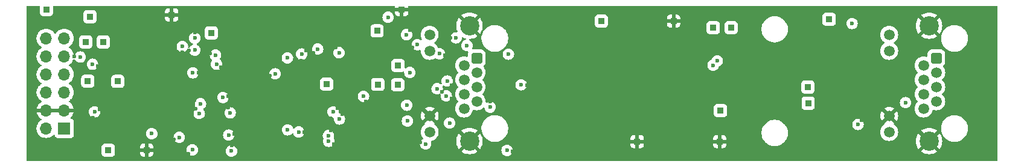
<source format=gbr>
%TF.GenerationSoftware,KiCad,Pcbnew,8.0.1*%
%TF.CreationDate,2024-07-22T07:52:40-07:00*%
%TF.ProjectId,PMOD_differential_driver,504d4f44-5f64-4696-9666-6572656e7469,1*%
%TF.SameCoordinates,Original*%
%TF.FileFunction,Copper,L2,Inr*%
%TF.FilePolarity,Positive*%
%FSLAX46Y46*%
G04 Gerber Fmt 4.6, Leading zero omitted, Abs format (unit mm)*
G04 Created by KiCad (PCBNEW 8.0.1) date 2024-07-22 07:52:40*
%MOMM*%
%LPD*%
G01*
G04 APERTURE LIST*
G04 Aperture macros list*
%AMRoundRect*
0 Rectangle with rounded corners*
0 $1 Rounding radius*
0 $2 $3 $4 $5 $6 $7 $8 $9 X,Y pos of 4 corners*
0 Add a 4 corners polygon primitive as box body*
4,1,4,$2,$3,$4,$5,$6,$7,$8,$9,$2,$3,0*
0 Add four circle primitives for the rounded corners*
1,1,$1+$1,$2,$3*
1,1,$1+$1,$4,$5*
1,1,$1+$1,$6,$7*
1,1,$1+$1,$8,$9*
0 Add four rect primitives between the rounded corners*
20,1,$1+$1,$2,$3,$4,$5,0*
20,1,$1+$1,$4,$5,$6,$7,0*
20,1,$1+$1,$6,$7,$8,$9,0*
20,1,$1+$1,$8,$9,$2,$3,0*%
G04 Aperture macros list end*
%TA.AperFunction,ComponentPad*%
%ADD10R,0.850000X0.850000*%
%TD*%
%TA.AperFunction,ComponentPad*%
%ADD11RoundRect,0.250000X0.500000X-0.500000X0.500000X0.500000X-0.500000X0.500000X-0.500000X-0.500000X0*%
%TD*%
%TA.AperFunction,ComponentPad*%
%ADD12C,1.500000*%
%TD*%
%TA.AperFunction,ComponentPad*%
%ADD13C,2.700000*%
%TD*%
%TA.AperFunction,ComponentPad*%
%ADD14R,1.700000X1.700000*%
%TD*%
%TA.AperFunction,ComponentPad*%
%ADD15O,1.700000X1.700000*%
%TD*%
%TA.AperFunction,ViaPad*%
%ADD16C,0.600000*%
%TD*%
G04 APERTURE END LIST*
D10*
%TO.N,/SPI2_SDI*%
%TO.C,TP19*%
X128117600Y-62738000D03*
%TD*%
%TO.N,/SPI1_~{CS}*%
%TO.C,TP13*%
X120142000Y-58166000D03*
%TD*%
%TO.N,/SPI1_SDI*%
%TO.C,TP15*%
X143256000Y-61468000D03*
%TD*%
%TO.N,/SPI2_SCK_1*%
%TO.C,TP10*%
X226923600Y-69088000D03*
%TD*%
%TO.N,GND*%
%TO.C,TP26*%
X208076800Y-59791600D03*
%TD*%
%TO.N,/SPI2_~{CS}*%
%TO.C,TP17*%
X126238000Y-59182000D03*
%TD*%
%TO.N,GND*%
%TO.C,TP25*%
X214553800Y-76784200D03*
%TD*%
%TO.N,/SPI1_SDI_A*%
%TO.C,TP1*%
X166497000Y-61188600D03*
%TD*%
D11*
%TO.N,/SPI1_SDI_A*%
%TO.C,J2*%
X180469933Y-65009998D03*
D12*
%TO.N,/SPI1_SDI_B*%
X178689933Y-66029998D03*
%TO.N,/SPI1_SDO_Z*%
X180469933Y-67049998D03*
%TO.N,/SPI1_SCK_1*%
X178689933Y-68069998D03*
%TO.N,/SPI1_SCK_2*%
X180469933Y-69089998D03*
%TO.N,/SPI1_SDO_Y*%
X178689933Y-70109998D03*
%TO.N,Net-(J2-Pad7)*%
X180469933Y-71129998D03*
%TO.N,Net-(J2-Pad8)*%
X178689933Y-72149998D03*
%TO.N,Net-(J2-Pad9)*%
X173869933Y-61719998D03*
%TO.N,+3V3*%
X173869933Y-64009998D03*
%TO.N,GND*%
X173869933Y-73149998D03*
%TO.N,Net-(J2-Pad12)*%
X173869933Y-75439998D03*
D13*
%TO.N,GND*%
X179449933Y-60449998D03*
X179449933Y-76709998D03*
%TD*%
D10*
%TO.N,/SPI1_SCK_1*%
%TO.C,TP4*%
X166598600Y-68732400D03*
%TD*%
%TO.N,/SPI1_SDO_Z*%
%TO.C,TP3*%
X169392600Y-68757800D03*
%TD*%
%TO.N,/SPI2_SCK*%
%TO.C,TP18*%
X125653800Y-62738000D03*
%TD*%
%TO.N,GND*%
%TO.C,TP24*%
X202971400Y-76784200D03*
%TD*%
%TO.N,/SPI1_SCK_2*%
%TO.C,TP5*%
X197967600Y-59791600D03*
%TD*%
%TO.N,/SPI2_SDO_Y*%
%TO.C,TP12*%
X214655400Y-72415400D03*
%TD*%
%TO.N,/SPI2_SDO_Z*%
%TO.C,TP9*%
X229895400Y-59563000D03*
%TD*%
D14*
%TO.N,+3V3*%
%TO.C,J1*%
X122632600Y-74930000D03*
D15*
%TO.N,GND*%
X122632600Y-72390000D03*
%TO.N,/SPI2_SDO*%
X122632600Y-69850000D03*
%TO.N,/SPI2_SDI*%
X122632600Y-67310000D03*
%TO.N,/SPI2_SCK*%
X122632600Y-64770000D03*
%TO.N,/SPI2_~{CS}*%
X122632600Y-62230000D03*
%TO.N,+3V3*%
X120092600Y-74930000D03*
%TO.N,GND*%
X120092600Y-72390000D03*
%TO.N,/SPI1_SDO*%
X120092600Y-69850000D03*
%TO.N,/SPI1_SDI*%
X120092600Y-67310000D03*
%TO.N,/SPI1_SCK*%
X120092600Y-64770000D03*
%TO.N,/SPI1_~{CS}*%
X120092600Y-62230000D03*
%TD*%
D10*
%TO.N,/SPI1_SDI_B*%
%TO.C,TP2*%
X169443400Y-66065400D03*
%TD*%
%TO.N,GND*%
%TO.C,TP21*%
X137693400Y-58928000D03*
%TD*%
%TO.N,/SPI2_SDI_A*%
%TO.C,TP7*%
X216154000Y-60731400D03*
%TD*%
%TO.N,/SPI1_SCK*%
%TO.C,TP14*%
X128803400Y-78003400D03*
%TD*%
%TO.N,/SPI1_SDO_Y*%
%TO.C,TP6*%
X159435800Y-68707000D03*
%TD*%
%TO.N,GND*%
%TO.C,TP23*%
X169951400Y-58191400D03*
%TD*%
%TO.N,/SPI2_SDI_B*%
%TO.C,TP8*%
X213639400Y-60731400D03*
%TD*%
%TO.N,/SPI1_SDO*%
%TO.C,TP16*%
X125933200Y-68275200D03*
%TD*%
D11*
%TO.N,/SPI2_SDI_A*%
%TO.C,J3*%
X244916000Y-65009997D03*
D12*
%TO.N,/SPI2_SDI_B*%
X243136000Y-66029997D03*
%TO.N,/SPI2_SDO_Z*%
X244916000Y-67049997D03*
%TO.N,/SPI2_SCK_1*%
X243136000Y-68069997D03*
%TO.N,/SPI2_SCK_2*%
X244916000Y-69089997D03*
%TO.N,/SPI2_SDO_Y*%
X243136000Y-70109998D03*
%TO.N,Net-(J3-Pad7)*%
X244916000Y-71129998D03*
%TO.N,Net-(J3-Pad8)*%
X243136000Y-72149996D03*
%TO.N,Net-(J3-Pad9)*%
X238316000Y-61719997D03*
%TO.N,+3V3*%
X238316000Y-64009997D03*
%TO.N,GND*%
X238316000Y-73149997D03*
%TO.N,Net-(J3-Pad12)*%
X238316000Y-75439997D03*
D13*
%TO.N,GND*%
X243896000Y-60449997D03*
X243896000Y-76709997D03*
%TD*%
D10*
%TO.N,GND*%
%TO.C,TP22*%
X134188200Y-77978000D03*
%TD*%
%TO.N,/SPI2_SDO*%
%TO.C,TP20*%
X130149600Y-68300600D03*
%TD*%
%TO.N,/SPI2_SCK_2*%
%TO.C,TP11*%
X226949000Y-71374000D03*
%TD*%
D16*
%TO.N,/SPI1_SCK*%
X145897600Y-72745600D03*
%TO.N,+3V3*%
X161163000Y-64262000D03*
X179095400Y-63238000D03*
X184912000Y-64473200D03*
%TO.N,/SPI2_SCK*%
X126873000Y-72593200D03*
%TO.N,Net-(J2-Pad7)*%
X170662600Y-71653400D03*
%TO.N,/SPI1_SDO_Z*%
X153924000Y-64998600D03*
X171094400Y-67049998D03*
%TO.N,/SPI1_SCK_1*%
X176199800Y-70358000D03*
X164592000Y-70408800D03*
X176326800Y-68249800D03*
%TO.N,Net-(J2-Pad8)*%
X170764200Y-73888600D03*
X176664465Y-74175465D03*
%TO.N,Net-(J2-Pad9)*%
X170637200Y-61722000D03*
%TO.N,/SPI1_SDI_A*%
X158164656Y-63755144D03*
%TO.N,GND*%
X210500000Y-77724000D03*
X133172200Y-74625200D03*
X157599344Y-64321207D03*
X234451261Y-73735997D03*
X160919194Y-72058100D03*
X151942800Y-74396600D03*
X159987400Y-75209400D03*
X119075200Y-66065400D03*
X233934000Y-78232000D03*
X155903006Y-65380367D03*
X151447734Y-67514699D03*
X123977400Y-63474600D03*
X146474508Y-75692503D03*
X122174000Y-58674000D03*
X205500000Y-77724000D03*
X147574000Y-66217800D03*
X200500000Y-77724000D03*
X230632000Y-67056000D03*
X132207000Y-62026800D03*
X144642510Y-66354099D03*
X182364000Y-71132797D03*
X140952211Y-74415362D03*
X119049800Y-68656200D03*
X152120600Y-70180200D03*
X143052800Y-64363600D03*
X176771397Y-62169997D03*
X123698000Y-71094600D03*
X145639306Y-70349779D03*
X141144907Y-75389064D03*
X132054600Y-66090800D03*
X133426200Y-70383400D03*
X146174906Y-77324844D03*
X154254200Y-59182000D03*
X190500000Y-77724000D03*
X119100600Y-71145400D03*
X154832907Y-64470921D03*
X159020736Y-72613168D03*
X159994600Y-73482200D03*
X156550348Y-63957624D03*
X176000131Y-64621306D03*
X147980400Y-62128400D03*
X248666000Y-65866000D03*
X171086427Y-61060034D03*
X141092966Y-72169849D03*
X141464193Y-67057222D03*
X150622000Y-59182000D03*
X145600487Y-72002816D03*
X195500000Y-77724000D03*
X210500000Y-60706000D03*
X119151400Y-63550800D03*
X175590200Y-69773800D03*
X124079000Y-69164200D03*
X176963386Y-70736999D03*
X228934000Y-78232000D03*
X160470163Y-77153700D03*
X248666000Y-70866000D03*
X168021000Y-72974200D03*
X124714000Y-59182000D03*
X161636685Y-72933875D03*
X124071879Y-64778108D03*
X176914873Y-68876800D03*
X137997497Y-76443000D03*
X233045000Y-73304400D03*
X200500000Y-60706000D03*
X225632000Y-67056000D03*
X185515901Y-78198942D03*
X167108603Y-73911997D03*
X118110000Y-59182000D03*
X140122169Y-63949297D03*
X164899693Y-71147264D03*
X172532025Y-76930636D03*
X140023313Y-78518287D03*
X140921844Y-70994831D03*
X139192000Y-64185800D03*
X171444854Y-63522234D03*
X127352676Y-66116836D03*
X195500000Y-60706000D03*
X164465000Y-59309000D03*
X205500000Y-60706000D03*
X128778000Y-59182000D03*
X140935200Y-61404597D03*
X140914430Y-76584830D03*
X160653740Y-63563721D03*
X124675900Y-76746100D03*
X126695200Y-73406000D03*
X187501500Y-68858412D03*
X190500000Y-60706000D03*
X127584200Y-72212200D03*
X156327349Y-75447432D03*
%TO.N,/SPI1_SDO_Y*%
X152196800Y-67233800D03*
%TO.N,/SPI1_SDI_B*%
X155918982Y-64448929D03*
%TO.N,/SPI1_SDO*%
X126585093Y-65891400D03*
X143992600Y-65887600D03*
%TO.N,/SPI1_SDI*%
X124866400Y-64871600D03*
X143840200Y-64592200D03*
%TO.N,/SPI1_~{CS}*%
X168046400Y-59258200D03*
%TO.N,/SPI2_~{CS}*%
X233095800Y-60147200D03*
%TO.N,/SPI2_SCK_Y*%
X141564445Y-72816155D03*
X138758803Y-76198603D03*
%TO.N,/SPI2_SCK_Z*%
X134899400Y-75666600D03*
X140589000Y-77952600D03*
%TO.N,/SPI2_SDI_B*%
X174920623Y-69335999D03*
X140935200Y-63893645D03*
X175234600Y-64389000D03*
X213614000Y-66029997D03*
%TO.N,/SPI2_SDI_A*%
X214202900Y-65402997D03*
X140935200Y-62204600D03*
%TO.N,Net-(J3-Pad7)*%
X240614200Y-71299997D03*
%TO.N,/SPI2_SDO_Z*%
X177571400Y-62169997D03*
X139192000Y-63385797D03*
X172135800Y-63119000D03*
%TO.N,/SPI2_SDO_Y*%
X182364000Y-71932800D03*
X144872356Y-70577356D03*
X173304200Y-77139800D03*
X145694400Y-75869800D03*
X140665200Y-67097400D03*
%TO.N,/SPI1_SCK_Z*%
X159718428Y-76745927D03*
X153949400Y-75133200D03*
%TO.N,/SPI1_SCK_Y*%
X159677701Y-75946962D03*
X155515303Y-75432296D03*
%TO.N,/SPI1_SCK_B*%
X160324800Y-72593200D03*
X161218500Y-73615876D03*
%TO.N,/SPI2_SCK_1*%
X186690000Y-68783200D03*
X141732000Y-71450200D03*
X184734200Y-78028800D03*
%TO.N,/SPI2_SCK_2*%
X146075400Y-78122500D03*
X233934000Y-74362997D03*
%TD*%
%TA.AperFunction,Conductor*%
%TO.N,GND*%
G36*
X122166675Y-72197007D02*
G01*
X122132600Y-72324174D01*
X122132600Y-72455826D01*
X122166675Y-72582993D01*
X122199588Y-72640000D01*
X120525612Y-72640000D01*
X120558525Y-72582993D01*
X120592600Y-72455826D01*
X120592600Y-72324174D01*
X120558525Y-72197007D01*
X120525612Y-72140000D01*
X122199588Y-72140000D01*
X122166675Y-72197007D01*
G37*
%TD.AperFunction*%
%TA.AperFunction,Conductor*%
G36*
X119159539Y-57670185D02*
G01*
X119205294Y-57722989D01*
X119216500Y-57774500D01*
X119216500Y-58638870D01*
X119216501Y-58638876D01*
X119222908Y-58698483D01*
X119273202Y-58833328D01*
X119273206Y-58833335D01*
X119359452Y-58948544D01*
X119359455Y-58948547D01*
X119474664Y-59034793D01*
X119474671Y-59034797D01*
X119609517Y-59085091D01*
X119609516Y-59085091D01*
X119616444Y-59085835D01*
X119669127Y-59091500D01*
X120614872Y-59091499D01*
X120674483Y-59085091D01*
X120809331Y-59034796D01*
X120924546Y-58948546D01*
X121010796Y-58833331D01*
X121061091Y-58698483D01*
X121067500Y-58638873D01*
X121067499Y-57774499D01*
X121087183Y-57707461D01*
X121139987Y-57661706D01*
X121191499Y-57650500D01*
X168902400Y-57650500D01*
X168969439Y-57670185D01*
X169015194Y-57722989D01*
X169026400Y-57774500D01*
X169026400Y-57941400D01*
X169901672Y-57941400D01*
X169809786Y-57979460D01*
X169739460Y-58049786D01*
X169701400Y-58141672D01*
X169701400Y-58241128D01*
X169739460Y-58333014D01*
X169809786Y-58403340D01*
X169901672Y-58441400D01*
X170001128Y-58441400D01*
X170201400Y-58441400D01*
X170201400Y-59116400D01*
X170424228Y-59116400D01*
X170424244Y-59116399D01*
X170483772Y-59109998D01*
X170483779Y-59109996D01*
X170618486Y-59059754D01*
X170618493Y-59059750D01*
X170733587Y-58973590D01*
X170733590Y-58973587D01*
X170819750Y-58858493D01*
X170819754Y-58858486D01*
X170869996Y-58723779D01*
X170869998Y-58723772D01*
X170876399Y-58664244D01*
X170876400Y-58664227D01*
X170876400Y-58441400D01*
X170201400Y-58441400D01*
X170001128Y-58441400D01*
X170093014Y-58403340D01*
X170163340Y-58333014D01*
X170201400Y-58241128D01*
X170201400Y-58141672D01*
X170163340Y-58049786D01*
X170093014Y-57979460D01*
X170001128Y-57941400D01*
X170876400Y-57941400D01*
X170876400Y-57774500D01*
X170896085Y-57707461D01*
X170948889Y-57661706D01*
X171000400Y-57650500D01*
X253375500Y-57650500D01*
X253442539Y-57670185D01*
X253488294Y-57722989D01*
X253499500Y-57774500D01*
X253499500Y-79385500D01*
X253479815Y-79452539D01*
X253427011Y-79498294D01*
X253375500Y-79509500D01*
X117464500Y-79509500D01*
X117397461Y-79489815D01*
X117351706Y-79437011D01*
X117340500Y-79385500D01*
X117340500Y-78476270D01*
X127877900Y-78476270D01*
X127877901Y-78476276D01*
X127884308Y-78535883D01*
X127934602Y-78670728D01*
X127934606Y-78670735D01*
X128020852Y-78785944D01*
X128020855Y-78785947D01*
X128136064Y-78872193D01*
X128136071Y-78872197D01*
X128270917Y-78922491D01*
X128270916Y-78922491D01*
X128277844Y-78923235D01*
X128330527Y-78928900D01*
X129276272Y-78928899D01*
X129335883Y-78922491D01*
X129470731Y-78872196D01*
X129585946Y-78785946D01*
X129672196Y-78670731D01*
X129722491Y-78535883D01*
X129728900Y-78476273D01*
X129728900Y-78228000D01*
X133263200Y-78228000D01*
X133263200Y-78450844D01*
X133269601Y-78510372D01*
X133269603Y-78510379D01*
X133319845Y-78645086D01*
X133319849Y-78645093D01*
X133406009Y-78760187D01*
X133406012Y-78760190D01*
X133521106Y-78846350D01*
X133521113Y-78846354D01*
X133655820Y-78896596D01*
X133655827Y-78896598D01*
X133715355Y-78902999D01*
X133715372Y-78903000D01*
X133938200Y-78903000D01*
X133938200Y-78228000D01*
X133263200Y-78228000D01*
X129728900Y-78228000D01*
X129728900Y-78027728D01*
X133938200Y-78027728D01*
X133976260Y-78119614D01*
X134046586Y-78189940D01*
X134138472Y-78228000D01*
X134237928Y-78228000D01*
X134438200Y-78228000D01*
X134438200Y-78903000D01*
X134661028Y-78903000D01*
X134661044Y-78902999D01*
X134720572Y-78896598D01*
X134720579Y-78896596D01*
X134855286Y-78846354D01*
X134855293Y-78846350D01*
X134970387Y-78760190D01*
X134970390Y-78760187D01*
X135056550Y-78645093D01*
X135056554Y-78645086D01*
X135106796Y-78510379D01*
X135106798Y-78510372D01*
X135113199Y-78450844D01*
X135113200Y-78450827D01*
X135113200Y-78228000D01*
X134438200Y-78228000D01*
X134237928Y-78228000D01*
X134329814Y-78189940D01*
X134400140Y-78119614D01*
X134438200Y-78027728D01*
X134438200Y-77952603D01*
X139783435Y-77952603D01*
X139803630Y-78131849D01*
X139803631Y-78131854D01*
X139863211Y-78302123D01*
X139911091Y-78378323D01*
X139959184Y-78454862D01*
X140086738Y-78582416D01*
X140154131Y-78624762D01*
X140227296Y-78670735D01*
X140239478Y-78678389D01*
X140409745Y-78737968D01*
X140409750Y-78737969D01*
X140588996Y-78758165D01*
X140589000Y-78758165D01*
X140589004Y-78758165D01*
X140768249Y-78737969D01*
X140768252Y-78737968D01*
X140768255Y-78737968D01*
X140938522Y-78678389D01*
X141091262Y-78582416D01*
X141218816Y-78454862D01*
X141314789Y-78302122D01*
X141374368Y-78131855D01*
X141375422Y-78122503D01*
X145269835Y-78122503D01*
X145290030Y-78301749D01*
X145290031Y-78301754D01*
X145349611Y-78472023D01*
X145418976Y-78582416D01*
X145445584Y-78624762D01*
X145573138Y-78752316D01*
X145725878Y-78848289D01*
X145863937Y-78896598D01*
X145896145Y-78907868D01*
X145896150Y-78907869D01*
X146075396Y-78928065D01*
X146075400Y-78928065D01*
X146075404Y-78928065D01*
X146254649Y-78907869D01*
X146254652Y-78907868D01*
X146254655Y-78907868D01*
X146424922Y-78848289D01*
X146577662Y-78752316D01*
X146705216Y-78624762D01*
X146801189Y-78472022D01*
X146860768Y-78301755D01*
X146864313Y-78270291D01*
X146880965Y-78122503D01*
X146880965Y-78122496D01*
X146860769Y-77943250D01*
X146860768Y-77943245D01*
X146801188Y-77772976D01*
X146742312Y-77679276D01*
X146705216Y-77620238D01*
X146577662Y-77492684D01*
X146572311Y-77489322D01*
X146424923Y-77396711D01*
X146254654Y-77337131D01*
X146254649Y-77337130D01*
X146075404Y-77316935D01*
X146075396Y-77316935D01*
X145896150Y-77337130D01*
X145896145Y-77337131D01*
X145725876Y-77396711D01*
X145573137Y-77492684D01*
X145445584Y-77620237D01*
X145349611Y-77772976D01*
X145290031Y-77943245D01*
X145290030Y-77943250D01*
X145269835Y-78122496D01*
X145269835Y-78122503D01*
X141375422Y-78122503D01*
X141375422Y-78122500D01*
X141394565Y-77952603D01*
X141394565Y-77952596D01*
X141374369Y-77773350D01*
X141374368Y-77773345D01*
X141353159Y-77712733D01*
X141314789Y-77603078D01*
X141291734Y-77566387D01*
X141254775Y-77507567D01*
X141218816Y-77450338D01*
X141091262Y-77322784D01*
X141081376Y-77316572D01*
X140938523Y-77226811D01*
X140768254Y-77167231D01*
X140768249Y-77167230D01*
X140589004Y-77147035D01*
X140588996Y-77147035D01*
X140409750Y-77167230D01*
X140409745Y-77167231D01*
X140239476Y-77226811D01*
X140086737Y-77322784D01*
X139959184Y-77450337D01*
X139863211Y-77603076D01*
X139803631Y-77773345D01*
X139803630Y-77773350D01*
X139783435Y-77952596D01*
X139783435Y-77952603D01*
X134438200Y-77952603D01*
X134438200Y-77928272D01*
X134400140Y-77836386D01*
X134329814Y-77766060D01*
X134237928Y-77728000D01*
X134138472Y-77728000D01*
X134046586Y-77766060D01*
X133976260Y-77836386D01*
X133938200Y-77928272D01*
X133938200Y-78027728D01*
X129728900Y-78027728D01*
X129728899Y-77728000D01*
X133263200Y-77728000D01*
X133938200Y-77728000D01*
X133938200Y-77053000D01*
X134438200Y-77053000D01*
X134438200Y-77728000D01*
X135113200Y-77728000D01*
X135113200Y-77505172D01*
X135113199Y-77505155D01*
X135106798Y-77445627D01*
X135106796Y-77445620D01*
X135056554Y-77310913D01*
X135056550Y-77310906D01*
X134970390Y-77195812D01*
X134970387Y-77195809D01*
X134855293Y-77109649D01*
X134855286Y-77109645D01*
X134720579Y-77059403D01*
X134720572Y-77059401D01*
X134661044Y-77053000D01*
X134438200Y-77053000D01*
X133938200Y-77053000D01*
X133715355Y-77053000D01*
X133655827Y-77059401D01*
X133655820Y-77059403D01*
X133521113Y-77109645D01*
X133521106Y-77109649D01*
X133406012Y-77195809D01*
X133406009Y-77195812D01*
X133319849Y-77310906D01*
X133319845Y-77310913D01*
X133269603Y-77445620D01*
X133269601Y-77445627D01*
X133263200Y-77505155D01*
X133263200Y-77728000D01*
X129728899Y-77728000D01*
X129728899Y-77530528D01*
X129726173Y-77505172D01*
X129722491Y-77470916D01*
X129672197Y-77336071D01*
X129672193Y-77336064D01*
X129585947Y-77220855D01*
X129585944Y-77220852D01*
X129470735Y-77134606D01*
X129470728Y-77134602D01*
X129335882Y-77084308D01*
X129335883Y-77084308D01*
X129276283Y-77077901D01*
X129276281Y-77077900D01*
X129276273Y-77077900D01*
X129276264Y-77077900D01*
X128330529Y-77077900D01*
X128330523Y-77077901D01*
X128270916Y-77084308D01*
X128136071Y-77134602D01*
X128136064Y-77134606D01*
X128020855Y-77220852D01*
X128020852Y-77220855D01*
X127934606Y-77336064D01*
X127934602Y-77336071D01*
X127884308Y-77470917D01*
X127877901Y-77530516D01*
X127877900Y-77530535D01*
X127877900Y-78476270D01*
X117340500Y-78476270D01*
X117340500Y-74930000D01*
X118736941Y-74930000D01*
X118757536Y-75165403D01*
X118757538Y-75165413D01*
X118818694Y-75393655D01*
X118818696Y-75393659D01*
X118818697Y-75393663D01*
X118884208Y-75534151D01*
X118918565Y-75607830D01*
X118918567Y-75607834D01*
X118976486Y-75690550D01*
X119054105Y-75801401D01*
X119221199Y-75968495D01*
X119317984Y-76036265D01*
X119414765Y-76104032D01*
X119414767Y-76104033D01*
X119414770Y-76104035D01*
X119628937Y-76203903D01*
X119857192Y-76265063D01*
X120033634Y-76280500D01*
X120092599Y-76285659D01*
X120092600Y-76285659D01*
X120092601Y-76285659D01*
X120151566Y-76280500D01*
X120328008Y-76265063D01*
X120556263Y-76203903D01*
X120770430Y-76104035D01*
X120964001Y-75968495D01*
X121085929Y-75846566D01*
X121147248Y-75813084D01*
X121216940Y-75818068D01*
X121272874Y-75859939D01*
X121289789Y-75890917D01*
X121338802Y-76022328D01*
X121338806Y-76022335D01*
X121425052Y-76137544D01*
X121425055Y-76137547D01*
X121540264Y-76223793D01*
X121540271Y-76223797D01*
X121675117Y-76274091D01*
X121675116Y-76274091D01*
X121682044Y-76274835D01*
X121734727Y-76280500D01*
X123530472Y-76280499D01*
X123590083Y-76274091D01*
X123724931Y-76223796D01*
X123840146Y-76137546D01*
X123926396Y-76022331D01*
X123976691Y-75887483D01*
X123983100Y-75827873D01*
X123983100Y-75666603D01*
X134093835Y-75666603D01*
X134114030Y-75845849D01*
X134114031Y-75845854D01*
X134173611Y-76016123D01*
X134249907Y-76137546D01*
X134269584Y-76168862D01*
X134397138Y-76296416D01*
X134471435Y-76343100D01*
X134543634Y-76388466D01*
X134549878Y-76392389D01*
X134707313Y-76447478D01*
X134720145Y-76451968D01*
X134720150Y-76451969D01*
X134899396Y-76472165D01*
X134899400Y-76472165D01*
X134899404Y-76472165D01*
X135078649Y-76451969D01*
X135078652Y-76451968D01*
X135078655Y-76451968D01*
X135248922Y-76392389D01*
X135401662Y-76296416D01*
X135499472Y-76198606D01*
X137953238Y-76198606D01*
X137973433Y-76377852D01*
X137973434Y-76377857D01*
X138033014Y-76548126D01*
X138100274Y-76655169D01*
X138128987Y-76700865D01*
X138256541Y-76828419D01*
X138409281Y-76924392D01*
X138579548Y-76983971D01*
X138579553Y-76983972D01*
X138758799Y-77004168D01*
X138758803Y-77004168D01*
X138758807Y-77004168D01*
X138938052Y-76983972D01*
X138938055Y-76983971D01*
X138938058Y-76983971D01*
X139108325Y-76924392D01*
X139261065Y-76828419D01*
X139388619Y-76700865D01*
X139484592Y-76548125D01*
X139544171Y-76377858D01*
X139544824Y-76372062D01*
X139564368Y-76198606D01*
X139564368Y-76198599D01*
X139544172Y-76019353D01*
X139544171Y-76019348D01*
X139538104Y-76002009D01*
X139491843Y-75869803D01*
X144888835Y-75869803D01*
X144909030Y-76049049D01*
X144909031Y-76049054D01*
X144968611Y-76219323D01*
X145063033Y-76369593D01*
X145064584Y-76372062D01*
X145192138Y-76499616D01*
X145247178Y-76534200D01*
X145344400Y-76595289D01*
X145344878Y-76595589D01*
X145479188Y-76642586D01*
X145515145Y-76655168D01*
X145515150Y-76655169D01*
X145694396Y-76675365D01*
X145694400Y-76675365D01*
X145694404Y-76675365D01*
X145873649Y-76655169D01*
X145873652Y-76655168D01*
X145873655Y-76655168D01*
X146043922Y-76595589D01*
X146196662Y-76499616D01*
X146324216Y-76372062D01*
X146420189Y-76219322D01*
X146479768Y-76049055D01*
X146482779Y-76022331D01*
X146499965Y-75869803D01*
X146499965Y-75869796D01*
X146479769Y-75690550D01*
X146479768Y-75690545D01*
X146447188Y-75597438D01*
X146420189Y-75520278D01*
X146324216Y-75367538D01*
X146196662Y-75239984D01*
X146168074Y-75222021D01*
X146043923Y-75144011D01*
X146013036Y-75133203D01*
X153143835Y-75133203D01*
X153164030Y-75312449D01*
X153164031Y-75312454D01*
X153223611Y-75482723D01*
X153319584Y-75635462D01*
X153447138Y-75763016D01*
X153508229Y-75801402D01*
X153584109Y-75849081D01*
X153599878Y-75858989D01*
X153691123Y-75890917D01*
X153770145Y-75918568D01*
X153770150Y-75918569D01*
X153949396Y-75938765D01*
X153949400Y-75938765D01*
X153949404Y-75938765D01*
X154128649Y-75918569D01*
X154128652Y-75918568D01*
X154128655Y-75918568D01*
X154298922Y-75858989D01*
X154451662Y-75763016D01*
X154557523Y-75657154D01*
X154618842Y-75623672D01*
X154688534Y-75628656D01*
X154744468Y-75670527D01*
X154762242Y-75703883D01*
X154789512Y-75781815D01*
X154871581Y-75912427D01*
X154885487Y-75934558D01*
X155013041Y-76062112D01*
X155079761Y-76104035D01*
X155131078Y-76136280D01*
X155165781Y-76158085D01*
X155296727Y-76203905D01*
X155336048Y-76217664D01*
X155336053Y-76217665D01*
X155515299Y-76237861D01*
X155515303Y-76237861D01*
X155515307Y-76237861D01*
X155694552Y-76217665D01*
X155694555Y-76217664D01*
X155694558Y-76217664D01*
X155864825Y-76158085D01*
X156017565Y-76062112D01*
X156132712Y-75946965D01*
X158872136Y-75946965D01*
X158892331Y-76126211D01*
X158892334Y-76126224D01*
X158951910Y-76296480D01*
X158951911Y-76296482D01*
X158951912Y-76296484D01*
X158961256Y-76311355D01*
X158968758Y-76323294D01*
X158987758Y-76390531D01*
X158980806Y-76430220D01*
X158933060Y-76566669D01*
X158933058Y-76566677D01*
X158912863Y-76745923D01*
X158912863Y-76745930D01*
X158933058Y-76925176D01*
X158933059Y-76925181D01*
X158992639Y-77095450D01*
X159037743Y-77167232D01*
X159088612Y-77248189D01*
X159216166Y-77375743D01*
X159269212Y-77409074D01*
X159367632Y-77470916D01*
X159368906Y-77471716D01*
X159471365Y-77507568D01*
X159539173Y-77531295D01*
X159539178Y-77531296D01*
X159718424Y-77551492D01*
X159718428Y-77551492D01*
X159718432Y-77551492D01*
X159897677Y-77531296D01*
X159897680Y-77531295D01*
X159897683Y-77531295D01*
X160067950Y-77471716D01*
X160220690Y-77375743D01*
X160348244Y-77248189D01*
X160416348Y-77139803D01*
X172498635Y-77139803D01*
X172518830Y-77319049D01*
X172518831Y-77319054D01*
X172578411Y-77489323D01*
X172604784Y-77531295D01*
X172674384Y-77642062D01*
X172801938Y-77769616D01*
X172954678Y-77865589D01*
X173124945Y-77925168D01*
X173124950Y-77925169D01*
X173304196Y-77945365D01*
X173304200Y-77945365D01*
X173304204Y-77945365D01*
X173483449Y-77925169D01*
X173483452Y-77925168D01*
X173483455Y-77925168D01*
X173653722Y-77865589D01*
X173806462Y-77769616D01*
X173934016Y-77642062D01*
X174029989Y-77489322D01*
X174089568Y-77319055D01*
X174089848Y-77316572D01*
X174109765Y-77139803D01*
X174109765Y-77139796D01*
X174089569Y-76960550D01*
X174089566Y-76960537D01*
X174042599Y-76826314D01*
X174039037Y-76756535D01*
X174065693Y-76709999D01*
X177595207Y-76709999D01*
X177614085Y-76973958D01*
X177670333Y-77232526D01*
X177762817Y-77480485D01*
X177889634Y-77712733D01*
X177889639Y-77712741D01*
X177976971Y-77829404D01*
X177976972Y-77829404D01*
X178659454Y-77146921D01*
X178750857Y-77283715D01*
X178876216Y-77409074D01*
X179013007Y-77500475D01*
X178330525Y-78182957D01*
X178330526Y-78182958D01*
X178447189Y-78270291D01*
X178447197Y-78270296D01*
X178679446Y-78397113D01*
X178679445Y-78397113D01*
X178927404Y-78489597D01*
X179185972Y-78545845D01*
X179449932Y-78564724D01*
X179449934Y-78564724D01*
X179713893Y-78545845D01*
X179972461Y-78489597D01*
X180220420Y-78397113D01*
X180452668Y-78270296D01*
X180452669Y-78270295D01*
X180569339Y-78182957D01*
X180415185Y-78028803D01*
X183928635Y-78028803D01*
X183948830Y-78208049D01*
X183948831Y-78208054D01*
X184008411Y-78378323D01*
X184069964Y-78476283D01*
X184104384Y-78531062D01*
X184231938Y-78658616D01*
X184263405Y-78678388D01*
X184381060Y-78752316D01*
X184384678Y-78754589D01*
X184474294Y-78785947D01*
X184554945Y-78814168D01*
X184554950Y-78814169D01*
X184734196Y-78834365D01*
X184734200Y-78834365D01*
X184734204Y-78834365D01*
X184913449Y-78814169D01*
X184913452Y-78814168D01*
X184913455Y-78814168D01*
X185083722Y-78754589D01*
X185236462Y-78658616D01*
X185364016Y-78531062D01*
X185459989Y-78378322D01*
X185519568Y-78208055D01*
X185528154Y-78131854D01*
X185539765Y-78028803D01*
X185539765Y-78028796D01*
X185519569Y-77849550D01*
X185519568Y-77849545D01*
X185492775Y-77772976D01*
X185459989Y-77679278D01*
X185364016Y-77526538D01*
X185236462Y-77398984D01*
X185199473Y-77375742D01*
X185083723Y-77303011D01*
X184913454Y-77243431D01*
X184913449Y-77243430D01*
X184734204Y-77223235D01*
X184734196Y-77223235D01*
X184554950Y-77243430D01*
X184554945Y-77243431D01*
X184384676Y-77303011D01*
X184231937Y-77398984D01*
X184104384Y-77526537D01*
X184008411Y-77679276D01*
X183948831Y-77849545D01*
X183948830Y-77849550D01*
X183928635Y-78028796D01*
X183928635Y-78028803D01*
X180415185Y-78028803D01*
X179886857Y-77500475D01*
X180023650Y-77409074D01*
X180149009Y-77283715D01*
X180240410Y-77146922D01*
X180922892Y-77829404D01*
X181010230Y-77712734D01*
X181010231Y-77712733D01*
X181137048Y-77480485D01*
X181229532Y-77232526D01*
X181272675Y-77034200D01*
X202046400Y-77034200D01*
X202046400Y-77257044D01*
X202052801Y-77316572D01*
X202052803Y-77316579D01*
X202103045Y-77451286D01*
X202103049Y-77451293D01*
X202189209Y-77566387D01*
X202189212Y-77566390D01*
X202304306Y-77652550D01*
X202304313Y-77652554D01*
X202439020Y-77702796D01*
X202439027Y-77702798D01*
X202498555Y-77709199D01*
X202498572Y-77709200D01*
X202721400Y-77709200D01*
X202721400Y-77034200D01*
X202046400Y-77034200D01*
X181272675Y-77034200D01*
X181285780Y-76973958D01*
X181295795Y-76833928D01*
X202721400Y-76833928D01*
X202759460Y-76925814D01*
X202829786Y-76996140D01*
X202921672Y-77034200D01*
X203021128Y-77034200D01*
X203221400Y-77034200D01*
X203221400Y-77709200D01*
X203444228Y-77709200D01*
X203444244Y-77709199D01*
X203503772Y-77702798D01*
X203503779Y-77702796D01*
X203638486Y-77652554D01*
X203638493Y-77652550D01*
X203753587Y-77566390D01*
X203753590Y-77566387D01*
X203839750Y-77451293D01*
X203839754Y-77451286D01*
X203889996Y-77316579D01*
X203889998Y-77316572D01*
X203896399Y-77257044D01*
X203896400Y-77257027D01*
X203896400Y-77034200D01*
X213628800Y-77034200D01*
X213628800Y-77257044D01*
X213635201Y-77316572D01*
X213635203Y-77316579D01*
X213685445Y-77451286D01*
X213685449Y-77451293D01*
X213771609Y-77566387D01*
X213771612Y-77566390D01*
X213886706Y-77652550D01*
X213886713Y-77652554D01*
X214021420Y-77702796D01*
X214021427Y-77702798D01*
X214080955Y-77709199D01*
X214080972Y-77709200D01*
X214303800Y-77709200D01*
X214303800Y-77034200D01*
X213628800Y-77034200D01*
X203896400Y-77034200D01*
X203221400Y-77034200D01*
X203021128Y-77034200D01*
X203113014Y-76996140D01*
X203183340Y-76925814D01*
X203221400Y-76833928D01*
X214303800Y-76833928D01*
X214341860Y-76925814D01*
X214412186Y-76996140D01*
X214504072Y-77034200D01*
X214603528Y-77034200D01*
X214803800Y-77034200D01*
X214803800Y-77709200D01*
X215026628Y-77709200D01*
X215026644Y-77709199D01*
X215086172Y-77702798D01*
X215086179Y-77702796D01*
X215220886Y-77652554D01*
X215220893Y-77652550D01*
X215335987Y-77566390D01*
X215335990Y-77566387D01*
X215422150Y-77451293D01*
X215422154Y-77451286D01*
X215472396Y-77316579D01*
X215472398Y-77316572D01*
X215478799Y-77257044D01*
X215478800Y-77257027D01*
X215478800Y-77034200D01*
X214803800Y-77034200D01*
X214603528Y-77034200D01*
X214695414Y-76996140D01*
X214765740Y-76925814D01*
X214803800Y-76833928D01*
X214803800Y-76734472D01*
X214765740Y-76642586D01*
X214695414Y-76572260D01*
X214603528Y-76534200D01*
X214504072Y-76534200D01*
X214412186Y-76572260D01*
X214341860Y-76642586D01*
X214303800Y-76734472D01*
X214303800Y-76833928D01*
X203221400Y-76833928D01*
X203221400Y-76734472D01*
X203183340Y-76642586D01*
X203113014Y-76572260D01*
X203021128Y-76534200D01*
X202921672Y-76534200D01*
X202829786Y-76572260D01*
X202759460Y-76642586D01*
X202721400Y-76734472D01*
X202721400Y-76833928D01*
X181295795Y-76833928D01*
X181304659Y-76709999D01*
X181304659Y-76709996D01*
X181285780Y-76446037D01*
X181229532Y-76187469D01*
X181137048Y-75939510D01*
X181010231Y-75707262D01*
X181010226Y-75707254D01*
X180922893Y-75590591D01*
X180922892Y-75590590D01*
X180240410Y-76273072D01*
X180149009Y-76136281D01*
X180023650Y-76010922D01*
X179886857Y-75919520D01*
X180569339Y-75237037D01*
X180569339Y-75237036D01*
X180452676Y-75149704D01*
X180452668Y-75149699D01*
X180275452Y-75052932D01*
X181134433Y-75052932D01*
X181158672Y-75237035D01*
X181166524Y-75296675D01*
X181230155Y-75534150D01*
X181230158Y-75534160D01*
X181324236Y-75761283D01*
X181324240Y-75761292D01*
X181325236Y-75763017D01*
X181447166Y-75974206D01*
X181447168Y-75974209D01*
X181447169Y-75974210D01*
X181596830Y-76169252D01*
X181596836Y-76169259D01*
X181770671Y-76343094D01*
X181770678Y-76343100D01*
X181863091Y-76414011D01*
X181965725Y-76492765D01*
X182178641Y-76615692D01*
X182405780Y-76709776D01*
X182643256Y-76773407D01*
X182875269Y-76803952D01*
X182886990Y-76805496D01*
X182887006Y-76805498D01*
X182887013Y-76805498D01*
X183132853Y-76805498D01*
X183132860Y-76805498D01*
X183376610Y-76773407D01*
X183614086Y-76709776D01*
X183841225Y-76615692D01*
X183982373Y-76534200D01*
X202046400Y-76534200D01*
X202721400Y-76534200D01*
X202721400Y-75859200D01*
X203221400Y-75859200D01*
X203221400Y-76534200D01*
X203896400Y-76534200D01*
X213628800Y-76534200D01*
X214303800Y-76534200D01*
X214303800Y-75859200D01*
X214803800Y-75859200D01*
X214803800Y-76534200D01*
X215478800Y-76534200D01*
X215478800Y-76311372D01*
X215478799Y-76311355D01*
X215472398Y-76251827D01*
X215472396Y-76251820D01*
X215422154Y-76117113D01*
X215422150Y-76117106D01*
X215335990Y-76002012D01*
X215335987Y-76002009D01*
X215220893Y-75915849D01*
X215220886Y-75915845D01*
X215086179Y-75865603D01*
X215086172Y-75865601D01*
X215026644Y-75859200D01*
X214803800Y-75859200D01*
X214303800Y-75859200D01*
X214080955Y-75859200D01*
X214021427Y-75865601D01*
X214021420Y-75865603D01*
X213886713Y-75915845D01*
X213886706Y-75915849D01*
X213771612Y-76002009D01*
X213771609Y-76002012D01*
X213685449Y-76117106D01*
X213685445Y-76117113D01*
X213635203Y-76251820D01*
X213635201Y-76251827D01*
X213628800Y-76311355D01*
X213628800Y-76534200D01*
X203896400Y-76534200D01*
X203896400Y-76311372D01*
X203896399Y-76311355D01*
X203889998Y-76251827D01*
X203889996Y-76251820D01*
X203839754Y-76117113D01*
X203839750Y-76117106D01*
X203753590Y-76002012D01*
X203753587Y-76002009D01*
X203638493Y-75915849D01*
X203638486Y-75915845D01*
X203503779Y-75865603D01*
X203503772Y-75865601D01*
X203444244Y-75859200D01*
X203221400Y-75859200D01*
X202721400Y-75859200D01*
X202498555Y-75859200D01*
X202439027Y-75865601D01*
X202439020Y-75865603D01*
X202304313Y-75915845D01*
X202304306Y-75915849D01*
X202189212Y-76002009D01*
X202189209Y-76002012D01*
X202103049Y-76117106D01*
X202103045Y-76117113D01*
X202052803Y-76251820D01*
X202052801Y-76251827D01*
X202046400Y-76311355D01*
X202046400Y-76534200D01*
X183982373Y-76534200D01*
X184054141Y-76492765D01*
X184249189Y-76343099D01*
X184423034Y-76169254D01*
X184572700Y-75974206D01*
X184695627Y-75761290D01*
X184726694Y-75686288D01*
X220399500Y-75686288D01*
X220430079Y-75918569D01*
X220431162Y-75926789D01*
X220443868Y-75974209D01*
X220493947Y-76161104D01*
X220585735Y-76382699D01*
X220586776Y-76385212D01*
X220708064Y-76595289D01*
X220708066Y-76595292D01*
X220708067Y-76595293D01*
X220855733Y-76787736D01*
X220855739Y-76787743D01*
X221027256Y-76959260D01*
X221027263Y-76959266D01*
X221085781Y-77004168D01*
X221219711Y-77106936D01*
X221429788Y-77228224D01*
X221610340Y-77303011D01*
X221649071Y-77319054D01*
X221653900Y-77321054D01*
X221888211Y-77383838D01*
X222068586Y-77407584D01*
X222128711Y-77415500D01*
X222128712Y-77415500D01*
X222371289Y-77415500D01*
X222420107Y-77409073D01*
X222611789Y-77383838D01*
X222846100Y-77321054D01*
X223070212Y-77228224D01*
X223280289Y-77106936D01*
X223472738Y-76959265D01*
X223644265Y-76787738D01*
X223703917Y-76709998D01*
X242041274Y-76709998D01*
X242060152Y-76973957D01*
X242116400Y-77232525D01*
X242208884Y-77480484D01*
X242335701Y-77712732D01*
X242335706Y-77712740D01*
X242423038Y-77829403D01*
X242423039Y-77829403D01*
X243105521Y-77146920D01*
X243196924Y-77283714D01*
X243322283Y-77409073D01*
X243459074Y-77500474D01*
X242776592Y-78182956D01*
X242776593Y-78182957D01*
X242893256Y-78270290D01*
X242893264Y-78270295D01*
X243125513Y-78397112D01*
X243125512Y-78397112D01*
X243373471Y-78489596D01*
X243632039Y-78545844D01*
X243895999Y-78564723D01*
X243896001Y-78564723D01*
X244159960Y-78545844D01*
X244418528Y-78489596D01*
X244666487Y-78397112D01*
X244898735Y-78270295D01*
X244898736Y-78270294D01*
X245015406Y-78182956D01*
X244332924Y-77500474D01*
X244469717Y-77409073D01*
X244595076Y-77283714D01*
X244686477Y-77146921D01*
X245368959Y-77829403D01*
X245456297Y-77712733D01*
X245456298Y-77712732D01*
X245583115Y-77480484D01*
X245675599Y-77232525D01*
X245731847Y-76973957D01*
X245750726Y-76709998D01*
X245750726Y-76709995D01*
X245731847Y-76446036D01*
X245675599Y-76187468D01*
X245583115Y-75939509D01*
X245456298Y-75707261D01*
X245456293Y-75707253D01*
X245368960Y-75590590D01*
X245368959Y-75590589D01*
X244686477Y-76273071D01*
X244595076Y-76136280D01*
X244469717Y-76010921D01*
X244332924Y-75919519D01*
X245015406Y-75237036D01*
X245015406Y-75237035D01*
X244898743Y-75149703D01*
X244898735Y-75149698D01*
X244721519Y-75052931D01*
X245580500Y-75052931D01*
X245602763Y-75222022D01*
X245612591Y-75296674D01*
X245676222Y-75534150D01*
X245676223Y-75534152D01*
X245676225Y-75534159D01*
X245770303Y-75761282D01*
X245770307Y-75761291D01*
X245771303Y-75763016D01*
X245893233Y-75974205D01*
X245893234Y-75974206D01*
X245893236Y-75974209D01*
X246042897Y-76169251D01*
X246042903Y-76169258D01*
X246216738Y-76343093D01*
X246216745Y-76343099D01*
X246292980Y-76401596D01*
X246411792Y-76492764D01*
X246624708Y-76615691D01*
X246851847Y-76709775D01*
X247089323Y-76773406D01*
X247333073Y-76805497D01*
X247333080Y-76805497D01*
X247578920Y-76805497D01*
X247578927Y-76805497D01*
X247822677Y-76773406D01*
X248060153Y-76709775D01*
X248287292Y-76615691D01*
X248500208Y-76492764D01*
X248695256Y-76343098D01*
X248869101Y-76169253D01*
X249018767Y-75974205D01*
X249141694Y-75761289D01*
X249235778Y-75534150D01*
X249299409Y-75296674D01*
X249331500Y-75052924D01*
X249331500Y-74807070D01*
X249331264Y-74805281D01*
X249319052Y-74712520D01*
X249299409Y-74563320D01*
X249235778Y-74325844D01*
X249141694Y-74098705D01*
X249018767Y-73885789D01*
X248957030Y-73805332D01*
X248869102Y-73690742D01*
X248869096Y-73690735D01*
X248695261Y-73516900D01*
X248695254Y-73516894D01*
X248500212Y-73367233D01*
X248500209Y-73367231D01*
X248500208Y-73367230D01*
X248312374Y-73258784D01*
X248287294Y-73244304D01*
X248287285Y-73244300D01*
X248060162Y-73150222D01*
X248060155Y-73150220D01*
X248060153Y-73150219D01*
X247822677Y-73086588D01*
X247781939Y-73081224D01*
X247578934Y-73054497D01*
X247578927Y-73054497D01*
X247333073Y-73054497D01*
X247333065Y-73054497D01*
X247116310Y-73083035D01*
X247089323Y-73086588D01*
X246988464Y-73113613D01*
X246851847Y-73150219D01*
X246851837Y-73150222D01*
X246624714Y-73244300D01*
X246624705Y-73244304D01*
X246411787Y-73367233D01*
X246216745Y-73516894D01*
X246216738Y-73516900D01*
X246042903Y-73690735D01*
X246042897Y-73690742D01*
X245893236Y-73885784D01*
X245893233Y-73885788D01*
X245893233Y-73885789D01*
X245891612Y-73888596D01*
X245770307Y-74098702D01*
X245770303Y-74098711D01*
X245676225Y-74325834D01*
X245676222Y-74325844D01*
X245618237Y-74542251D01*
X245612592Y-74563317D01*
X245612590Y-74563328D01*
X245580500Y-74807062D01*
X245580500Y-75052931D01*
X244721519Y-75052931D01*
X244666486Y-75022881D01*
X244666487Y-75022881D01*
X244418528Y-74930397D01*
X244159960Y-74874149D01*
X243896001Y-74855271D01*
X243895999Y-74855271D01*
X243632039Y-74874149D01*
X243373471Y-74930397D01*
X243125512Y-75022881D01*
X242893264Y-75149698D01*
X242776593Y-75237036D01*
X243459076Y-75919519D01*
X243322283Y-76010921D01*
X243196924Y-76136280D01*
X243105522Y-76273073D01*
X242423039Y-75590590D01*
X242335701Y-75707261D01*
X242208884Y-75939509D01*
X242116400Y-76187468D01*
X242060152Y-76446036D01*
X242041274Y-76709995D01*
X242041274Y-76709998D01*
X223703917Y-76709998D01*
X223791936Y-76595289D01*
X223913224Y-76385212D01*
X224006054Y-76161100D01*
X224068838Y-75926789D01*
X224100500Y-75686288D01*
X224100500Y-75443712D01*
X224100011Y-75439997D01*
X237060723Y-75439997D01*
X237075406Y-75607834D01*
X237079793Y-75657972D01*
X237079793Y-75657976D01*
X237136422Y-75869319D01*
X237136424Y-75869323D01*
X237136425Y-75869327D01*
X237169152Y-75939510D01*
X237228897Y-76067635D01*
X237253998Y-76103483D01*
X237354402Y-76246874D01*
X237509123Y-76401595D01*
X237688361Y-76527099D01*
X237886670Y-76619572D01*
X238098023Y-76676204D01*
X238280926Y-76692205D01*
X238315998Y-76695274D01*
X238316000Y-76695274D01*
X238316002Y-76695274D01*
X238344254Y-76692802D01*
X238533977Y-76676204D01*
X238745330Y-76619572D01*
X238943639Y-76527099D01*
X239122877Y-76401595D01*
X239277598Y-76246874D01*
X239403102Y-76067636D01*
X239495575Y-75869327D01*
X239552207Y-75657974D01*
X239571277Y-75439997D01*
X239552207Y-75222020D01*
X239495575Y-75010667D01*
X239403102Y-74812359D01*
X239403099Y-74812355D01*
X239403099Y-74812354D01*
X239277599Y-74633121D01*
X239207795Y-74563317D01*
X239122877Y-74478399D01*
X239005576Y-74396264D01*
X238961953Y-74341689D01*
X238954761Y-74272190D01*
X238986283Y-74209836D01*
X239005570Y-74193123D01*
X239005571Y-74193121D01*
X238404585Y-73592134D01*
X238489694Y-73569330D01*
X238592306Y-73510087D01*
X238676090Y-73426303D01*
X238735333Y-73323691D01*
X238758138Y-73238581D01*
X239359124Y-73839567D01*
X239402668Y-73777382D01*
X239402669Y-73777380D01*
X239495100Y-73579161D01*
X239495105Y-73579147D01*
X239551710Y-73367891D01*
X239551712Y-73367881D01*
X239570775Y-73149997D01*
X239570775Y-73149996D01*
X239551712Y-72932112D01*
X239551710Y-72932102D01*
X239495105Y-72720846D01*
X239495101Y-72720837D01*
X239402667Y-72522611D01*
X239402666Y-72522609D01*
X239359124Y-72460425D01*
X239359124Y-72460424D01*
X238758137Y-73061411D01*
X238735333Y-72976303D01*
X238676090Y-72873691D01*
X238592306Y-72789907D01*
X238489694Y-72730664D01*
X238404584Y-72707858D01*
X238962444Y-72149998D01*
X241880723Y-72149998D01*
X241884836Y-72197007D01*
X241893802Y-72299499D01*
X241899793Y-72367971D01*
X241899793Y-72367975D01*
X241956422Y-72579318D01*
X241956423Y-72579320D01*
X241956425Y-72579326D01*
X241993386Y-72658589D01*
X242048897Y-72777634D01*
X242062068Y-72796444D01*
X242174402Y-72956873D01*
X242329123Y-73111594D01*
X242508361Y-73237098D01*
X242706670Y-73329571D01*
X242706676Y-73329572D01*
X242706677Y-73329573D01*
X242737364Y-73337795D01*
X242918023Y-73386203D01*
X243100926Y-73402204D01*
X243135998Y-73405273D01*
X243136000Y-73405273D01*
X243136002Y-73405273D01*
X243164254Y-73402801D01*
X243353977Y-73386203D01*
X243565330Y-73329571D01*
X243763639Y-73237098D01*
X243942877Y-73111594D01*
X244097598Y-72956873D01*
X244223102Y-72777635D01*
X244315575Y-72579326D01*
X244362381Y-72404642D01*
X244398745Y-72344984D01*
X244461591Y-72314455D01*
X244514248Y-72316963D01*
X244586994Y-72336454D01*
X244698023Y-72366205D01*
X244880926Y-72382206D01*
X244915998Y-72385275D01*
X244916000Y-72385275D01*
X244916002Y-72385275D01*
X244944254Y-72382803D01*
X245133977Y-72366205D01*
X245345330Y-72309573D01*
X245543639Y-72217100D01*
X245722877Y-72091596D01*
X245877598Y-71936875D01*
X246003102Y-71757637D01*
X246095575Y-71559328D01*
X246152207Y-71347975D01*
X246170875Y-71134589D01*
X246171277Y-71130000D01*
X246171277Y-71129995D01*
X246163005Y-71035449D01*
X246152207Y-70912021D01*
X246095575Y-70700668D01*
X246003102Y-70502360D01*
X246003100Y-70502357D01*
X246003099Y-70502355D01*
X245877599Y-70323122D01*
X245868132Y-70313655D01*
X245752153Y-70197676D01*
X245718670Y-70136356D01*
X245723654Y-70066664D01*
X245752151Y-70022320D01*
X245877598Y-69896874D01*
X246003102Y-69717636D01*
X246095575Y-69519327D01*
X246152207Y-69307974D01*
X246171277Y-69089997D01*
X246170677Y-69083144D01*
X246161531Y-68978597D01*
X246152207Y-68872020D01*
X246095575Y-68660667D01*
X246003102Y-68462359D01*
X246003099Y-68462355D01*
X246003099Y-68462354D01*
X245877597Y-68283118D01*
X245752156Y-68157677D01*
X245718671Y-68096354D01*
X245723655Y-68026662D01*
X245752152Y-67982319D01*
X245877598Y-67856874D01*
X246003102Y-67677636D01*
X246095575Y-67479327D01*
X246152207Y-67267974D01*
X246171277Y-67049997D01*
X246152207Y-66832020D01*
X246101681Y-66643454D01*
X246095577Y-66620674D01*
X246095576Y-66620673D01*
X246095575Y-66620667D01*
X246003102Y-66422359D01*
X245882356Y-66249915D01*
X245860030Y-66183711D01*
X245877040Y-66115944D01*
X245896244Y-66091120D01*
X246008712Y-65978653D01*
X246100814Y-65829331D01*
X246155999Y-65662794D01*
X246166500Y-65560006D01*
X246166499Y-64459989D01*
X246164388Y-64439328D01*
X246155999Y-64357200D01*
X246155998Y-64357197D01*
X246139147Y-64306344D01*
X246100814Y-64190663D01*
X246008712Y-64041341D01*
X245884656Y-63917285D01*
X245762228Y-63841771D01*
X245735336Y-63825184D01*
X245735331Y-63825182D01*
X245679948Y-63806830D01*
X245568797Y-63769998D01*
X245568795Y-63769997D01*
X245466010Y-63759497D01*
X244365998Y-63759497D01*
X244365980Y-63759498D01*
X244263203Y-63769997D01*
X244263200Y-63769998D01*
X244096668Y-63825182D01*
X244096663Y-63825184D01*
X243947342Y-63917286D01*
X243823289Y-64041339D01*
X243731187Y-64190660D01*
X243731185Y-64190665D01*
X243707547Y-64262000D01*
X243676001Y-64357200D01*
X243676001Y-64357201D01*
X243676000Y-64357201D01*
X243665500Y-64459980D01*
X243665500Y-64715662D01*
X243645815Y-64782701D01*
X243593011Y-64828456D01*
X243523853Y-64838400D01*
X243509407Y-64835437D01*
X243353977Y-64793790D01*
X243136002Y-64774720D01*
X243135998Y-64774720D01*
X242990682Y-64787433D01*
X242918023Y-64793790D01*
X242918020Y-64793790D01*
X242706677Y-64850419D01*
X242706668Y-64850423D01*
X242508361Y-64942895D01*
X242508357Y-64942897D01*
X242329121Y-65068399D01*
X242174402Y-65223118D01*
X242048900Y-65402354D01*
X242048898Y-65402358D01*
X241985612Y-65538076D01*
X241956426Y-65600666D01*
X241956422Y-65600674D01*
X241899793Y-65812017D01*
X241899793Y-65812021D01*
X241880723Y-66029994D01*
X241880723Y-66029999D01*
X241884279Y-66070649D01*
X241899368Y-66243121D01*
X241899793Y-66247972D01*
X241899793Y-66247976D01*
X241956422Y-66459319D01*
X241956424Y-66459323D01*
X241956425Y-66459327D01*
X241990434Y-66532259D01*
X242048897Y-66657635D01*
X242059634Y-66672969D01*
X242174402Y-66836874D01*
X242174406Y-66836878D01*
X242299843Y-66962315D01*
X242333328Y-67023638D01*
X242328344Y-67093330D01*
X242299844Y-67137677D01*
X242174400Y-67263121D01*
X242048900Y-67442354D01*
X242048898Y-67442358D01*
X241983165Y-67583323D01*
X241956426Y-67640666D01*
X241956422Y-67640674D01*
X241899793Y-67852017D01*
X241899793Y-67852021D01*
X241880723Y-68069994D01*
X241880723Y-68069999D01*
X241882514Y-68090469D01*
X241899526Y-68284927D01*
X241899793Y-68287972D01*
X241899793Y-68287976D01*
X241956422Y-68499319D01*
X241956424Y-68499323D01*
X241956425Y-68499327D01*
X242002661Y-68598481D01*
X242048897Y-68697635D01*
X242056095Y-68707915D01*
X242174402Y-68876874D01*
X242174406Y-68876878D01*
X242299844Y-69002316D01*
X242333329Y-69063639D01*
X242328345Y-69133331D01*
X242299844Y-69177678D01*
X242174402Y-69303119D01*
X242048900Y-69482355D01*
X242048898Y-69482359D01*
X241956426Y-69680666D01*
X241956422Y-69680675D01*
X241899793Y-69892018D01*
X241899793Y-69892021D01*
X241899368Y-69896875D01*
X241880723Y-70109995D01*
X241880723Y-70110000D01*
X241885832Y-70168400D01*
X241899368Y-70323122D01*
X241899793Y-70327973D01*
X241899793Y-70327977D01*
X241956422Y-70539320D01*
X241956424Y-70539324D01*
X241956425Y-70539328D01*
X241979147Y-70588055D01*
X242048897Y-70737636D01*
X242073998Y-70773484D01*
X242174402Y-70916875D01*
X242174406Y-70916879D01*
X242299842Y-71042315D01*
X242333327Y-71103638D01*
X242328343Y-71173330D01*
X242299843Y-71217677D01*
X242174400Y-71343120D01*
X242048900Y-71522353D01*
X242048898Y-71522357D01*
X241956426Y-71720664D01*
X241956422Y-71720673D01*
X241899793Y-71932016D01*
X241899793Y-71932020D01*
X241880723Y-72149993D01*
X241880723Y-72149998D01*
X238962444Y-72149998D01*
X239005571Y-72106871D01*
X238943387Y-72063330D01*
X238745159Y-71970895D01*
X238745150Y-71970891D01*
X238533894Y-71914286D01*
X238533884Y-71914284D01*
X238316001Y-71895222D01*
X238315999Y-71895222D01*
X238098115Y-71914284D01*
X238098105Y-71914286D01*
X237886849Y-71970891D01*
X237886840Y-71970895D01*
X237688613Y-72063330D01*
X237626428Y-72106871D01*
X238227415Y-72707858D01*
X238142306Y-72730664D01*
X238039694Y-72789907D01*
X237955910Y-72873691D01*
X237896667Y-72976303D01*
X237873861Y-73061412D01*
X237272874Y-72460425D01*
X237229333Y-72522610D01*
X237136898Y-72720837D01*
X237136894Y-72720846D01*
X237080289Y-72932102D01*
X237080287Y-72932112D01*
X237061225Y-73149996D01*
X237061225Y-73149997D01*
X237080287Y-73367881D01*
X237080289Y-73367891D01*
X237136894Y-73579147D01*
X237136898Y-73579156D01*
X237229333Y-73777384D01*
X237272874Y-73839568D01*
X237873861Y-73238581D01*
X237896667Y-73323691D01*
X237955910Y-73426303D01*
X238039694Y-73510087D01*
X238142306Y-73569330D01*
X238227414Y-73592134D01*
X237626427Y-74193121D01*
X237626427Y-74193125D01*
X237670045Y-74247692D01*
X237677239Y-74317191D01*
X237645717Y-74379546D01*
X237626421Y-74396266D01*
X237509118Y-74478402D01*
X237354402Y-74633118D01*
X237228900Y-74812354D01*
X237228898Y-74812358D01*
X237168528Y-74941823D01*
X237136426Y-75010666D01*
X237136422Y-75010674D01*
X237079793Y-75222017D01*
X237079793Y-75222021D01*
X237061397Y-75432296D01*
X237060723Y-75439997D01*
X224100011Y-75439997D01*
X224098997Y-75432299D01*
X224089617Y-75361043D01*
X224068838Y-75203211D01*
X224006054Y-74968900D01*
X223913224Y-74744788D01*
X223791936Y-74534711D01*
X223705021Y-74421441D01*
X223660178Y-74363000D01*
X233128435Y-74363000D01*
X233148630Y-74542246D01*
X233148631Y-74542251D01*
X233208211Y-74712520D01*
X233270945Y-74812360D01*
X233304184Y-74865259D01*
X233431738Y-74992813D01*
X233522080Y-75049579D01*
X233577548Y-75084432D01*
X233584478Y-75088786D01*
X233734832Y-75141397D01*
X233754745Y-75148365D01*
X233754750Y-75148366D01*
X233933996Y-75168562D01*
X233934000Y-75168562D01*
X233934004Y-75168562D01*
X234113249Y-75148366D01*
X234113252Y-75148365D01*
X234113255Y-75148365D01*
X234283522Y-75088786D01*
X234436262Y-74992813D01*
X234563816Y-74865259D01*
X234659789Y-74712519D01*
X234719368Y-74542252D01*
X234720218Y-74534711D01*
X234739565Y-74363000D01*
X234739565Y-74362993D01*
X234719369Y-74183747D01*
X234719368Y-74183742D01*
X234689614Y-74098711D01*
X234659789Y-74013475D01*
X234563816Y-73860735D01*
X234436262Y-73733181D01*
X234419187Y-73722452D01*
X234283523Y-73637208D01*
X234113254Y-73577628D01*
X234113249Y-73577627D01*
X233934004Y-73557432D01*
X233933996Y-73557432D01*
X233754750Y-73577627D01*
X233754745Y-73577628D01*
X233584476Y-73637208D01*
X233431737Y-73733181D01*
X233304184Y-73860734D01*
X233208211Y-74013473D01*
X233148631Y-74183742D01*
X233148630Y-74183747D01*
X233128435Y-74362993D01*
X233128435Y-74363000D01*
X223660178Y-74363000D01*
X223644266Y-74342263D01*
X223644260Y-74342256D01*
X223472743Y-74170739D01*
X223472736Y-74170733D01*
X223280293Y-74023067D01*
X223280292Y-74023066D01*
X223280289Y-74023064D01*
X223070212Y-73901776D01*
X223045416Y-73891505D01*
X222846104Y-73808947D01*
X222728295Y-73777380D01*
X222611789Y-73746162D01*
X222611788Y-73746161D01*
X222611785Y-73746161D01*
X222371289Y-73714500D01*
X222371288Y-73714500D01*
X222128712Y-73714500D01*
X222128711Y-73714500D01*
X221888214Y-73746161D01*
X221653895Y-73808947D01*
X221429794Y-73901773D01*
X221429785Y-73901777D01*
X221219706Y-74023067D01*
X221027263Y-74170733D01*
X221027256Y-74170739D01*
X220855739Y-74342256D01*
X220855733Y-74342263D01*
X220708067Y-74534706D01*
X220586777Y-74744785D01*
X220586773Y-74744794D01*
X220493947Y-74968895D01*
X220431161Y-75203214D01*
X220399500Y-75443711D01*
X220399500Y-75686288D01*
X184726694Y-75686288D01*
X184789711Y-75534151D01*
X184853342Y-75296675D01*
X184885433Y-75052925D01*
X184885433Y-74807071D01*
X184853342Y-74563321D01*
X184789711Y-74325845D01*
X184789706Y-74325834D01*
X184757339Y-74247692D01*
X184695627Y-74098706D01*
X184572700Y-73885790D01*
X184489514Y-73777380D01*
X184423035Y-73690743D01*
X184423029Y-73690736D01*
X184249194Y-73516901D01*
X184249187Y-73516895D01*
X184054145Y-73367234D01*
X184054144Y-73367233D01*
X184054141Y-73367231D01*
X183870285Y-73261082D01*
X183841227Y-73244305D01*
X183841218Y-73244301D01*
X183614095Y-73150223D01*
X183614088Y-73150221D01*
X183614086Y-73150220D01*
X183376610Y-73086589D01*
X183335872Y-73081225D01*
X183132867Y-73054498D01*
X183132860Y-73054498D01*
X182887006Y-73054498D01*
X182886998Y-73054498D01*
X182654992Y-73085043D01*
X182643256Y-73086589D01*
X182542397Y-73113614D01*
X182405780Y-73150220D01*
X182405770Y-73150223D01*
X182178647Y-73244301D01*
X182178638Y-73244305D01*
X181965720Y-73367234D01*
X181770678Y-73516895D01*
X181770671Y-73516901D01*
X181596836Y-73690736D01*
X181596830Y-73690743D01*
X181447169Y-73885785D01*
X181447166Y-73885789D01*
X181447166Y-73885790D01*
X181437936Y-73901777D01*
X181324240Y-74098703D01*
X181324236Y-74098712D01*
X181230158Y-74325835D01*
X181230155Y-74325844D01*
X181230155Y-74325845D01*
X181166525Y-74563320D01*
X181166523Y-74563329D01*
X181134433Y-74807063D01*
X181134433Y-75052932D01*
X180275452Y-75052932D01*
X180220419Y-75022882D01*
X180220420Y-75022882D01*
X179972461Y-74930398D01*
X179713893Y-74874150D01*
X179449934Y-74855272D01*
X179449932Y-74855272D01*
X179185972Y-74874150D01*
X178927404Y-74930398D01*
X178679445Y-75022882D01*
X178447197Y-75149699D01*
X178330526Y-75237037D01*
X179013009Y-75919520D01*
X178876216Y-76010922D01*
X178750857Y-76136281D01*
X178659455Y-76273074D01*
X177976972Y-75590591D01*
X177889634Y-75707262D01*
X177762817Y-75939510D01*
X177670333Y-76187469D01*
X177614085Y-76446037D01*
X177595207Y-76709996D01*
X177595207Y-76709999D01*
X174065693Y-76709999D01*
X174073765Y-76695908D01*
X174127546Y-76665584D01*
X174299263Y-76619573D01*
X174497572Y-76527100D01*
X174676810Y-76401596D01*
X174831531Y-76246875D01*
X174957035Y-76067637D01*
X175049508Y-75869328D01*
X175106140Y-75657975D01*
X175125210Y-75439998D01*
X175124536Y-75432299D01*
X175118871Y-75367538D01*
X175106140Y-75222021D01*
X175060831Y-75052925D01*
X175049510Y-75010675D01*
X175049509Y-75010674D01*
X175049508Y-75010668D01*
X174957035Y-74812360D01*
X174957033Y-74812357D01*
X174957032Y-74812355D01*
X174831532Y-74633122D01*
X174761727Y-74563317D01*
X174676810Y-74478400D01*
X174559509Y-74396265D01*
X174515886Y-74341690D01*
X174508694Y-74272191D01*
X174540216Y-74209837D01*
X174559503Y-74193124D01*
X174559504Y-74193122D01*
X174541850Y-74175468D01*
X175858900Y-74175468D01*
X175879095Y-74354714D01*
X175879096Y-74354719D01*
X175938676Y-74524988D01*
X176006621Y-74633121D01*
X176034649Y-74677727D01*
X176162203Y-74805281D01*
X176241762Y-74855271D01*
X176283076Y-74881231D01*
X176314943Y-74901254D01*
X176430883Y-74941823D01*
X176485210Y-74960833D01*
X176485215Y-74960834D01*
X176664461Y-74981030D01*
X176664465Y-74981030D01*
X176664469Y-74981030D01*
X176843714Y-74960834D01*
X176843717Y-74960833D01*
X176843720Y-74960833D01*
X177013987Y-74901254D01*
X177166727Y-74805281D01*
X177294281Y-74677727D01*
X177390254Y-74524987D01*
X177449833Y-74354720D01*
X177450609Y-74347832D01*
X177470030Y-74175468D01*
X177470030Y-74175461D01*
X177449834Y-73996215D01*
X177449833Y-73996210D01*
X177413195Y-73891505D01*
X177390254Y-73825943D01*
X177294281Y-73673203D01*
X177166727Y-73545649D01*
X177120975Y-73516901D01*
X177013988Y-73449676D01*
X176843719Y-73390096D01*
X176843714Y-73390095D01*
X176664469Y-73369900D01*
X176664461Y-73369900D01*
X176485215Y-73390095D01*
X176485210Y-73390096D01*
X176314941Y-73449676D01*
X176162202Y-73545649D01*
X176034649Y-73673202D01*
X175938676Y-73825941D01*
X175879096Y-73996210D01*
X175879095Y-73996215D01*
X175858900Y-74175461D01*
X175858900Y-74175468D01*
X174541850Y-74175468D01*
X173958518Y-73592135D01*
X174043627Y-73569331D01*
X174146239Y-73510088D01*
X174230023Y-73426304D01*
X174289266Y-73323692D01*
X174312071Y-73238582D01*
X174913057Y-73839568D01*
X174956601Y-73777383D01*
X174956602Y-73777381D01*
X175049033Y-73579162D01*
X175049038Y-73579148D01*
X175105643Y-73367892D01*
X175105645Y-73367882D01*
X175124708Y-73149998D01*
X175124708Y-73149997D01*
X175105645Y-72932113D01*
X175105643Y-72932103D01*
X175049038Y-72720847D01*
X175049034Y-72720838D01*
X174956600Y-72522612D01*
X174956599Y-72522610D01*
X174913057Y-72460426D01*
X174913057Y-72460425D01*
X174312070Y-73061412D01*
X174289266Y-72976304D01*
X174230023Y-72873692D01*
X174146239Y-72789908D01*
X174043627Y-72730665D01*
X173958517Y-72707859D01*
X174559504Y-72106872D01*
X174497320Y-72063331D01*
X174299092Y-71970896D01*
X174299083Y-71970892D01*
X174087827Y-71914287D01*
X174087817Y-71914285D01*
X173869934Y-71895223D01*
X173869932Y-71895223D01*
X173652048Y-71914285D01*
X173652038Y-71914287D01*
X173440782Y-71970892D01*
X173440773Y-71970896D01*
X173242546Y-72063331D01*
X173180361Y-72106872D01*
X173781348Y-72707859D01*
X173696239Y-72730665D01*
X173593627Y-72789908D01*
X173509843Y-72873692D01*
X173450600Y-72976304D01*
X173427794Y-73061413D01*
X172826807Y-72460426D01*
X172783266Y-72522611D01*
X172690831Y-72720838D01*
X172690827Y-72720847D01*
X172634222Y-72932103D01*
X172634220Y-72932113D01*
X172615158Y-73149997D01*
X172615158Y-73149998D01*
X172634220Y-73367882D01*
X172634222Y-73367892D01*
X172690827Y-73579148D01*
X172690831Y-73579157D01*
X172783266Y-73777385D01*
X172826807Y-73839569D01*
X173427794Y-73238582D01*
X173450600Y-73323692D01*
X173509843Y-73426304D01*
X173593627Y-73510088D01*
X173696239Y-73569331D01*
X173781347Y-73592135D01*
X173180360Y-74193122D01*
X173180360Y-74193126D01*
X173223978Y-74247693D01*
X173231172Y-74317192D01*
X173199650Y-74379547D01*
X173180354Y-74396267D01*
X173063051Y-74478403D01*
X172908335Y-74633119D01*
X172782833Y-74812355D01*
X172782831Y-74812359D01*
X172713596Y-74960834D01*
X172690359Y-75010667D01*
X172690355Y-75010675D01*
X172633726Y-75222018D01*
X172633726Y-75222020D01*
X172633726Y-75222021D01*
X172631012Y-75253041D01*
X172615330Y-75432299D01*
X172614656Y-75439998D01*
X172633654Y-75657157D01*
X172633726Y-75657973D01*
X172633726Y-75657977D01*
X172690355Y-75869320D01*
X172690357Y-75869324D01*
X172690358Y-75869328D01*
X172726559Y-75946962D01*
X172782830Y-76067636D01*
X172782831Y-76067637D01*
X172908335Y-76246875D01*
X172908338Y-76246878D01*
X172908339Y-76246879D01*
X172918911Y-76257451D01*
X172952396Y-76318774D01*
X172947412Y-76388466D01*
X172905540Y-76444399D01*
X172897208Y-76450121D01*
X172862127Y-76472165D01*
X172801937Y-76509984D01*
X172674384Y-76637537D01*
X172578411Y-76790276D01*
X172518831Y-76960545D01*
X172518830Y-76960550D01*
X172498635Y-77139796D01*
X172498635Y-77139803D01*
X160416348Y-77139803D01*
X160444217Y-77095449D01*
X160503796Y-76925182D01*
X160514078Y-76833928D01*
X160523993Y-76745930D01*
X160523993Y-76745923D01*
X160503797Y-76566677D01*
X160503796Y-76566672D01*
X160497306Y-76548125D01*
X160444217Y-76396405D01*
X160427370Y-76369593D01*
X160408370Y-76302357D01*
X160415322Y-76262669D01*
X160451918Y-76158084D01*
X160463068Y-76126221D01*
X160463070Y-76126211D01*
X160483266Y-75946965D01*
X160483266Y-75946958D01*
X160463070Y-75767712D01*
X160463069Y-75767707D01*
X160441918Y-75707261D01*
X160403490Y-75597440D01*
X160399186Y-75590591D01*
X160364283Y-75535042D01*
X160307517Y-75444700D01*
X160179963Y-75317146D01*
X160147382Y-75296674D01*
X160027224Y-75221173D01*
X159856955Y-75161593D01*
X159856950Y-75161592D01*
X159677705Y-75141397D01*
X159677697Y-75141397D01*
X159498451Y-75161592D01*
X159498446Y-75161593D01*
X159328177Y-75221173D01*
X159175438Y-75317146D01*
X159047885Y-75444699D01*
X158951912Y-75597438D01*
X158892332Y-75767707D01*
X158892331Y-75767712D01*
X158872136Y-75946958D01*
X158872136Y-75946965D01*
X156132712Y-75946965D01*
X156145119Y-75934558D01*
X156241092Y-75781818D01*
X156300671Y-75611551D01*
X156301090Y-75607834D01*
X156320868Y-75432299D01*
X156320868Y-75432292D01*
X156300672Y-75253046D01*
X156300671Y-75253041D01*
X156283235Y-75203211D01*
X156241092Y-75082774D01*
X156222340Y-75052931D01*
X156195789Y-75010675D01*
X156145119Y-74930034D01*
X156017565Y-74802480D01*
X155987639Y-74783676D01*
X155864826Y-74706507D01*
X155694557Y-74646927D01*
X155694552Y-74646926D01*
X155515307Y-74626731D01*
X155515299Y-74626731D01*
X155336053Y-74646926D01*
X155336048Y-74646927D01*
X155165779Y-74706507D01*
X155013042Y-74802479D01*
X154907182Y-74908339D01*
X154845859Y-74941823D01*
X154776167Y-74936839D01*
X154720234Y-74894967D01*
X154702459Y-74861611D01*
X154675189Y-74783678D01*
X154675188Y-74783676D01*
X154579216Y-74630938D01*
X154451662Y-74503384D01*
X154411905Y-74478403D01*
X154298923Y-74407411D01*
X154128654Y-74347831D01*
X154128649Y-74347830D01*
X153949404Y-74327635D01*
X153949396Y-74327635D01*
X153770150Y-74347830D01*
X153770145Y-74347831D01*
X153599876Y-74407411D01*
X153447137Y-74503384D01*
X153319584Y-74630937D01*
X153223611Y-74783676D01*
X153164031Y-74953945D01*
X153164030Y-74953950D01*
X153143835Y-75133196D01*
X153143835Y-75133203D01*
X146013036Y-75133203D01*
X145873654Y-75084431D01*
X145873649Y-75084430D01*
X145694404Y-75064235D01*
X145694396Y-75064235D01*
X145515150Y-75084430D01*
X145515145Y-75084431D01*
X145344876Y-75144011D01*
X145192137Y-75239984D01*
X145064584Y-75367537D01*
X144968611Y-75520276D01*
X144909031Y-75690545D01*
X144909030Y-75690550D01*
X144888835Y-75869796D01*
X144888835Y-75869803D01*
X139491843Y-75869803D01*
X139484592Y-75849081D01*
X139482564Y-75845854D01*
X139429429Y-75761290D01*
X139388619Y-75696341D01*
X139261065Y-75568787D01*
X139205955Y-75534159D01*
X139108326Y-75472814D01*
X138938057Y-75413234D01*
X138938052Y-75413233D01*
X138758807Y-75393038D01*
X138758799Y-75393038D01*
X138579553Y-75413233D01*
X138579548Y-75413234D01*
X138409279Y-75472814D01*
X138256540Y-75568787D01*
X138128987Y-75696340D01*
X138033014Y-75849079D01*
X137973434Y-76019348D01*
X137973433Y-76019353D01*
X137953238Y-76198599D01*
X137953238Y-76198606D01*
X135499472Y-76198606D01*
X135529216Y-76168862D01*
X135625189Y-76016122D01*
X135684768Y-75845855D01*
X135684769Y-75845849D01*
X135704965Y-75666603D01*
X135704965Y-75666596D01*
X135684769Y-75487350D01*
X135684768Y-75487345D01*
X135669846Y-75444700D01*
X135625189Y-75317078D01*
X135622280Y-75312449D01*
X135553643Y-75203214D01*
X135529216Y-75164338D01*
X135401662Y-75036784D01*
X135360097Y-75010667D01*
X135248923Y-74940811D01*
X135078654Y-74881231D01*
X135078649Y-74881230D01*
X134899404Y-74861035D01*
X134899396Y-74861035D01*
X134720150Y-74881230D01*
X134720145Y-74881231D01*
X134549876Y-74940811D01*
X134397137Y-75036784D01*
X134269584Y-75164337D01*
X134173611Y-75317076D01*
X134114031Y-75487345D01*
X134114030Y-75487350D01*
X134093835Y-75666596D01*
X134093835Y-75666603D01*
X123983100Y-75666603D01*
X123983099Y-74032128D01*
X123976691Y-73972517D01*
X123975410Y-73969083D01*
X123926397Y-73837671D01*
X123926393Y-73837664D01*
X123840147Y-73722455D01*
X123840144Y-73722452D01*
X123724935Y-73636206D01*
X123724928Y-73636202D01*
X123593001Y-73586997D01*
X123537067Y-73545126D01*
X123512650Y-73479662D01*
X123527502Y-73411389D01*
X123548653Y-73383133D01*
X123670708Y-73261078D01*
X123806200Y-73067578D01*
X123906029Y-72853492D01*
X123906032Y-72853486D01*
X123963236Y-72640000D01*
X123065612Y-72640000D01*
X123092630Y-72593203D01*
X126067435Y-72593203D01*
X126087630Y-72772449D01*
X126087631Y-72772454D01*
X126147211Y-72942723D01*
X126218183Y-73055673D01*
X126243184Y-73095462D01*
X126370738Y-73223016D01*
X126431313Y-73261078D01*
X126522567Y-73318417D01*
X126523478Y-73318989D01*
X126661354Y-73367234D01*
X126693745Y-73378568D01*
X126693750Y-73378569D01*
X126872996Y-73398765D01*
X126873000Y-73398765D01*
X126873004Y-73398765D01*
X127052249Y-73378569D01*
X127052252Y-73378568D01*
X127052255Y-73378568D01*
X127222522Y-73318989D01*
X127375262Y-73223016D01*
X127502816Y-73095462D01*
X127598789Y-72942722D01*
X127643076Y-72816158D01*
X140758880Y-72816158D01*
X140779075Y-72995404D01*
X140779076Y-72995409D01*
X140838656Y-73165678D01*
X140913126Y-73284196D01*
X140934629Y-73318417D01*
X141062183Y-73445971D01*
X141115802Y-73479662D01*
X141210361Y-73539078D01*
X141214923Y-73541944D01*
X141308932Y-73574839D01*
X141385190Y-73601523D01*
X141385195Y-73601524D01*
X141564441Y-73621720D01*
X141564445Y-73621720D01*
X141564449Y-73621720D01*
X141743694Y-73601524D01*
X141743697Y-73601523D01*
X141743700Y-73601523D01*
X141913967Y-73541944D01*
X142066707Y-73445971D01*
X142194261Y-73318417D01*
X142290234Y-73165677D01*
X142349813Y-72995410D01*
X142349814Y-72995404D01*
X142370010Y-72816158D01*
X142370010Y-72816151D01*
X142362061Y-72745603D01*
X145092035Y-72745603D01*
X145112230Y-72924849D01*
X145112231Y-72924854D01*
X145171811Y-73095123D01*
X145261022Y-73237100D01*
X145267784Y-73247862D01*
X145395338Y-73375416D01*
X145452589Y-73411389D01*
X145507625Y-73445971D01*
X145548078Y-73471389D01*
X145678141Y-73516900D01*
X145718345Y-73530968D01*
X145718350Y-73530969D01*
X145897596Y-73551165D01*
X145897600Y-73551165D01*
X145897604Y-73551165D01*
X146076849Y-73530969D01*
X146076852Y-73530968D01*
X146076855Y-73530968D01*
X146247122Y-73471389D01*
X146399862Y-73375416D01*
X146527416Y-73247862D01*
X146623389Y-73095122D01*
X146682968Y-72924855D01*
X146682969Y-72924849D01*
X146703165Y-72745603D01*
X146703165Y-72745596D01*
X146685995Y-72593203D01*
X159519235Y-72593203D01*
X159539430Y-72772449D01*
X159539431Y-72772454D01*
X159599011Y-72942723D01*
X159669983Y-73055673D01*
X159694984Y-73095462D01*
X159822538Y-73223016D01*
X159883113Y-73261078D01*
X159974367Y-73318417D01*
X159975278Y-73318989D01*
X160113154Y-73367234D01*
X160145545Y-73378568D01*
X160145550Y-73378569D01*
X160312764Y-73397409D01*
X160377178Y-73424475D01*
X160416733Y-73482070D01*
X160422101Y-73534511D01*
X160412935Y-73615870D01*
X160412935Y-73615879D01*
X160433130Y-73795125D01*
X160433131Y-73795130D01*
X160492711Y-73965399D01*
X160576472Y-74098703D01*
X160588684Y-74118138D01*
X160716238Y-74245692D01*
X160806580Y-74302458D01*
X160843800Y-74325845D01*
X160868978Y-74341665D01*
X160929950Y-74363000D01*
X161039245Y-74401244D01*
X161039250Y-74401245D01*
X161218496Y-74421441D01*
X161218500Y-74421441D01*
X161218504Y-74421441D01*
X161397749Y-74401245D01*
X161397752Y-74401244D01*
X161397755Y-74401244D01*
X161568022Y-74341665D01*
X161720762Y-74245692D01*
X161848316Y-74118138D01*
X161944289Y-73965398D01*
X161971161Y-73888603D01*
X169958635Y-73888603D01*
X169978830Y-74067849D01*
X169978831Y-74067854D01*
X170038411Y-74238123D01*
X170103847Y-74342263D01*
X170134384Y-74390862D01*
X170261938Y-74518416D01*
X170414678Y-74614389D01*
X170584945Y-74673968D01*
X170584950Y-74673969D01*
X170764196Y-74694165D01*
X170764200Y-74694165D01*
X170764204Y-74694165D01*
X170943449Y-74673969D01*
X170943452Y-74673968D01*
X170943455Y-74673968D01*
X171113722Y-74614389D01*
X171266462Y-74518416D01*
X171394016Y-74390862D01*
X171489989Y-74238122D01*
X171549568Y-74067855D01*
X171553317Y-74034581D01*
X171569765Y-73888603D01*
X171569765Y-73888596D01*
X171549569Y-73709350D01*
X171549568Y-73709345D01*
X171543059Y-73690743D01*
X171489989Y-73539078D01*
X171487119Y-73534511D01*
X171447457Y-73471389D01*
X171394016Y-73386338D01*
X171266462Y-73258784D01*
X171243416Y-73244303D01*
X171113723Y-73162811D01*
X170943454Y-73103231D01*
X170943449Y-73103230D01*
X170764204Y-73083035D01*
X170764196Y-73083035D01*
X170584950Y-73103230D01*
X170584945Y-73103231D01*
X170414676Y-73162811D01*
X170261937Y-73258784D01*
X170134384Y-73386337D01*
X170038411Y-73539076D01*
X169978831Y-73709345D01*
X169978830Y-73709350D01*
X169958635Y-73888596D01*
X169958635Y-73888603D01*
X161971161Y-73888603D01*
X162003868Y-73795131D01*
X162003869Y-73795125D01*
X162024065Y-73615879D01*
X162024065Y-73615872D01*
X162003869Y-73436626D01*
X162003868Y-73436621D01*
X161990147Y-73397409D01*
X161944289Y-73266354D01*
X161940976Y-73261082D01*
X161881029Y-73165677D01*
X161848316Y-73113614D01*
X161720762Y-72986060D01*
X161568023Y-72890087D01*
X161397754Y-72830507D01*
X161397750Y-72830506D01*
X161230534Y-72811666D01*
X161166120Y-72784599D01*
X161126565Y-72727005D01*
X161121198Y-72674562D01*
X161130365Y-72593202D01*
X161130365Y-72593196D01*
X161110169Y-72413950D01*
X161110168Y-72413945D01*
X161093463Y-72366204D01*
X161050589Y-72243678D01*
X161050375Y-72243338D01*
X160970228Y-72115784D01*
X160954616Y-72090938D01*
X160827062Y-71963384D01*
X160793881Y-71942535D01*
X160674323Y-71867411D01*
X160504054Y-71807831D01*
X160504049Y-71807830D01*
X160324804Y-71787635D01*
X160324796Y-71787635D01*
X160145550Y-71807830D01*
X160145545Y-71807831D01*
X159975276Y-71867411D01*
X159822537Y-71963384D01*
X159694984Y-72090937D01*
X159599011Y-72243676D01*
X159539431Y-72413945D01*
X159539430Y-72413950D01*
X159519235Y-72593196D01*
X159519235Y-72593203D01*
X146685995Y-72593203D01*
X146682969Y-72566350D01*
X146682968Y-72566345D01*
X146648077Y-72466633D01*
X146623389Y-72396078D01*
X146605729Y-72367973D01*
X146571748Y-72313892D01*
X146527416Y-72243338D01*
X146399862Y-72115784D01*
X146383594Y-72105562D01*
X146247123Y-72019811D01*
X146076854Y-71960231D01*
X146076849Y-71960230D01*
X145897604Y-71940035D01*
X145897596Y-71940035D01*
X145718350Y-71960230D01*
X145718345Y-71960231D01*
X145548076Y-72019811D01*
X145395337Y-72115784D01*
X145267784Y-72243337D01*
X145171811Y-72396076D01*
X145112231Y-72566345D01*
X145112230Y-72566350D01*
X145092035Y-72745596D01*
X145092035Y-72745603D01*
X142362061Y-72745603D01*
X142349814Y-72636905D01*
X142349813Y-72636900D01*
X142323820Y-72562616D01*
X142290234Y-72466633D01*
X142194261Y-72313893D01*
X142176016Y-72295648D01*
X142142531Y-72234325D01*
X142147515Y-72164633D01*
X142189387Y-72108700D01*
X142197726Y-72102973D01*
X142234259Y-72080018D01*
X142234259Y-72080017D01*
X142234262Y-72080016D01*
X142361816Y-71952462D01*
X142457789Y-71799722D01*
X142508988Y-71653403D01*
X169857035Y-71653403D01*
X169877230Y-71832649D01*
X169877231Y-71832654D01*
X169936811Y-72002923D01*
X170002127Y-72106872D01*
X170032784Y-72155662D01*
X170160338Y-72283216D01*
X170186254Y-72299500D01*
X170295224Y-72367971D01*
X170313078Y-72379189D01*
X170472754Y-72435062D01*
X170483345Y-72438768D01*
X170483350Y-72438769D01*
X170662596Y-72458965D01*
X170662600Y-72458965D01*
X170662604Y-72458965D01*
X170841849Y-72438769D01*
X170841852Y-72438768D01*
X170841855Y-72438768D01*
X171012122Y-72379189D01*
X171164862Y-72283216D01*
X171292416Y-72155662D01*
X171388389Y-72002922D01*
X171447968Y-71832655D01*
X171451679Y-71799722D01*
X171468165Y-71653403D01*
X171468165Y-71653396D01*
X171447969Y-71474150D01*
X171447968Y-71474145D01*
X171403819Y-71347975D01*
X171388389Y-71303878D01*
X171387928Y-71303145D01*
X171336866Y-71221880D01*
X171292416Y-71151138D01*
X171164862Y-71023584D01*
X171107936Y-70987815D01*
X171012123Y-70927611D01*
X170841854Y-70868031D01*
X170841849Y-70868030D01*
X170662604Y-70847835D01*
X170662596Y-70847835D01*
X170483350Y-70868030D01*
X170483345Y-70868031D01*
X170313076Y-70927611D01*
X170160337Y-71023584D01*
X170032784Y-71151137D01*
X169936811Y-71303876D01*
X169877231Y-71474145D01*
X169877230Y-71474150D01*
X169857035Y-71653396D01*
X169857035Y-71653403D01*
X142508988Y-71653403D01*
X142517368Y-71629455D01*
X142522661Y-71582482D01*
X142537565Y-71450203D01*
X142537565Y-71450196D01*
X142517369Y-71270950D01*
X142517368Y-71270945D01*
X142495053Y-71207172D01*
X142457789Y-71100678D01*
X142361816Y-70947938D01*
X142234262Y-70820384D01*
X142081523Y-70724411D01*
X141911254Y-70664831D01*
X141911249Y-70664830D01*
X141732004Y-70644635D01*
X141731996Y-70644635D01*
X141552750Y-70664830D01*
X141552745Y-70664831D01*
X141382476Y-70724411D01*
X141229737Y-70820384D01*
X141102184Y-70947937D01*
X141006211Y-71100676D01*
X140946631Y-71270945D01*
X140946630Y-71270950D01*
X140926435Y-71450196D01*
X140926435Y-71450203D01*
X140946630Y-71629449D01*
X140946631Y-71629454D01*
X141006211Y-71799723D01*
X141102184Y-71952462D01*
X141120428Y-71970706D01*
X141153913Y-72032029D01*
X141148929Y-72101721D01*
X141107057Y-72157654D01*
X141098721Y-72163379D01*
X141062187Y-72186335D01*
X141062182Y-72186339D01*
X140934629Y-72313892D01*
X140838656Y-72466631D01*
X140779076Y-72636900D01*
X140779075Y-72636905D01*
X140758880Y-72816151D01*
X140758880Y-72816158D01*
X127643076Y-72816158D01*
X127658368Y-72772455D01*
X127658369Y-72772449D01*
X127678565Y-72593203D01*
X127678565Y-72593196D01*
X127658369Y-72413950D01*
X127658368Y-72413945D01*
X127641663Y-72366204D01*
X127598789Y-72243678D01*
X127598575Y-72243338D01*
X127518428Y-72115784D01*
X127502816Y-72090938D01*
X127375262Y-71963384D01*
X127342081Y-71942535D01*
X127222523Y-71867411D01*
X127052254Y-71807831D01*
X127052249Y-71807830D01*
X126873004Y-71787635D01*
X126872996Y-71787635D01*
X126693750Y-71807830D01*
X126693745Y-71807831D01*
X126523476Y-71867411D01*
X126370737Y-71963384D01*
X126243184Y-72090937D01*
X126147211Y-72243676D01*
X126087631Y-72413945D01*
X126087630Y-72413950D01*
X126067435Y-72593196D01*
X126067435Y-72593203D01*
X123092630Y-72593203D01*
X123098525Y-72582993D01*
X123132600Y-72455826D01*
X123132600Y-72324174D01*
X123098525Y-72197007D01*
X123065612Y-72140000D01*
X123963236Y-72140000D01*
X123963235Y-72139999D01*
X123906032Y-71926513D01*
X123906029Y-71926507D01*
X123806200Y-71712422D01*
X123806199Y-71712420D01*
X123670713Y-71518926D01*
X123670708Y-71518920D01*
X123503678Y-71351890D01*
X123318005Y-71221879D01*
X123274380Y-71167302D01*
X123267188Y-71097804D01*
X123298710Y-71035449D01*
X123318006Y-71018730D01*
X123415487Y-70950473D01*
X123504001Y-70888495D01*
X123671095Y-70721401D01*
X123771954Y-70577359D01*
X144066791Y-70577359D01*
X144086986Y-70756605D01*
X144086987Y-70756610D01*
X144146567Y-70926879D01*
X144237499Y-71071596D01*
X144242540Y-71079618D01*
X144370094Y-71207172D01*
X144393500Y-71221879D01*
X144522577Y-71302984D01*
X144522834Y-71303145D01*
X144662139Y-71351890D01*
X144693101Y-71362724D01*
X144693106Y-71362725D01*
X144872352Y-71382921D01*
X144872356Y-71382921D01*
X144872360Y-71382921D01*
X145051605Y-71362725D01*
X145051608Y-71362724D01*
X145051611Y-71362724D01*
X145221878Y-71303145D01*
X145374618Y-71207172D01*
X145502172Y-71079618D01*
X145598145Y-70926878D01*
X145657724Y-70756611D01*
X145661691Y-70721402D01*
X145677921Y-70577359D01*
X145677921Y-70577352D01*
X145658930Y-70408803D01*
X163786435Y-70408803D01*
X163806630Y-70588049D01*
X163806631Y-70588054D01*
X163866211Y-70758323D01*
X163955939Y-70901123D01*
X163962184Y-70911062D01*
X164089738Y-71038616D01*
X164154992Y-71079618D01*
X164235174Y-71130000D01*
X164242478Y-71134589D01*
X164396255Y-71188398D01*
X164412745Y-71194168D01*
X164412750Y-71194169D01*
X164591996Y-71214365D01*
X164592000Y-71214365D01*
X164592004Y-71214365D01*
X164771249Y-71194169D01*
X164771252Y-71194168D01*
X164771255Y-71194168D01*
X164941522Y-71134589D01*
X165094262Y-71038616D01*
X165221816Y-70911062D01*
X165317789Y-70758322D01*
X165377368Y-70588055D01*
X165378573Y-70577359D01*
X165397565Y-70408803D01*
X165397565Y-70408796D01*
X165377369Y-70229550D01*
X165377368Y-70229545D01*
X165335537Y-70110000D01*
X165317789Y-70059278D01*
X165312961Y-70051595D01*
X165259062Y-69965815D01*
X165221816Y-69906538D01*
X165094262Y-69778984D01*
X165056614Y-69755328D01*
X164941523Y-69683011D01*
X164771254Y-69623431D01*
X164771249Y-69623430D01*
X164592004Y-69603235D01*
X164591996Y-69603235D01*
X164412750Y-69623430D01*
X164412745Y-69623431D01*
X164242476Y-69683011D01*
X164089737Y-69778984D01*
X163962184Y-69906537D01*
X163866211Y-70059276D01*
X163806631Y-70229545D01*
X163806630Y-70229550D01*
X163786435Y-70408796D01*
X163786435Y-70408803D01*
X145658930Y-70408803D01*
X145657725Y-70398106D01*
X145657724Y-70398101D01*
X145643690Y-70357995D01*
X145598145Y-70227834D01*
X145580989Y-70200531D01*
X145543938Y-70141564D01*
X145502172Y-70075094D01*
X145374618Y-69947540D01*
X145309364Y-69906538D01*
X145221879Y-69851567D01*
X145051610Y-69791987D01*
X145051605Y-69791986D01*
X144872360Y-69771791D01*
X144872352Y-69771791D01*
X144693106Y-69791986D01*
X144693101Y-69791987D01*
X144522832Y-69851567D01*
X144370093Y-69947540D01*
X144242540Y-70075093D01*
X144146567Y-70227832D01*
X144086987Y-70398101D01*
X144086986Y-70398106D01*
X144066791Y-70577352D01*
X144066791Y-70577359D01*
X123771954Y-70577359D01*
X123806635Y-70527830D01*
X123906503Y-70313663D01*
X123967663Y-70085408D01*
X123988259Y-69850000D01*
X123967663Y-69614592D01*
X123906503Y-69386337D01*
X123806635Y-69172171D01*
X123801025Y-69164158D01*
X123671094Y-68978597D01*
X123504002Y-68811506D01*
X123503996Y-68811501D01*
X123413407Y-68748070D01*
X125007700Y-68748070D01*
X125007701Y-68748076D01*
X125014108Y-68807683D01*
X125064402Y-68942528D01*
X125064406Y-68942535D01*
X125150652Y-69057744D01*
X125150655Y-69057747D01*
X125265864Y-69143993D01*
X125265871Y-69143997D01*
X125400717Y-69194291D01*
X125400716Y-69194291D01*
X125407644Y-69195035D01*
X125460327Y-69200700D01*
X126406072Y-69200699D01*
X126465683Y-69194291D01*
X126600531Y-69143996D01*
X126715746Y-69057746D01*
X126801996Y-68942531D01*
X126852291Y-68807683D01*
X126855969Y-68773470D01*
X129224100Y-68773470D01*
X129224101Y-68773476D01*
X129230508Y-68833083D01*
X129280802Y-68967928D01*
X129280806Y-68967935D01*
X129367052Y-69083144D01*
X129367055Y-69083147D01*
X129482264Y-69169393D01*
X129482271Y-69169397D01*
X129617117Y-69219691D01*
X129617116Y-69219691D01*
X129624044Y-69220435D01*
X129676727Y-69226100D01*
X130622472Y-69226099D01*
X130682083Y-69219691D01*
X130788849Y-69179870D01*
X158510300Y-69179870D01*
X158510301Y-69179876D01*
X158516708Y-69239483D01*
X158567002Y-69374328D01*
X158567006Y-69374335D01*
X158653252Y-69489544D01*
X158653255Y-69489547D01*
X158768464Y-69575793D01*
X158768471Y-69575797D01*
X158903317Y-69626091D01*
X158903316Y-69626091D01*
X158907986Y-69626593D01*
X158962927Y-69632500D01*
X159908672Y-69632499D01*
X159968283Y-69626091D01*
X160103131Y-69575796D01*
X160218346Y-69489546D01*
X160304596Y-69374331D01*
X160354891Y-69239483D01*
X160358569Y-69205270D01*
X165673100Y-69205270D01*
X165673101Y-69205276D01*
X165679508Y-69264883D01*
X165729802Y-69399728D01*
X165729806Y-69399735D01*
X165816052Y-69514944D01*
X165816055Y-69514947D01*
X165931264Y-69601193D01*
X165931271Y-69601197D01*
X166066117Y-69651491D01*
X166066116Y-69651491D01*
X166073044Y-69652235D01*
X166125727Y-69657900D01*
X167071472Y-69657899D01*
X167131083Y-69651491D01*
X167265931Y-69601196D01*
X167381146Y-69514946D01*
X167467396Y-69399731D01*
X167517691Y-69264883D01*
X167521369Y-69230670D01*
X168467100Y-69230670D01*
X168467101Y-69230676D01*
X168473508Y-69290283D01*
X168523802Y-69425128D01*
X168523806Y-69425135D01*
X168610052Y-69540344D01*
X168610055Y-69540347D01*
X168725264Y-69626593D01*
X168725271Y-69626597D01*
X168860117Y-69676891D01*
X168860116Y-69676891D01*
X168867044Y-69677635D01*
X168919727Y-69683300D01*
X169865472Y-69683299D01*
X169925083Y-69676891D01*
X170059931Y-69626596D01*
X170175146Y-69540346D01*
X170261396Y-69425131D01*
X170294639Y-69336002D01*
X174115058Y-69336002D01*
X174135253Y-69515248D01*
X174135254Y-69515253D01*
X174194834Y-69685522D01*
X174238701Y-69755335D01*
X174290807Y-69838261D01*
X174418361Y-69965815D01*
X174484051Y-70007091D01*
X174554880Y-70051596D01*
X174571101Y-70061788D01*
X174708877Y-70109998D01*
X174741368Y-70121367D01*
X174741373Y-70121368D01*
X174920619Y-70141564D01*
X174920623Y-70141564D01*
X174920627Y-70141564D01*
X175099872Y-70121368D01*
X175099874Y-70121367D01*
X175099878Y-70121367D01*
X175099881Y-70121365D01*
X175099885Y-70121365D01*
X175247801Y-70069607D01*
X175317580Y-70066045D01*
X175378207Y-70100773D01*
X175410435Y-70162767D01*
X175411976Y-70200531D01*
X175394235Y-70357995D01*
X175394235Y-70358003D01*
X175414430Y-70537249D01*
X175414431Y-70537254D01*
X175474011Y-70707523D01*
X175544927Y-70820384D01*
X175569984Y-70860262D01*
X175697538Y-70987816D01*
X175850278Y-71083789D01*
X175995453Y-71134588D01*
X176020545Y-71143368D01*
X176020550Y-71143369D01*
X176199796Y-71163565D01*
X176199800Y-71163565D01*
X176199804Y-71163565D01*
X176379049Y-71143369D01*
X176379052Y-71143368D01*
X176379055Y-71143368D01*
X176549322Y-71083789D01*
X176702062Y-70987816D01*
X176829616Y-70860262D01*
X176925589Y-70707522D01*
X176985168Y-70537255D01*
X176985169Y-70537249D01*
X177005365Y-70358003D01*
X177005365Y-70357996D01*
X176985169Y-70178750D01*
X176985168Y-70178745D01*
X176965091Y-70121368D01*
X176925589Y-70008478D01*
X176924717Y-70007091D01*
X176829615Y-69855737D01*
X176702062Y-69728184D01*
X176549323Y-69632211D01*
X176379054Y-69572631D01*
X176379049Y-69572630D01*
X176199804Y-69552435D01*
X176199796Y-69552435D01*
X176020550Y-69572630D01*
X176020542Y-69572632D01*
X175872620Y-69624392D01*
X175802841Y-69627953D01*
X175742214Y-69593224D01*
X175709987Y-69531230D01*
X175708446Y-69493466D01*
X175726188Y-69336001D01*
X175726188Y-69335995D01*
X175705992Y-69156749D01*
X175705989Y-69156736D01*
X175665322Y-69040517D01*
X175661760Y-68970738D01*
X175696488Y-68910111D01*
X175758482Y-68877883D01*
X175828057Y-68884288D01*
X175848333Y-68894567D01*
X175880125Y-68914544D01*
X175977275Y-68975588D01*
X176147545Y-69035168D01*
X176147550Y-69035169D01*
X176326796Y-69055365D01*
X176326800Y-69055365D01*
X176326804Y-69055365D01*
X176506049Y-69035169D01*
X176506052Y-69035168D01*
X176506055Y-69035168D01*
X176676322Y-68975589D01*
X176829062Y-68879616D01*
X176956616Y-68752062D01*
X177052589Y-68599322D01*
X177112168Y-68429055D01*
X177113113Y-68420669D01*
X177132365Y-68249803D01*
X177132365Y-68249796D01*
X177112169Y-68070550D01*
X177112168Y-68070545D01*
X177091541Y-68011596D01*
X177052589Y-67900278D01*
X177045506Y-67889006D01*
X176991047Y-67802335D01*
X176956616Y-67747538D01*
X176829062Y-67619984D01*
X176796720Y-67599662D01*
X176676323Y-67524011D01*
X176506054Y-67464431D01*
X176506049Y-67464430D01*
X176326804Y-67444235D01*
X176326796Y-67444235D01*
X176147550Y-67464430D01*
X176147545Y-67464431D01*
X175977276Y-67524011D01*
X175824537Y-67619984D01*
X175696984Y-67747537D01*
X175601011Y-67900276D01*
X175541431Y-68070545D01*
X175541430Y-68070550D01*
X175521235Y-68249796D01*
X175521235Y-68249803D01*
X175541430Y-68429049D01*
X175541432Y-68429057D01*
X175582101Y-68545282D01*
X175585662Y-68615060D01*
X175550933Y-68675688D01*
X175488940Y-68707915D01*
X175419364Y-68701510D01*
X175399087Y-68691230D01*
X175383721Y-68681575D01*
X175270145Y-68610210D01*
X175239029Y-68599322D01*
X175099877Y-68550630D01*
X175099872Y-68550629D01*
X174920627Y-68530434D01*
X174920619Y-68530434D01*
X174741373Y-68550629D01*
X174741368Y-68550630D01*
X174571099Y-68610210D01*
X174418360Y-68706183D01*
X174290807Y-68833736D01*
X174194834Y-68986475D01*
X174135254Y-69156744D01*
X174135253Y-69156749D01*
X174115058Y-69335995D01*
X174115058Y-69336002D01*
X170294639Y-69336002D01*
X170311691Y-69290283D01*
X170318100Y-69230673D01*
X170318099Y-68284928D01*
X170311691Y-68225317D01*
X170309410Y-68219202D01*
X170261397Y-68090471D01*
X170261393Y-68090464D01*
X170175147Y-67975255D01*
X170175144Y-67975252D01*
X170059935Y-67889006D01*
X170059928Y-67889002D01*
X169925082Y-67838708D01*
X169925083Y-67838708D01*
X169865483Y-67832301D01*
X169865481Y-67832300D01*
X169865473Y-67832300D01*
X169865464Y-67832300D01*
X168919729Y-67832300D01*
X168919723Y-67832301D01*
X168860116Y-67838708D01*
X168725271Y-67889002D01*
X168725264Y-67889006D01*
X168610055Y-67975252D01*
X168610052Y-67975255D01*
X168523806Y-68090464D01*
X168523802Y-68090471D01*
X168473508Y-68225317D01*
X168469830Y-68259535D01*
X168467101Y-68284923D01*
X168467100Y-68284935D01*
X168467100Y-69230670D01*
X167521369Y-69230670D01*
X167524100Y-69205273D01*
X167524099Y-68259528D01*
X167517691Y-68199917D01*
X167510785Y-68181402D01*
X167467397Y-68065071D01*
X167467393Y-68065064D01*
X167381147Y-67949855D01*
X167381144Y-67949852D01*
X167265935Y-67863606D01*
X167265928Y-67863602D01*
X167131082Y-67813308D01*
X167131083Y-67813308D01*
X167071483Y-67806901D01*
X167071481Y-67806900D01*
X167071473Y-67806900D01*
X167071464Y-67806900D01*
X166125729Y-67806900D01*
X166125723Y-67806901D01*
X166066116Y-67813308D01*
X165931271Y-67863602D01*
X165931264Y-67863606D01*
X165816055Y-67949852D01*
X165816052Y-67949855D01*
X165729806Y-68065064D01*
X165729802Y-68065071D01*
X165679508Y-68199917D01*
X165674145Y-68249803D01*
X165673101Y-68259523D01*
X165673100Y-68259535D01*
X165673100Y-69205270D01*
X160358569Y-69205270D01*
X160361300Y-69179873D01*
X160361299Y-68234128D01*
X160355631Y-68181401D01*
X160354891Y-68174516D01*
X160304597Y-68039671D01*
X160304593Y-68039664D01*
X160218347Y-67924455D01*
X160218344Y-67924452D01*
X160103135Y-67838206D01*
X160103128Y-67838202D01*
X159968282Y-67787908D01*
X159968283Y-67787908D01*
X159908683Y-67781501D01*
X159908681Y-67781500D01*
X159908673Y-67781500D01*
X159908664Y-67781500D01*
X158962929Y-67781500D01*
X158962923Y-67781501D01*
X158903316Y-67787908D01*
X158768471Y-67838202D01*
X158768464Y-67838206D01*
X158653255Y-67924452D01*
X158653252Y-67924455D01*
X158567006Y-68039664D01*
X158567002Y-68039671D01*
X158516708Y-68174517D01*
X158511904Y-68219204D01*
X158510301Y-68234123D01*
X158510300Y-68234135D01*
X158510300Y-69179870D01*
X130788849Y-69179870D01*
X130816931Y-69169396D01*
X130932146Y-69083146D01*
X131018396Y-68967931D01*
X131068691Y-68833083D01*
X131075100Y-68773473D01*
X131075099Y-67827728D01*
X131068691Y-67768117D01*
X131061015Y-67747537D01*
X131018397Y-67633271D01*
X131018393Y-67633264D01*
X130932147Y-67518055D01*
X130932144Y-67518052D01*
X130816935Y-67431806D01*
X130816928Y-67431802D01*
X130682082Y-67381508D01*
X130682083Y-67381508D01*
X130622483Y-67375101D01*
X130622481Y-67375100D01*
X130622473Y-67375100D01*
X130622464Y-67375100D01*
X129676729Y-67375100D01*
X129676723Y-67375101D01*
X129617116Y-67381508D01*
X129482271Y-67431802D01*
X129482264Y-67431806D01*
X129367055Y-67518052D01*
X129367052Y-67518055D01*
X129280806Y-67633264D01*
X129280802Y-67633271D01*
X129230508Y-67768117D01*
X129226830Y-67802335D01*
X129224101Y-67827723D01*
X129224100Y-67827735D01*
X129224100Y-68773470D01*
X126855969Y-68773470D01*
X126858700Y-68748073D01*
X126858699Y-67802328D01*
X126852291Y-67742717D01*
X126828829Y-67679813D01*
X126801997Y-67607871D01*
X126801993Y-67607864D01*
X126715747Y-67492655D01*
X126715744Y-67492652D01*
X126600535Y-67406406D01*
X126600528Y-67406402D01*
X126465682Y-67356108D01*
X126465683Y-67356108D01*
X126406083Y-67349701D01*
X126406081Y-67349700D01*
X126406073Y-67349700D01*
X126406064Y-67349700D01*
X125460329Y-67349700D01*
X125460323Y-67349701D01*
X125400716Y-67356108D01*
X125265871Y-67406402D01*
X125265864Y-67406406D01*
X125150655Y-67492652D01*
X125150652Y-67492655D01*
X125064406Y-67607864D01*
X125064402Y-67607871D01*
X125014108Y-67742717D01*
X125010553Y-67775787D01*
X125007701Y-67802323D01*
X125007700Y-67802335D01*
X125007700Y-68748070D01*
X123413407Y-68748070D01*
X123318442Y-68681575D01*
X123274817Y-68626998D01*
X123267623Y-68557500D01*
X123299146Y-68495145D01*
X123318442Y-68478425D01*
X123382350Y-68433676D01*
X123504001Y-68348495D01*
X123671095Y-68181401D01*
X123806635Y-67987830D01*
X123906503Y-67773663D01*
X123967663Y-67545408D01*
X123988259Y-67310000D01*
X123969659Y-67097403D01*
X139859635Y-67097403D01*
X139879830Y-67276649D01*
X139879831Y-67276654D01*
X139939411Y-67446923D01*
X140035384Y-67599662D01*
X140162938Y-67727216D01*
X140240237Y-67775786D01*
X140282479Y-67802329D01*
X140315678Y-67823189D01*
X140431183Y-67863606D01*
X140485945Y-67882768D01*
X140485950Y-67882769D01*
X140665196Y-67902965D01*
X140665200Y-67902965D01*
X140665204Y-67902965D01*
X140844449Y-67882769D01*
X140844452Y-67882768D01*
X140844455Y-67882768D01*
X141014722Y-67823189D01*
X141167462Y-67727216D01*
X141295016Y-67599662D01*
X141390989Y-67446922D01*
X141450568Y-67276655D01*
X141451546Y-67267974D01*
X141455396Y-67233803D01*
X151391235Y-67233803D01*
X151411430Y-67413049D01*
X151411431Y-67413054D01*
X151471011Y-67583323D01*
X151507048Y-67640675D01*
X151566984Y-67736062D01*
X151694538Y-67863616D01*
X151725020Y-67882769D01*
X151835545Y-67952217D01*
X151847278Y-67959589D01*
X152017545Y-68019168D01*
X152017550Y-68019169D01*
X152196796Y-68039365D01*
X152196800Y-68039365D01*
X152196804Y-68039365D01*
X152376049Y-68019169D01*
X152376052Y-68019168D01*
X152376055Y-68019168D01*
X152546322Y-67959589D01*
X152699062Y-67863616D01*
X152826616Y-67736062D01*
X152922589Y-67583322D01*
X152982168Y-67413055D01*
X152982917Y-67406406D01*
X153002365Y-67233803D01*
X153002365Y-67233796D01*
X152982169Y-67054550D01*
X152982168Y-67054545D01*
X152979155Y-67045935D01*
X152922589Y-66884278D01*
X152914084Y-66870743D01*
X152827368Y-66732735D01*
X152826616Y-66731538D01*
X152699062Y-66603984D01*
X152609544Y-66547736D01*
X152594479Y-66538270D01*
X168517900Y-66538270D01*
X168517901Y-66538276D01*
X168524308Y-66597883D01*
X168574602Y-66732728D01*
X168574606Y-66732735D01*
X168660852Y-66847944D01*
X168660855Y-66847947D01*
X168776064Y-66934193D01*
X168776071Y-66934197D01*
X168910917Y-66984491D01*
X168910916Y-66984491D01*
X168917844Y-66985235D01*
X168970527Y-66990900D01*
X169916272Y-66990899D01*
X169975883Y-66984491D01*
X170119041Y-66931097D01*
X170120090Y-66933909D01*
X170173674Y-66922250D01*
X170239139Y-66946663D01*
X170281014Y-67002594D01*
X170288835Y-67045935D01*
X170288835Y-67050001D01*
X170309030Y-67229247D01*
X170309031Y-67229252D01*
X170368611Y-67399521D01*
X170446834Y-67524011D01*
X170464584Y-67552260D01*
X170592138Y-67679814D01*
X170667576Y-67727215D01*
X170741497Y-67773663D01*
X170744878Y-67775787D01*
X170779521Y-67787909D01*
X170915145Y-67835366D01*
X170915150Y-67835367D01*
X171094396Y-67855563D01*
X171094400Y-67855563D01*
X171094404Y-67855563D01*
X171273649Y-67835367D01*
X171273652Y-67835366D01*
X171273655Y-67835366D01*
X171443922Y-67775787D01*
X171596662Y-67679814D01*
X171724216Y-67552260D01*
X171820189Y-67399520D01*
X171879768Y-67229253D01*
X171895083Y-67093330D01*
X171899965Y-67050001D01*
X171899965Y-67049994D01*
X171879769Y-66870748D01*
X171879768Y-66870743D01*
X171866218Y-66832020D01*
X171820189Y-66700476D01*
X171793271Y-66657637D01*
X171767856Y-66617188D01*
X171724216Y-66547736D01*
X171596662Y-66420182D01*
X171531949Y-66379520D01*
X171443923Y-66324209D01*
X171273654Y-66264629D01*
X171273649Y-66264628D01*
X171094404Y-66244433D01*
X171094396Y-66244433D01*
X170915150Y-66264628D01*
X170915145Y-66264629D01*
X170744876Y-66324209D01*
X170592139Y-66420181D01*
X170580578Y-66431742D01*
X170519253Y-66465225D01*
X170449562Y-66460238D01*
X170393630Y-66418365D01*
X170369215Y-66352900D01*
X170368899Y-66344080D01*
X170368899Y-65592528D01*
X170362491Y-65532917D01*
X170360558Y-65527735D01*
X170312197Y-65398071D01*
X170312193Y-65398064D01*
X170225947Y-65282855D01*
X170225944Y-65282852D01*
X170110735Y-65196606D01*
X170110728Y-65196602D01*
X169975882Y-65146308D01*
X169975883Y-65146308D01*
X169916283Y-65139901D01*
X169916281Y-65139900D01*
X169916273Y-65139900D01*
X169916264Y-65139900D01*
X168970529Y-65139900D01*
X168970523Y-65139901D01*
X168910916Y-65146308D01*
X168776071Y-65196602D01*
X168776064Y-65196606D01*
X168660855Y-65282852D01*
X168660852Y-65282855D01*
X168574606Y-65398064D01*
X168574602Y-65398071D01*
X168524308Y-65532917D01*
X168517901Y-65592516D01*
X168517901Y-65592523D01*
X168517900Y-65592535D01*
X168517900Y-66538270D01*
X152594479Y-66538270D01*
X152546323Y-66508011D01*
X152376054Y-66448431D01*
X152376049Y-66448430D01*
X152196804Y-66428235D01*
X152196796Y-66428235D01*
X152017550Y-66448430D01*
X152017545Y-66448431D01*
X151847276Y-66508011D01*
X151694537Y-66603984D01*
X151566984Y-66731537D01*
X151471011Y-66884276D01*
X151411431Y-67054545D01*
X151411430Y-67054550D01*
X151391235Y-67233796D01*
X151391235Y-67233803D01*
X141455396Y-67233803D01*
X141470765Y-67097403D01*
X141470765Y-67097396D01*
X141450569Y-66918150D01*
X141450568Y-66918145D01*
X141426004Y-66847946D01*
X141390989Y-66747878D01*
X141381471Y-66732731D01*
X141345182Y-66674977D01*
X141295016Y-66595138D01*
X141167462Y-66467584D01*
X141110420Y-66431742D01*
X141014723Y-66371611D01*
X140844454Y-66312031D01*
X140844449Y-66312030D01*
X140665204Y-66291835D01*
X140665196Y-66291835D01*
X140485950Y-66312030D01*
X140485945Y-66312031D01*
X140315676Y-66371611D01*
X140162937Y-66467584D01*
X140035384Y-66595137D01*
X139939411Y-66747876D01*
X139879831Y-66918145D01*
X139879830Y-66918150D01*
X139859635Y-67097396D01*
X139859635Y-67097403D01*
X123969659Y-67097403D01*
X123967663Y-67074592D01*
X123913044Y-66870748D01*
X123906505Y-66846344D01*
X123906504Y-66846343D01*
X123906503Y-66846337D01*
X123806635Y-66632171D01*
X123801025Y-66624158D01*
X123671094Y-66438597D01*
X123504002Y-66271506D01*
X123503996Y-66271501D01*
X123318442Y-66141575D01*
X123274817Y-66086998D01*
X123267623Y-66017500D01*
X123299146Y-65955145D01*
X123318442Y-65938425D01*
X123385596Y-65891403D01*
X125779528Y-65891403D01*
X125799723Y-66070649D01*
X125799724Y-66070654D01*
X125859304Y-66240923D01*
X125941421Y-66371611D01*
X125955277Y-66393662D01*
X126082831Y-66521216D01*
X126173173Y-66577982D01*
X126229521Y-66613388D01*
X126235571Y-66617189D01*
X126380160Y-66667783D01*
X126405838Y-66676768D01*
X126405843Y-66676769D01*
X126585089Y-66696965D01*
X126585093Y-66696965D01*
X126585097Y-66696965D01*
X126764342Y-66676769D01*
X126764345Y-66676768D01*
X126764348Y-66676768D01*
X126934615Y-66617189D01*
X127087355Y-66521216D01*
X127214909Y-66393662D01*
X127310882Y-66240922D01*
X127370461Y-66070655D01*
X127370889Y-66066855D01*
X127390658Y-65891403D01*
X127390658Y-65891396D01*
X127370462Y-65712150D01*
X127370461Y-65712145D01*
X127345707Y-65641402D01*
X127310882Y-65541878D01*
X127308494Y-65538078D01*
X127244697Y-65436546D01*
X127214909Y-65389138D01*
X127087355Y-65261584D01*
X127071391Y-65251553D01*
X126934616Y-65165611D01*
X126764347Y-65106031D01*
X126764342Y-65106030D01*
X126585097Y-65085835D01*
X126585089Y-65085835D01*
X126405843Y-65106030D01*
X126405838Y-65106031D01*
X126235569Y-65165611D01*
X126082830Y-65261584D01*
X125955277Y-65389137D01*
X125859304Y-65541876D01*
X125799724Y-65712145D01*
X125799723Y-65712150D01*
X125779528Y-65891396D01*
X125779528Y-65891403D01*
X123385596Y-65891403D01*
X123504001Y-65808495D01*
X123671095Y-65641401D01*
X123806635Y-65447830D01*
X123906503Y-65233663D01*
X123906507Y-65233646D01*
X123908357Y-65228569D01*
X123910030Y-65229178D01*
X123942227Y-65176325D01*
X124005066Y-65145779D01*
X124074444Y-65154056D01*
X124128333Y-65198527D01*
X124136750Y-65215250D01*
X124137588Y-65214847D01*
X124140607Y-65221116D01*
X124179400Y-65282854D01*
X124236584Y-65373862D01*
X124364138Y-65501416D01*
X124414270Y-65532916D01*
X124509141Y-65592528D01*
X124516878Y-65597389D01*
X124605548Y-65628416D01*
X124687145Y-65656968D01*
X124687150Y-65656969D01*
X124866396Y-65677165D01*
X124866400Y-65677165D01*
X124866404Y-65677165D01*
X125045649Y-65656969D01*
X125045652Y-65656968D01*
X125045655Y-65656968D01*
X125215922Y-65597389D01*
X125368662Y-65501416D01*
X125496216Y-65373862D01*
X125592189Y-65221122D01*
X125651768Y-65050855D01*
X125656889Y-65005403D01*
X125671965Y-64871603D01*
X125671965Y-64871596D01*
X125651769Y-64692350D01*
X125651768Y-64692345D01*
X125637810Y-64652455D01*
X125592189Y-64522078D01*
X125576015Y-64496338D01*
X125496215Y-64369337D01*
X125368662Y-64241784D01*
X125215923Y-64145811D01*
X125045654Y-64086231D01*
X125045649Y-64086230D01*
X124866404Y-64066035D01*
X124866396Y-64066035D01*
X124687150Y-64086230D01*
X124687145Y-64086231D01*
X124516876Y-64145811D01*
X124364137Y-64241784D01*
X124236584Y-64369337D01*
X124236582Y-64369340D01*
X124168224Y-64478130D01*
X124115889Y-64524421D01*
X124046836Y-64535068D01*
X123982988Y-64506693D01*
X123944616Y-64448303D01*
X123943456Y-64444250D01*
X123942137Y-64439329D01*
X123906503Y-64306337D01*
X123806635Y-64092171D01*
X123805072Y-64089938D01*
X123671094Y-63898597D01*
X123504002Y-63731506D01*
X123503996Y-63731501D01*
X123318442Y-63601575D01*
X123274817Y-63546998D01*
X123267623Y-63477500D01*
X123299146Y-63415145D01*
X123318442Y-63398425D01*
X123461499Y-63298255D01*
X123504001Y-63268495D01*
X123561626Y-63210870D01*
X124728300Y-63210870D01*
X124728301Y-63210876D01*
X124734708Y-63270483D01*
X124785002Y-63405328D01*
X124785006Y-63405335D01*
X124871252Y-63520544D01*
X124871255Y-63520547D01*
X124986464Y-63606793D01*
X124986471Y-63606797D01*
X125121317Y-63657091D01*
X125121316Y-63657091D01*
X125128244Y-63657835D01*
X125180927Y-63663500D01*
X126126672Y-63663499D01*
X126186283Y-63657091D01*
X126321131Y-63606796D01*
X126436346Y-63520546D01*
X126522596Y-63405331D01*
X126572891Y-63270483D01*
X126579300Y-63210873D01*
X126579300Y-63210870D01*
X127192100Y-63210870D01*
X127192101Y-63210876D01*
X127198508Y-63270483D01*
X127248802Y-63405328D01*
X127248806Y-63405335D01*
X127335052Y-63520544D01*
X127335055Y-63520547D01*
X127450264Y-63606793D01*
X127450271Y-63606797D01*
X127585117Y-63657091D01*
X127585116Y-63657091D01*
X127592044Y-63657835D01*
X127644727Y-63663500D01*
X128590472Y-63663499D01*
X128650083Y-63657091D01*
X128784931Y-63606796D01*
X128900146Y-63520546D01*
X128986396Y-63405331D01*
X128993681Y-63385800D01*
X138386435Y-63385800D01*
X138406630Y-63565046D01*
X138406631Y-63565051D01*
X138466211Y-63735320D01*
X138548582Y-63866411D01*
X138562184Y-63888059D01*
X138689738Y-64015613D01*
X138743513Y-64049402D01*
X138832785Y-64105496D01*
X138842478Y-64111586D01*
X138993300Y-64164361D01*
X139012745Y-64171165D01*
X139012750Y-64171166D01*
X139191996Y-64191362D01*
X139192000Y-64191362D01*
X139192004Y-64191362D01*
X139371249Y-64171166D01*
X139371252Y-64171165D01*
X139371255Y-64171165D01*
X139541522Y-64111586D01*
X139694262Y-64015613D01*
X139821816Y-63888059D01*
X139908617Y-63749915D01*
X139960952Y-63703625D01*
X140030005Y-63692977D01*
X140093854Y-63721352D01*
X140132226Y-63779742D01*
X140136831Y-63829771D01*
X140129635Y-63893640D01*
X140129635Y-63893648D01*
X140149830Y-64072894D01*
X140149831Y-64072899D01*
X140209411Y-64243168D01*
X140301044Y-64389000D01*
X140305384Y-64395907D01*
X140432938Y-64523461D01*
X140460076Y-64540513D01*
X140582803Y-64617628D01*
X140585678Y-64619434D01*
X140680044Y-64652454D01*
X140755945Y-64679013D01*
X140755950Y-64679014D01*
X140935196Y-64699210D01*
X140935200Y-64699210D01*
X140935204Y-64699210D01*
X141114449Y-64679014D01*
X141114452Y-64679013D01*
X141114455Y-64679013D01*
X141284722Y-64619434D01*
X141328060Y-64592203D01*
X143034635Y-64592203D01*
X143054830Y-64771449D01*
X143054831Y-64771454D01*
X143114411Y-64941723D01*
X143210384Y-65094462D01*
X143342862Y-65226940D01*
X143341555Y-65228246D01*
X143376360Y-65277836D01*
X143379207Y-65347648D01*
X143363899Y-65383563D01*
X143266811Y-65538076D01*
X143207231Y-65708345D01*
X143207230Y-65708350D01*
X143187035Y-65887596D01*
X143187035Y-65887603D01*
X143207230Y-66066849D01*
X143207231Y-66066854D01*
X143266811Y-66237123D01*
X143301189Y-66291835D01*
X143362784Y-66389862D01*
X143490338Y-66517416D01*
X143643078Y-66613389D01*
X143775750Y-66659813D01*
X143813345Y-66672968D01*
X143813350Y-66672969D01*
X143992596Y-66693165D01*
X143992600Y-66693165D01*
X143992604Y-66693165D01*
X144171849Y-66672969D01*
X144171852Y-66672968D01*
X144171855Y-66672968D01*
X144342122Y-66613389D01*
X144494862Y-66517416D01*
X144622416Y-66389862D01*
X144718389Y-66237122D01*
X144777968Y-66066855D01*
X144782121Y-66029995D01*
X144798165Y-65887603D01*
X144798165Y-65887596D01*
X144777969Y-65708350D01*
X144777968Y-65708345D01*
X144754543Y-65641401D01*
X144718389Y-65538078D01*
X144715145Y-65532916D01*
X144634785Y-65405023D01*
X144622416Y-65385338D01*
X144494862Y-65257784D01*
X144489938Y-65252860D01*
X144491244Y-65251553D01*
X144456438Y-65201959D01*
X144453593Y-65132147D01*
X144468901Y-65096235D01*
X144470013Y-65094464D01*
X144470016Y-65094462D01*
X144530248Y-64998603D01*
X153118435Y-64998603D01*
X153138630Y-65177849D01*
X153138631Y-65177854D01*
X153198211Y-65348123D01*
X153260862Y-65447830D01*
X153294184Y-65500862D01*
X153421738Y-65628416D01*
X153467178Y-65656968D01*
X153554999Y-65712150D01*
X153574478Y-65724389D01*
X153654869Y-65752519D01*
X153744745Y-65783968D01*
X153744750Y-65783969D01*
X153923996Y-65804165D01*
X153924000Y-65804165D01*
X153924004Y-65804165D01*
X154103249Y-65783969D01*
X154103252Y-65783968D01*
X154103255Y-65783968D01*
X154273522Y-65724389D01*
X154426262Y-65628416D01*
X154553816Y-65500862D01*
X154649789Y-65348122D01*
X154709368Y-65177855D01*
X154709369Y-65177849D01*
X154729565Y-64998603D01*
X154729565Y-64998596D01*
X154709369Y-64819350D01*
X154709368Y-64819345D01*
X154693753Y-64774720D01*
X154649789Y-64649078D01*
X154636660Y-64628184D01*
X154581572Y-64540512D01*
X154553816Y-64496338D01*
X154506410Y-64448932D01*
X155113417Y-64448932D01*
X155133612Y-64628178D01*
X155133613Y-64628183D01*
X155193193Y-64798452D01*
X155283955Y-64942898D01*
X155289166Y-64951191D01*
X155416720Y-65078745D01*
X155460147Y-65106032D01*
X155568904Y-65174369D01*
X155569460Y-65174718D01*
X155684142Y-65214847D01*
X155739727Y-65234297D01*
X155739732Y-65234298D01*
X155918978Y-65254494D01*
X155918982Y-65254494D01*
X155918986Y-65254494D01*
X156098231Y-65234298D01*
X156098234Y-65234297D01*
X156098237Y-65234297D01*
X156268504Y-65174718D01*
X156421244Y-65078745D01*
X156548798Y-64951191D01*
X156644771Y-64798451D01*
X156704350Y-64628184D01*
X156705336Y-64619433D01*
X156724547Y-64448932D01*
X156724547Y-64448925D01*
X156704351Y-64269679D01*
X156704350Y-64269674D01*
X156689759Y-64227975D01*
X156644771Y-64099407D01*
X156640224Y-64092171D01*
X156588592Y-64009999D01*
X156548798Y-63946667D01*
X156421244Y-63819113D01*
X156401696Y-63806830D01*
X156319444Y-63755147D01*
X157359091Y-63755147D01*
X157379286Y-63934393D01*
X157379287Y-63934398D01*
X157438867Y-64104667D01*
X157525586Y-64242678D01*
X157534840Y-64257406D01*
X157662394Y-64384960D01*
X157748920Y-64439328D01*
X157802831Y-64473203D01*
X157815134Y-64480933D01*
X157968483Y-64534592D01*
X157985401Y-64540512D01*
X157985406Y-64540513D01*
X158164652Y-64560709D01*
X158164656Y-64560709D01*
X158164660Y-64560709D01*
X158343905Y-64540513D01*
X158343908Y-64540512D01*
X158343911Y-64540512D01*
X158514178Y-64480933D01*
X158666918Y-64384960D01*
X158789875Y-64262003D01*
X160357435Y-64262003D01*
X160377630Y-64441249D01*
X160377631Y-64441254D01*
X160437211Y-64611523D01*
X160502647Y-64715663D01*
X160533184Y-64764262D01*
X160660738Y-64891816D01*
X160751080Y-64948582D01*
X160793859Y-64975462D01*
X160813478Y-64987789D01*
X160902148Y-65018816D01*
X160983745Y-65047368D01*
X160983750Y-65047369D01*
X161162996Y-65067565D01*
X161163000Y-65067565D01*
X161163004Y-65067565D01*
X161342249Y-65047369D01*
X161342252Y-65047368D01*
X161342255Y-65047368D01*
X161512522Y-64987789D01*
X161665262Y-64891816D01*
X161792816Y-64764262D01*
X161888789Y-64611522D01*
X161948368Y-64441255D01*
X161948585Y-64439328D01*
X161968565Y-64262003D01*
X161968565Y-64261996D01*
X161948369Y-64082750D01*
X161948368Y-64082745D01*
X161933228Y-64039478D01*
X161888789Y-63912478D01*
X161876955Y-63893645D01*
X161846257Y-63844789D01*
X161792816Y-63759738D01*
X161665262Y-63632184D01*
X161624859Y-63606797D01*
X161512523Y-63536211D01*
X161342254Y-63476631D01*
X161342249Y-63476630D01*
X161163004Y-63456435D01*
X161162996Y-63456435D01*
X160983750Y-63476630D01*
X160983745Y-63476631D01*
X160813476Y-63536211D01*
X160660737Y-63632184D01*
X160533184Y-63759737D01*
X160437211Y-63912476D01*
X160377631Y-64082745D01*
X160377630Y-64082750D01*
X160357435Y-64261996D01*
X160357435Y-64262003D01*
X158789875Y-64262003D01*
X158794472Y-64257406D01*
X158890445Y-64104666D01*
X158950024Y-63934399D01*
X158951952Y-63917286D01*
X158970221Y-63755147D01*
X158970221Y-63755140D01*
X158950025Y-63575894D01*
X158950024Y-63575889D01*
X158946230Y-63565046D01*
X158890445Y-63405622D01*
X158890260Y-63405328D01*
X158807873Y-63274210D01*
X158794472Y-63252882D01*
X158666918Y-63125328D01*
X158656852Y-63119003D01*
X171330235Y-63119003D01*
X171350430Y-63298249D01*
X171350431Y-63298254D01*
X171410011Y-63468523D01*
X171496894Y-63606796D01*
X171505984Y-63621262D01*
X171633538Y-63748816D01*
X171703476Y-63792761D01*
X171755073Y-63825182D01*
X171786278Y-63844789D01*
X171940058Y-63898599D01*
X171956545Y-63904368D01*
X171956550Y-63904369D01*
X172135796Y-63924565D01*
X172135800Y-63924565D01*
X172135804Y-63924565D01*
X172315049Y-63904369D01*
X172315051Y-63904368D01*
X172315055Y-63904368D01*
X172315058Y-63904366D01*
X172315062Y-63904366D01*
X172452434Y-63856297D01*
X172522212Y-63852734D01*
X172582840Y-63887463D01*
X172615068Y-63949456D01*
X172616917Y-63984143D01*
X172614656Y-64009992D01*
X172614656Y-64010000D01*
X172620159Y-64072899D01*
X172630461Y-64190660D01*
X172633726Y-64227973D01*
X172633726Y-64227977D01*
X172690355Y-64439320D01*
X172690357Y-64439324D01*
X172690358Y-64439328D01*
X172709759Y-64480933D01*
X172782830Y-64637636D01*
X172790842Y-64649078D01*
X172908335Y-64816875D01*
X173063056Y-64971596D01*
X173242294Y-65097100D01*
X173440603Y-65189573D01*
X173440609Y-65189574D01*
X173440610Y-65189575D01*
X173466843Y-65196604D01*
X173651956Y-65246205D01*
X173827744Y-65261584D01*
X173869931Y-65265275D01*
X173869933Y-65265275D01*
X173869935Y-65265275D01*
X173898187Y-65262803D01*
X174087910Y-65246205D01*
X174299263Y-65189573D01*
X174497572Y-65097100D01*
X174600116Y-65025297D01*
X174666321Y-65002970D01*
X174734088Y-65019980D01*
X174737211Y-65021878D01*
X174871139Y-65106031D01*
X174885078Y-65114789D01*
X174975157Y-65146309D01*
X175055345Y-65174368D01*
X175055350Y-65174369D01*
X175234596Y-65194565D01*
X175234600Y-65194565D01*
X175234604Y-65194565D01*
X175413849Y-65174369D01*
X175413852Y-65174368D01*
X175413855Y-65174368D01*
X175584122Y-65114789D01*
X175736862Y-65018816D01*
X175864416Y-64891262D01*
X175960389Y-64738522D01*
X176019968Y-64568255D01*
X176019969Y-64568249D01*
X176040165Y-64389003D01*
X176040165Y-64388996D01*
X176019969Y-64209750D01*
X176019968Y-64209745D01*
X176014121Y-64193035D01*
X175960389Y-64039478D01*
X175950266Y-64023368D01*
X175894363Y-63934398D01*
X175864416Y-63886738D01*
X175736862Y-63759184D01*
X175722112Y-63749916D01*
X175584123Y-63663211D01*
X175413854Y-63603631D01*
X175413849Y-63603630D01*
X175234604Y-63583435D01*
X175234596Y-63583435D01*
X175148560Y-63593128D01*
X175079739Y-63581073D01*
X175028360Y-63533723D01*
X175022296Y-63522313D01*
X174957035Y-63382360D01*
X174957033Y-63382357D01*
X174957032Y-63382355D01*
X174831532Y-63203122D01*
X174785127Y-63156717D01*
X174676810Y-63048400D01*
X174559946Y-62966571D01*
X174516323Y-62911996D01*
X174509131Y-62842497D01*
X174540653Y-62780143D01*
X174559943Y-62763427D01*
X174676810Y-62681596D01*
X174831531Y-62526875D01*
X174957035Y-62347637D01*
X175039868Y-62170000D01*
X176765835Y-62170000D01*
X176786030Y-62349246D01*
X176786031Y-62349251D01*
X176845611Y-62519520D01*
X176896450Y-62600429D01*
X176941584Y-62672259D01*
X177069138Y-62799813D01*
X177137068Y-62842496D01*
X177208687Y-62887498D01*
X177221878Y-62895786D01*
X177347506Y-62939745D01*
X177392145Y-62955365D01*
X177392150Y-62955366D01*
X177571396Y-62975562D01*
X177571400Y-62975562D01*
X177571404Y-62975562D01*
X177750649Y-62955366D01*
X177750652Y-62955365D01*
X177750655Y-62955365D01*
X177920922Y-62895786D01*
X178073662Y-62799813D01*
X178201216Y-62672259D01*
X178297189Y-62519519D01*
X178356768Y-62349252D01*
X178356951Y-62347636D01*
X178366246Y-62265128D01*
X178376965Y-62169997D01*
X178376965Y-62169993D01*
X178377322Y-62166823D01*
X178404388Y-62102409D01*
X178461982Y-62062854D01*
X178531819Y-62060715D01*
X178559969Y-62071874D01*
X178679446Y-62137113D01*
X178679450Y-62137115D01*
X178909009Y-62222736D01*
X178964943Y-62264607D01*
X178989360Y-62330072D01*
X178974508Y-62398345D01*
X178925103Y-62447750D01*
X178906631Y-62455959D01*
X178745880Y-62512209D01*
X178593137Y-62608184D01*
X178465584Y-62735737D01*
X178369611Y-62888476D01*
X178310031Y-63058745D01*
X178310030Y-63058750D01*
X178289835Y-63237996D01*
X178289835Y-63238003D01*
X178310030Y-63417249D01*
X178310031Y-63417254D01*
X178369611Y-63587523D01*
X178460079Y-63731501D01*
X178465584Y-63740262D01*
X178593138Y-63867816D01*
X178642126Y-63898597D01*
X178719368Y-63947132D01*
X178745878Y-63963789D01*
X178916145Y-64023368D01*
X178916150Y-64023369D01*
X179095396Y-64043565D01*
X179095400Y-64043565D01*
X179095402Y-64043565D01*
X179133267Y-64039298D01*
X179150577Y-64037348D01*
X179219399Y-64049402D01*
X179270778Y-64096751D01*
X179288403Y-64164361D01*
X179282167Y-64199572D01*
X179229934Y-64357201D01*
X179229933Y-64357202D01*
X179219433Y-64459981D01*
X179219433Y-64715663D01*
X179199748Y-64782702D01*
X179146944Y-64828457D01*
X179077786Y-64838401D01*
X179063340Y-64835438D01*
X178907910Y-64793791D01*
X178689935Y-64774721D01*
X178689931Y-64774721D01*
X178598707Y-64782702D01*
X178471956Y-64793791D01*
X178471953Y-64793791D01*
X178260610Y-64850420D01*
X178260601Y-64850424D01*
X178062294Y-64942896D01*
X178062290Y-64942898D01*
X177883054Y-65068400D01*
X177728335Y-65223119D01*
X177602833Y-65402355D01*
X177602831Y-65402359D01*
X177556640Y-65501416D01*
X177510359Y-65600667D01*
X177510355Y-65600675D01*
X177453726Y-65812018D01*
X177453726Y-65812022D01*
X177437893Y-65993002D01*
X177434656Y-66029998D01*
X177453301Y-66243121D01*
X177453726Y-66247973D01*
X177453726Y-66247977D01*
X177510355Y-66459320D01*
X177510357Y-66459324D01*
X177510358Y-66459328D01*
X177539217Y-66521216D01*
X177602830Y-66657636D01*
X177616227Y-66676768D01*
X177728335Y-66836875D01*
X177728338Y-66836878D01*
X177728339Y-66836879D01*
X177853776Y-66962316D01*
X177887261Y-67023639D01*
X177882277Y-67093331D01*
X177853777Y-67137678D01*
X177728333Y-67263122D01*
X177602833Y-67442355D01*
X177602831Y-67442359D01*
X177525652Y-67607871D01*
X177510359Y-67640667D01*
X177510355Y-67640675D01*
X177453726Y-67852018D01*
X177453726Y-67852020D01*
X177453726Y-67852021D01*
X177450490Y-67889006D01*
X177435088Y-68065064D01*
X177434656Y-68069998D01*
X177453459Y-68284928D01*
X177453726Y-68287973D01*
X177453726Y-68287977D01*
X177510355Y-68499320D01*
X177510357Y-68499324D01*
X177510358Y-68499328D01*
X177537484Y-68557500D01*
X177602830Y-68697636D01*
X177602831Y-68697637D01*
X177728335Y-68876875D01*
X177728338Y-68876878D01*
X177728339Y-68876879D01*
X177853776Y-69002316D01*
X177887261Y-69063639D01*
X177882277Y-69133331D01*
X177853777Y-69177678D01*
X177728333Y-69303122D01*
X177602833Y-69482355D01*
X177602831Y-69482359D01*
X177510359Y-69680666D01*
X177510355Y-69680675D01*
X177453726Y-69892018D01*
X177453726Y-69892021D01*
X177453301Y-69896875D01*
X177434656Y-70109995D01*
X177434656Y-70110000D01*
X177439765Y-70168400D01*
X177453301Y-70323122D01*
X177453726Y-70327973D01*
X177453726Y-70327977D01*
X177510355Y-70539320D01*
X177510357Y-70539324D01*
X177510358Y-70539328D01*
X177533080Y-70588055D01*
X177602830Y-70737636D01*
X177627931Y-70773484D01*
X177728335Y-70916875D01*
X177728339Y-70916879D01*
X177853776Y-71042316D01*
X177887261Y-71103639D01*
X177882277Y-71173331D01*
X177853777Y-71217678D01*
X177728333Y-71343122D01*
X177602833Y-71522355D01*
X177602831Y-71522359D01*
X177510359Y-71720666D01*
X177510355Y-71720675D01*
X177453726Y-71932018D01*
X177453726Y-71932022D01*
X177434656Y-72149995D01*
X177434656Y-72150000D01*
X177442033Y-72234325D01*
X177448994Y-72313892D01*
X177453726Y-72367973D01*
X177453726Y-72367977D01*
X177510355Y-72579320D01*
X177510357Y-72579324D01*
X177510358Y-72579328D01*
X177516825Y-72593196D01*
X177602830Y-72777636D01*
X177611423Y-72789908D01*
X177728335Y-72956875D01*
X177883056Y-73111596D01*
X178062294Y-73237100D01*
X178260603Y-73329573D01*
X178471956Y-73386205D01*
X178654859Y-73402206D01*
X178689931Y-73405275D01*
X178689933Y-73405275D01*
X178689935Y-73405275D01*
X178718187Y-73402803D01*
X178907910Y-73386205D01*
X179119263Y-73329573D01*
X179317572Y-73237100D01*
X179496810Y-73111596D01*
X179651531Y-72956875D01*
X179699569Y-72888270D01*
X213729900Y-72888270D01*
X213729901Y-72888276D01*
X213736308Y-72947883D01*
X213786602Y-73082728D01*
X213786606Y-73082735D01*
X213872852Y-73197944D01*
X213872855Y-73197947D01*
X213988064Y-73284193D01*
X213988071Y-73284197D01*
X214122917Y-73334491D01*
X214122916Y-73334491D01*
X214129844Y-73335235D01*
X214182527Y-73340900D01*
X215128272Y-73340899D01*
X215187883Y-73334491D01*
X215322731Y-73284196D01*
X215437946Y-73197946D01*
X215524196Y-73082731D01*
X215574491Y-72947883D01*
X215580900Y-72888273D01*
X215580899Y-71942528D01*
X215574491Y-71882917D01*
X215561051Y-71846883D01*
X215561046Y-71846870D01*
X226023500Y-71846870D01*
X226023501Y-71846876D01*
X226029908Y-71906483D01*
X226080202Y-72041328D01*
X226080206Y-72041335D01*
X226166452Y-72156544D01*
X226166455Y-72156547D01*
X226281664Y-72242793D01*
X226281671Y-72242797D01*
X226416517Y-72293091D01*
X226416516Y-72293091D01*
X226423444Y-72293835D01*
X226476127Y-72299500D01*
X227421872Y-72299499D01*
X227481483Y-72293091D01*
X227616331Y-72242796D01*
X227731546Y-72156546D01*
X227817796Y-72041331D01*
X227868091Y-71906483D01*
X227874500Y-71846873D01*
X227874499Y-71300000D01*
X239808635Y-71300000D01*
X239828830Y-71479246D01*
X239828831Y-71479251D01*
X239888411Y-71649520D01*
X239933117Y-71720668D01*
X239984384Y-71802259D01*
X240111938Y-71929813D01*
X240160348Y-71960231D01*
X240252049Y-72017851D01*
X240264678Y-72025786D01*
X240419664Y-72080018D01*
X240434945Y-72085365D01*
X240434950Y-72085366D01*
X240614196Y-72105562D01*
X240614200Y-72105562D01*
X240614204Y-72105562D01*
X240793449Y-72085366D01*
X240793452Y-72085365D01*
X240793455Y-72085365D01*
X240963722Y-72025786D01*
X241116462Y-71929813D01*
X241244016Y-71802259D01*
X241339989Y-71649519D01*
X241399568Y-71479252D01*
X241400143Y-71474150D01*
X241419765Y-71300000D01*
X241419765Y-71299993D01*
X241399569Y-71120747D01*
X241399568Y-71120742D01*
X241382371Y-71071596D01*
X241339989Y-70950475D01*
X241338394Y-70947937D01*
X241300782Y-70888077D01*
X241244016Y-70797735D01*
X241116462Y-70670181D01*
X241075806Y-70644635D01*
X240963723Y-70574208D01*
X240793454Y-70514628D01*
X240793449Y-70514627D01*
X240614204Y-70494432D01*
X240614196Y-70494432D01*
X240434950Y-70514627D01*
X240434945Y-70514628D01*
X240264676Y-70574208D01*
X240111937Y-70670181D01*
X239984384Y-70797734D01*
X239888411Y-70950473D01*
X239828831Y-71120742D01*
X239828830Y-71120747D01*
X239808635Y-71299993D01*
X239808635Y-71300000D01*
X227874499Y-71300000D01*
X227874499Y-70901128D01*
X227868091Y-70841517D01*
X227851761Y-70797735D01*
X227817797Y-70706671D01*
X227817793Y-70706664D01*
X227731547Y-70591455D01*
X227731544Y-70591452D01*
X227616335Y-70505206D01*
X227616328Y-70505202D01*
X227481482Y-70454908D01*
X227481483Y-70454908D01*
X227421883Y-70448501D01*
X227421881Y-70448500D01*
X227421873Y-70448500D01*
X227421864Y-70448500D01*
X226476129Y-70448500D01*
X226476123Y-70448501D01*
X226416516Y-70454908D01*
X226281671Y-70505202D01*
X226281664Y-70505206D01*
X226166455Y-70591452D01*
X226166452Y-70591455D01*
X226080206Y-70706664D01*
X226080202Y-70706671D01*
X226029908Y-70841517D01*
X226023501Y-70901116D01*
X226023501Y-70901123D01*
X226023500Y-70901135D01*
X226023500Y-71846870D01*
X215561046Y-71846870D01*
X215524197Y-71748071D01*
X215524193Y-71748064D01*
X215437947Y-71632855D01*
X215437944Y-71632852D01*
X215322735Y-71546606D01*
X215322728Y-71546602D01*
X215187882Y-71496308D01*
X215187883Y-71496308D01*
X215128283Y-71489901D01*
X215128281Y-71489900D01*
X215128273Y-71489900D01*
X215128264Y-71489900D01*
X214182529Y-71489900D01*
X214182523Y-71489901D01*
X214122916Y-71496308D01*
X213988071Y-71546602D01*
X213988064Y-71546606D01*
X213872855Y-71632852D01*
X213872852Y-71632855D01*
X213786606Y-71748064D01*
X213786602Y-71748071D01*
X213736308Y-71882917D01*
X213730507Y-71936879D01*
X213729901Y-71942523D01*
X213729900Y-71942535D01*
X213729900Y-72888270D01*
X179699569Y-72888270D01*
X179777035Y-72777637D01*
X179869508Y-72579328D01*
X179916314Y-72404644D01*
X179952679Y-72344984D01*
X180015526Y-72314455D01*
X180068182Y-72316963D01*
X180109404Y-72328008D01*
X180251956Y-72366205D01*
X180434859Y-72382206D01*
X180469931Y-72385275D01*
X180469933Y-72385275D01*
X180469935Y-72385275D01*
X180498187Y-72382803D01*
X180687910Y-72366205D01*
X180899263Y-72309573D01*
X181097572Y-72217100D01*
X181276810Y-72091596D01*
X181363927Y-72004478D01*
X181425246Y-71970996D01*
X181494938Y-71975980D01*
X181550872Y-72017851D01*
X181574825Y-72078276D01*
X181578631Y-72112051D01*
X181578631Y-72112054D01*
X181638211Y-72282323D01*
X181702901Y-72385275D01*
X181734184Y-72435062D01*
X181861738Y-72562616D01*
X182014478Y-72658589D01*
X182132818Y-72699998D01*
X182184745Y-72718168D01*
X182184750Y-72718169D01*
X182363996Y-72738365D01*
X182364000Y-72738365D01*
X182364004Y-72738365D01*
X182543249Y-72718169D01*
X182543252Y-72718168D01*
X182543255Y-72718168D01*
X182713522Y-72658589D01*
X182866262Y-72562616D01*
X182993816Y-72435062D01*
X183089789Y-72282322D01*
X183149368Y-72112055D01*
X183149368Y-72112052D01*
X183149369Y-72112049D01*
X183169565Y-71932803D01*
X183169565Y-71932796D01*
X183149369Y-71753550D01*
X183149368Y-71753545D01*
X183107136Y-71632854D01*
X183089789Y-71583278D01*
X183066746Y-71546606D01*
X182993815Y-71430537D01*
X182866262Y-71302984D01*
X182713523Y-71207011D01*
X182543254Y-71147431D01*
X182543249Y-71147430D01*
X182364004Y-71127235D01*
X182363996Y-71127235D01*
X182184750Y-71147430D01*
X182184745Y-71147431D01*
X182014476Y-71207011D01*
X181912497Y-71271089D01*
X181845260Y-71290089D01*
X181778425Y-71269721D01*
X181733211Y-71216453D01*
X181722997Y-71155287D01*
X181725210Y-71129998D01*
X181724968Y-71127235D01*
X181716938Y-71035449D01*
X181706140Y-70912021D01*
X181649508Y-70700668D01*
X181557035Y-70502360D01*
X181557033Y-70502357D01*
X181557032Y-70502355D01*
X181431530Y-70323119D01*
X181306089Y-70197678D01*
X181272604Y-70136355D01*
X181277588Y-70066663D01*
X181306085Y-70022320D01*
X181431531Y-69896875D01*
X181557035Y-69717637D01*
X181649508Y-69519328D01*
X181706140Y-69307975D01*
X181725210Y-69089998D01*
X181724610Y-69083144D01*
X181720101Y-69031596D01*
X181706140Y-68872021D01*
X181682341Y-68783203D01*
X185884435Y-68783203D01*
X185904630Y-68962449D01*
X185904631Y-68962454D01*
X185964211Y-69132723D01*
X186025764Y-69230683D01*
X186060184Y-69285462D01*
X186187738Y-69413016D01*
X186278080Y-69469782D01*
X186309534Y-69489546D01*
X186340478Y-69508989D01*
X186430094Y-69540347D01*
X186510745Y-69568568D01*
X186510750Y-69568569D01*
X186689996Y-69588765D01*
X186690000Y-69588765D01*
X186690004Y-69588765D01*
X186869249Y-69568569D01*
X186869252Y-69568568D01*
X186869255Y-69568568D01*
X186891255Y-69560870D01*
X225998100Y-69560870D01*
X225998101Y-69560876D01*
X226004508Y-69620483D01*
X226054802Y-69755328D01*
X226054806Y-69755335D01*
X226141052Y-69870544D01*
X226141055Y-69870547D01*
X226256264Y-69956793D01*
X226256271Y-69956797D01*
X226391117Y-70007091D01*
X226391116Y-70007091D01*
X226398044Y-70007835D01*
X226450727Y-70013500D01*
X227396472Y-70013499D01*
X227456083Y-70007091D01*
X227590931Y-69956796D01*
X227706146Y-69870546D01*
X227792396Y-69755331D01*
X227842691Y-69620483D01*
X227849100Y-69560873D01*
X227849099Y-68615128D01*
X227842691Y-68555517D01*
X227840868Y-68550630D01*
X227792397Y-68420671D01*
X227792393Y-68420664D01*
X227706147Y-68305455D01*
X227706144Y-68305452D01*
X227590935Y-68219206D01*
X227590928Y-68219202D01*
X227456082Y-68168908D01*
X227456083Y-68168908D01*
X227396483Y-68162501D01*
X227396481Y-68162500D01*
X227396473Y-68162500D01*
X227396464Y-68162500D01*
X226450729Y-68162500D01*
X226450723Y-68162501D01*
X226391116Y-68168908D01*
X226256271Y-68219202D01*
X226256264Y-68219206D01*
X226141055Y-68305452D01*
X226141052Y-68305455D01*
X226054806Y-68420664D01*
X226054802Y-68420671D01*
X226004508Y-68555517D01*
X225998107Y-68615060D01*
X225998101Y-68615123D01*
X225998100Y-68615135D01*
X225998100Y-69560870D01*
X186891255Y-69560870D01*
X187039522Y-69508989D01*
X187192262Y-69413016D01*
X187319816Y-69285462D01*
X187415789Y-69132722D01*
X187475368Y-68962455D01*
X187475369Y-68962449D01*
X187495565Y-68783203D01*
X187495565Y-68783196D01*
X187475369Y-68603950D01*
X187475368Y-68603945D01*
X187438761Y-68499328D01*
X187415789Y-68433678D01*
X187412885Y-68429057D01*
X187324238Y-68287976D01*
X187319816Y-68280938D01*
X187192262Y-68153384D01*
X187152499Y-68128399D01*
X187039523Y-68057411D01*
X186869254Y-67997831D01*
X186869249Y-67997830D01*
X186690004Y-67977635D01*
X186689996Y-67977635D01*
X186510750Y-67997830D01*
X186510745Y-67997831D01*
X186340476Y-68057411D01*
X186187737Y-68153384D01*
X186060184Y-68280937D01*
X185964211Y-68433676D01*
X185904631Y-68603945D01*
X185904630Y-68603950D01*
X185884435Y-68783196D01*
X185884435Y-68783203D01*
X181682341Y-68783203D01*
X181649508Y-68660668D01*
X181557035Y-68462360D01*
X181557033Y-68462357D01*
X181557032Y-68462355D01*
X181431530Y-68283119D01*
X181306089Y-68157678D01*
X181272604Y-68096355D01*
X181277588Y-68026663D01*
X181306085Y-67982320D01*
X181431531Y-67856875D01*
X181557035Y-67677637D01*
X181649508Y-67479328D01*
X181706140Y-67267975D01*
X181725210Y-67049998D01*
X181706140Y-66832021D01*
X181663522Y-66672968D01*
X181649510Y-66620675D01*
X181649509Y-66620674D01*
X181649508Y-66620668D01*
X181557035Y-66422360D01*
X181436289Y-66249916D01*
X181413963Y-66183712D01*
X181430973Y-66115945D01*
X181450177Y-66091121D01*
X181511299Y-66030000D01*
X212808435Y-66030000D01*
X212828630Y-66209246D01*
X212828631Y-66209251D01*
X212888211Y-66379520D01*
X212977245Y-66521215D01*
X212984184Y-66532259D01*
X213111738Y-66659813D01*
X213170865Y-66696965D01*
X213251892Y-66747878D01*
X213264478Y-66755786D01*
X213434745Y-66815365D01*
X213434750Y-66815366D01*
X213613996Y-66835562D01*
X213614000Y-66835562D01*
X213614004Y-66835562D01*
X213793249Y-66815366D01*
X213793252Y-66815365D01*
X213793255Y-66815365D01*
X213963522Y-66755786D01*
X214116262Y-66659813D01*
X214243816Y-66532259D01*
X214339789Y-66379519D01*
X214390376Y-66234949D01*
X214431097Y-66178175D01*
X214466460Y-66158864D01*
X214552422Y-66128786D01*
X214705162Y-66032813D01*
X214832716Y-65905259D01*
X214928689Y-65752519D01*
X214988268Y-65582252D01*
X214990774Y-65560013D01*
X215008465Y-65403000D01*
X215008465Y-65402993D01*
X214988269Y-65223747D01*
X214988268Y-65223742D01*
X214985297Y-65215250D01*
X214928689Y-65053475D01*
X214924852Y-65047369D01*
X214874631Y-64967442D01*
X214832716Y-64900735D01*
X214705162Y-64773181D01*
X214702415Y-64771455D01*
X214552423Y-64677208D01*
X214382154Y-64617628D01*
X214382149Y-64617627D01*
X214202904Y-64597432D01*
X214202896Y-64597432D01*
X214023650Y-64617627D01*
X214023645Y-64617628D01*
X213853376Y-64677208D01*
X213700637Y-64773181D01*
X213573084Y-64900734D01*
X213477110Y-65053475D01*
X213426525Y-65198041D01*
X213385803Y-65254818D01*
X213350439Y-65274128D01*
X213264476Y-65304208D01*
X213264475Y-65304209D01*
X213111737Y-65400181D01*
X212984184Y-65527734D01*
X212888211Y-65680473D01*
X212828631Y-65850742D01*
X212828630Y-65850747D01*
X212808435Y-66029993D01*
X212808435Y-66030000D01*
X181511299Y-66030000D01*
X181562645Y-65978654D01*
X181654747Y-65829332D01*
X181709932Y-65662795D01*
X181720433Y-65560007D01*
X181720432Y-64473203D01*
X184106435Y-64473203D01*
X184126630Y-64652449D01*
X184126631Y-64652454D01*
X184186211Y-64822723D01*
X184277145Y-64967442D01*
X184282184Y-64975462D01*
X184409738Y-65103016D01*
X184468440Y-65139901D01*
X184561742Y-65198527D01*
X184562478Y-65198989D01*
X184721102Y-65254494D01*
X184732745Y-65258568D01*
X184732750Y-65258569D01*
X184911996Y-65278765D01*
X184912000Y-65278765D01*
X184912004Y-65278765D01*
X185091249Y-65258569D01*
X185091252Y-65258568D01*
X185091255Y-65258568D01*
X185261522Y-65198989D01*
X185414262Y-65103016D01*
X185541816Y-64975462D01*
X185637789Y-64822722D01*
X185697368Y-64652455D01*
X185697369Y-64652449D01*
X185717565Y-64473203D01*
X185717565Y-64473196D01*
X185697369Y-64293950D01*
X185697368Y-64293945D01*
X185669125Y-64213231D01*
X185637789Y-64123678D01*
X185630190Y-64111585D01*
X185586053Y-64041341D01*
X185566360Y-64009999D01*
X237060723Y-64009999D01*
X237079793Y-64227972D01*
X237079793Y-64227976D01*
X237136422Y-64439319D01*
X237136424Y-64439323D01*
X237136425Y-64439327D01*
X237175657Y-64523460D01*
X237228897Y-64637635D01*
X237236908Y-64649076D01*
X237354402Y-64816874D01*
X237509123Y-64971595D01*
X237688361Y-65097099D01*
X237886670Y-65189572D01*
X238098023Y-65246204D01*
X238273822Y-65261584D01*
X238315998Y-65265274D01*
X238316000Y-65265274D01*
X238316002Y-65265274D01*
X238344254Y-65262802D01*
X238533977Y-65246204D01*
X238745330Y-65189572D01*
X238943639Y-65097099D01*
X239122877Y-64971595D01*
X239277598Y-64816874D01*
X239403102Y-64637636D01*
X239495575Y-64439327D01*
X239552207Y-64227974D01*
X239571277Y-64009997D01*
X239571257Y-64009774D01*
X239567234Y-63963788D01*
X239552207Y-63792020D01*
X239506452Y-63621262D01*
X239495577Y-63580674D01*
X239495576Y-63580673D01*
X239495575Y-63580667D01*
X239403102Y-63382359D01*
X239403099Y-63382355D01*
X239403099Y-63382354D01*
X239277599Y-63203121D01*
X239231195Y-63156717D01*
X239122877Y-63048399D01*
X239006013Y-62966570D01*
X238962390Y-62911995D01*
X238955198Y-62842496D01*
X238986720Y-62780142D01*
X239006010Y-62763426D01*
X239122877Y-62681595D01*
X239277598Y-62526874D01*
X239399394Y-62352931D01*
X245580500Y-62352931D01*
X245603402Y-62526878D01*
X245612591Y-62596674D01*
X245676222Y-62834150D01*
X245676223Y-62834152D01*
X245676225Y-62834159D01*
X245770303Y-63061282D01*
X245770304Y-63061285D01*
X245770306Y-63061289D01*
X245893233Y-63274205D01*
X245893234Y-63274206D01*
X245893236Y-63274209D01*
X246042897Y-63469251D01*
X246042903Y-63469258D01*
X246216738Y-63643093D01*
X246216745Y-63643099D01*
X246243412Y-63663561D01*
X246411792Y-63792764D01*
X246624708Y-63915691D01*
X246851847Y-64009775D01*
X247089323Y-64073406D01*
X247317555Y-64103454D01*
X247326768Y-64104667D01*
X247333073Y-64105497D01*
X247333080Y-64105497D01*
X247578920Y-64105497D01*
X247578927Y-64105497D01*
X247822677Y-64073406D01*
X248060153Y-64009775D01*
X248287292Y-63915691D01*
X248500208Y-63792764D01*
X248695256Y-63643098D01*
X248869101Y-63469253D01*
X249018767Y-63274205D01*
X249141694Y-63061289D01*
X249235778Y-62834150D01*
X249299409Y-62596674D01*
X249331500Y-62352924D01*
X249331500Y-62107070D01*
X249299409Y-61863320D01*
X249235778Y-61625844D01*
X249222992Y-61594977D01*
X249205261Y-61552169D01*
X249141694Y-61398705D01*
X249018767Y-61185789D01*
X248894402Y-61023714D01*
X248869102Y-60990742D01*
X248869096Y-60990735D01*
X248695261Y-60816900D01*
X248695254Y-60816894D01*
X248500212Y-60667233D01*
X248500209Y-60667231D01*
X248500208Y-60667230D01*
X248295268Y-60548908D01*
X248287294Y-60544304D01*
X248287285Y-60544300D01*
X248060162Y-60450222D01*
X248060155Y-60450220D01*
X248060153Y-60450219D01*
X247822677Y-60386588D01*
X247781939Y-60381224D01*
X247578934Y-60354497D01*
X247578927Y-60354497D01*
X247333073Y-60354497D01*
X247333065Y-60354497D01*
X247101059Y-60385042D01*
X247089323Y-60386588D01*
X246852683Y-60449995D01*
X246851847Y-60450219D01*
X246851837Y-60450222D01*
X246624714Y-60544300D01*
X246624705Y-60544304D01*
X246471257Y-60632898D01*
X246424395Y-60659954D01*
X246411787Y-60667233D01*
X246216745Y-60816894D01*
X246216738Y-60816900D01*
X246042903Y-60990735D01*
X246042897Y-60990742D01*
X245893236Y-61185784D01*
X245893233Y-61185788D01*
X245893233Y-61185789D01*
X245876766Y-61214310D01*
X245770307Y-61398702D01*
X245770303Y-61398711D01*
X245676225Y-61625834D01*
X245676222Y-61625844D01*
X245614800Y-61855078D01*
X245612592Y-61863317D01*
X245612590Y-61863328D01*
X245580500Y-62107062D01*
X245580500Y-62352931D01*
X239399394Y-62352931D01*
X239403102Y-62347636D01*
X239495575Y-62149327D01*
X239552207Y-61937974D01*
X239571277Y-61719997D01*
X239552207Y-61502020D01*
X239503913Y-61321785D01*
X239495577Y-61290674D01*
X239495576Y-61290673D01*
X239495575Y-61290667D01*
X239403102Y-61092359D01*
X239403099Y-61092355D01*
X239403099Y-61092354D01*
X239277599Y-60913121D01*
X239203189Y-60838711D01*
X239122877Y-60758399D01*
X238982283Y-60659954D01*
X238943638Y-60632894D01*
X238844484Y-60586658D01*
X238745330Y-60540422D01*
X238745326Y-60540421D01*
X238745322Y-60540419D01*
X238533977Y-60483790D01*
X238316002Y-60464720D01*
X238315998Y-60464720D01*
X238170682Y-60477433D01*
X238098023Y-60483790D01*
X238098020Y-60483790D01*
X237886677Y-60540419D01*
X237886670Y-60540421D01*
X237886670Y-60540422D01*
X237878347Y-60544303D01*
X237688361Y-60632895D01*
X237688357Y-60632897D01*
X237509121Y-60758399D01*
X237354402Y-60913118D01*
X237228900Y-61092354D01*
X237228898Y-61092358D01*
X237156523Y-61247567D01*
X237136426Y-61290666D01*
X237136422Y-61290674D01*
X237079793Y-61502017D01*
X237079793Y-61502021D01*
X237071661Y-61594977D01*
X237060723Y-61719997D01*
X237073262Y-61863328D01*
X237079793Y-61937972D01*
X237079793Y-61937976D01*
X237136422Y-62149319D01*
X237136424Y-62149323D01*
X237136425Y-62149327D01*
X237182661Y-62248481D01*
X237228897Y-62347635D01*
X237233540Y-62354266D01*
X237354402Y-62526874D01*
X237509123Y-62681595D01*
X237526358Y-62693663D01*
X237625984Y-62763423D01*
X237669609Y-62818000D01*
X237676801Y-62887498D01*
X237645278Y-62949853D01*
X237625984Y-62966572D01*
X237509118Y-63048402D01*
X237354402Y-63203118D01*
X237228900Y-63382354D01*
X237228898Y-63382358D01*
X237136426Y-63580665D01*
X237136422Y-63580674D01*
X237079793Y-63792017D01*
X237079793Y-63792021D01*
X237060723Y-64009994D01*
X237060723Y-64009999D01*
X185566360Y-64009999D01*
X185541816Y-63970938D01*
X185414262Y-63843384D01*
X185392597Y-63829771D01*
X185261523Y-63747411D01*
X185091254Y-63687831D01*
X185091249Y-63687830D01*
X184912004Y-63667635D01*
X184911996Y-63667635D01*
X184732750Y-63687830D01*
X184732745Y-63687831D01*
X184562476Y-63747411D01*
X184409737Y-63843384D01*
X184282184Y-63970937D01*
X184186211Y-64123676D01*
X184126631Y-64293945D01*
X184126630Y-64293950D01*
X184106435Y-64473196D01*
X184106435Y-64473203D01*
X181720432Y-64473203D01*
X181720432Y-64459990D01*
X181719302Y-64448932D01*
X181709932Y-64357201D01*
X181709931Y-64357198D01*
X181709931Y-64357197D01*
X181654747Y-64190664D01*
X181562645Y-64041342D01*
X181438589Y-63917286D01*
X181289267Y-63825184D01*
X181122730Y-63769999D01*
X181122728Y-63769998D01*
X181019949Y-63759498D01*
X179935714Y-63759498D01*
X179868675Y-63739813D01*
X179822920Y-63687009D01*
X179812976Y-63617851D01*
X179820113Y-63594523D01*
X179818889Y-63594095D01*
X179843941Y-63522500D01*
X179880768Y-63417255D01*
X179882111Y-63405335D01*
X179900965Y-63238003D01*
X179900965Y-63237996D01*
X179880769Y-63058750D01*
X179880768Y-63058745D01*
X179877148Y-63048399D01*
X179821189Y-62888478D01*
X179818082Y-62883534D01*
X179765476Y-62799812D01*
X179725216Y-62735738D01*
X179597662Y-62608184D01*
X179553177Y-62580232D01*
X179469875Y-62527890D01*
X179423584Y-62475555D01*
X179412936Y-62406502D01*
X179436743Y-62352932D01*
X181134433Y-62352932D01*
X181155404Y-62512211D01*
X181166524Y-62596675D01*
X181230155Y-62834150D01*
X181230158Y-62834160D01*
X181323185Y-63058745D01*
X181324239Y-63061290D01*
X181447166Y-63274206D01*
X181447168Y-63274209D01*
X181447169Y-63274210D01*
X181596830Y-63469252D01*
X181596836Y-63469259D01*
X181770671Y-63643094D01*
X181770678Y-63643100D01*
X181872658Y-63721352D01*
X181965725Y-63792765D01*
X182178641Y-63915692D01*
X182405780Y-64009776D01*
X182643256Y-64073407D01*
X182871481Y-64103454D01*
X182886990Y-64105496D01*
X182887006Y-64105498D01*
X182887013Y-64105498D01*
X183132853Y-64105498D01*
X183132860Y-64105498D01*
X183376610Y-64073407D01*
X183614086Y-64009776D01*
X183841225Y-63915692D01*
X184054141Y-63792765D01*
X184249189Y-63643099D01*
X184423034Y-63469254D01*
X184572700Y-63274206D01*
X184695627Y-63061290D01*
X184789711Y-62834151D01*
X184853342Y-62596675D01*
X184885433Y-62352925D01*
X184885433Y-62107071D01*
X184853342Y-61863321D01*
X184789711Y-61625845D01*
X184789706Y-61625834D01*
X184738420Y-61502017D01*
X184695627Y-61398706D01*
X184583369Y-61204270D01*
X212713900Y-61204270D01*
X212713901Y-61204276D01*
X212720308Y-61263883D01*
X212770602Y-61398728D01*
X212770606Y-61398735D01*
X212856852Y-61513944D01*
X212856855Y-61513947D01*
X212972064Y-61600193D01*
X212972071Y-61600197D01*
X213106917Y-61650491D01*
X213106916Y-61650491D01*
X213113844Y-61651235D01*
X213166527Y-61656900D01*
X214112272Y-61656899D01*
X214171883Y-61650491D01*
X214306731Y-61600196D01*
X214421946Y-61513946D01*
X214508196Y-61398731D01*
X214558491Y-61263883D01*
X214564900Y-61204273D01*
X214564900Y-61204270D01*
X215228500Y-61204270D01*
X215228501Y-61204276D01*
X215234908Y-61263883D01*
X215285202Y-61398728D01*
X215285206Y-61398735D01*
X215371452Y-61513944D01*
X215371455Y-61513947D01*
X215486664Y-61600193D01*
X215486671Y-61600197D01*
X215621517Y-61650491D01*
X215621516Y-61650491D01*
X215628444Y-61651235D01*
X215681127Y-61656900D01*
X216626872Y-61656899D01*
X216686483Y-61650491D01*
X216821331Y-61600196D01*
X216936546Y-61513946D01*
X217022796Y-61398731D01*
X217073091Y-61263883D01*
X217079500Y-61204273D01*
X217079500Y-61081288D01*
X220399500Y-61081288D01*
X220431161Y-61321785D01*
X220493947Y-61556104D01*
X220562284Y-61721083D01*
X220586776Y-61780212D01*
X220708064Y-61990289D01*
X220708066Y-61990292D01*
X220708067Y-61990293D01*
X220855733Y-62182736D01*
X220855739Y-62182743D01*
X221027256Y-62354260D01*
X221027263Y-62354266D01*
X221078393Y-62393499D01*
X221219711Y-62501936D01*
X221429788Y-62623224D01*
X221653900Y-62716054D01*
X221888211Y-62778838D01*
X222047535Y-62799813D01*
X222128711Y-62810500D01*
X222128712Y-62810500D01*
X222371289Y-62810500D01*
X222452465Y-62799813D01*
X222611789Y-62778838D01*
X222846100Y-62716054D01*
X223070212Y-62623224D01*
X223280289Y-62501936D01*
X223472738Y-62354265D01*
X223644265Y-62182738D01*
X223791936Y-61990289D01*
X223913224Y-61780212D01*
X224006054Y-61556100D01*
X224068838Y-61321789D01*
X224100500Y-61081288D01*
X224100500Y-60838712D01*
X224097628Y-60816900D01*
X224084490Y-60717100D01*
X224068838Y-60598211D01*
X224006054Y-60363900D01*
X223913224Y-60139788D01*
X223853227Y-60035870D01*
X228969900Y-60035870D01*
X228969901Y-60035876D01*
X228976308Y-60095483D01*
X229026602Y-60230328D01*
X229026606Y-60230335D01*
X229112852Y-60345544D01*
X229112855Y-60345547D01*
X229228064Y-60431793D01*
X229228071Y-60431797D01*
X229362917Y-60482091D01*
X229362916Y-60482091D01*
X229369844Y-60482835D01*
X229422527Y-60488500D01*
X230368272Y-60488499D01*
X230427883Y-60482091D01*
X230562731Y-60431796D01*
X230677946Y-60345546D01*
X230764196Y-60230331D01*
X230795201Y-60147203D01*
X232290235Y-60147203D01*
X232310430Y-60326449D01*
X232310431Y-60326454D01*
X232370011Y-60496723D01*
X232455576Y-60632898D01*
X232465984Y-60649462D01*
X232593538Y-60777016D01*
X232657005Y-60816895D01*
X232691726Y-60838712D01*
X232746278Y-60872989D01*
X232808999Y-60894936D01*
X232916545Y-60932568D01*
X232916550Y-60932569D01*
X233095796Y-60952765D01*
X233095800Y-60952765D01*
X233095804Y-60952765D01*
X233275049Y-60932569D01*
X233275052Y-60932568D01*
X233275055Y-60932568D01*
X233445322Y-60872989D01*
X233598062Y-60777016D01*
X233725616Y-60649462D01*
X233821589Y-60496722D01*
X233837938Y-60449998D01*
X242041274Y-60449998D01*
X242060152Y-60713957D01*
X242116400Y-60972525D01*
X242208884Y-61220484D01*
X242335701Y-61452732D01*
X242335706Y-61452740D01*
X242423038Y-61569403D01*
X242423039Y-61569403D01*
X243105521Y-60886920D01*
X243196924Y-61023714D01*
X243322283Y-61149073D01*
X243459074Y-61240474D01*
X242776592Y-61922956D01*
X242776593Y-61922957D01*
X242893256Y-62010290D01*
X242893264Y-62010295D01*
X243125513Y-62137112D01*
X243125512Y-62137112D01*
X243373471Y-62229596D01*
X243632039Y-62285844D01*
X243895999Y-62304723D01*
X243896001Y-62304723D01*
X244159960Y-62285844D01*
X244418528Y-62229596D01*
X244666487Y-62137112D01*
X244898735Y-62010295D01*
X244898736Y-62010294D01*
X245015406Y-61922956D01*
X244332924Y-61240474D01*
X244469717Y-61149073D01*
X244595076Y-61023714D01*
X244686477Y-60886921D01*
X245368959Y-61569403D01*
X245456297Y-61452733D01*
X245456298Y-61452732D01*
X245583115Y-61220484D01*
X245675599Y-60972525D01*
X245731847Y-60713957D01*
X245750726Y-60449998D01*
X245750726Y-60449995D01*
X245731847Y-60186036D01*
X245675599Y-59927468D01*
X245583115Y-59679509D01*
X245456298Y-59447261D01*
X245456293Y-59447253D01*
X245368960Y-59330590D01*
X245368959Y-59330589D01*
X244686477Y-60013071D01*
X244595076Y-59876280D01*
X244469717Y-59750921D01*
X244332924Y-59659519D01*
X245015406Y-58977036D01*
X245015406Y-58977035D01*
X244898743Y-58889703D01*
X244898735Y-58889698D01*
X244666486Y-58762881D01*
X244666487Y-58762881D01*
X244418528Y-58670397D01*
X244159960Y-58614149D01*
X243896001Y-58595271D01*
X243895999Y-58595271D01*
X243632039Y-58614149D01*
X243373471Y-58670397D01*
X243125512Y-58762881D01*
X242893264Y-58889698D01*
X242776593Y-58977036D01*
X243459076Y-59659519D01*
X243322283Y-59750921D01*
X243196924Y-59876280D01*
X243105522Y-60013073D01*
X242423039Y-59330590D01*
X242335701Y-59447261D01*
X242208884Y-59679509D01*
X242116400Y-59927468D01*
X242060152Y-60186036D01*
X242041274Y-60449995D01*
X242041274Y-60449998D01*
X233837938Y-60449998D01*
X233881168Y-60326455D01*
X233881169Y-60326449D01*
X233901365Y-60147203D01*
X233901365Y-60147196D01*
X233881169Y-59967950D01*
X233881168Y-59967945D01*
X233867004Y-59927468D01*
X233821589Y-59797678D01*
X233725616Y-59644938D01*
X233598062Y-59517384D01*
X233445323Y-59421411D01*
X233275054Y-59361831D01*
X233275049Y-59361830D01*
X233095804Y-59341635D01*
X233095796Y-59341635D01*
X232916550Y-59361830D01*
X232916545Y-59361831D01*
X232746276Y-59421411D01*
X232593537Y-59517384D01*
X232465984Y-59644937D01*
X232370011Y-59797676D01*
X232310431Y-59967945D01*
X232310430Y-59967950D01*
X232290235Y-60147196D01*
X232290235Y-60147203D01*
X230795201Y-60147203D01*
X230814491Y-60095483D01*
X230820900Y-60035873D01*
X230820899Y-59090128D01*
X230814491Y-59030517D01*
X230806619Y-59009412D01*
X230764197Y-58895671D01*
X230764193Y-58895664D01*
X230677947Y-58780455D01*
X230677944Y-58780452D01*
X230562735Y-58694206D01*
X230562728Y-58694202D01*
X230427882Y-58643908D01*
X230427883Y-58643908D01*
X230368283Y-58637501D01*
X230368281Y-58637500D01*
X230368273Y-58637500D01*
X230368264Y-58637500D01*
X229422529Y-58637500D01*
X229422523Y-58637501D01*
X229362916Y-58643908D01*
X229228071Y-58694202D01*
X229228064Y-58694206D01*
X229112855Y-58780452D01*
X229112852Y-58780455D01*
X229026606Y-58895664D01*
X229026602Y-58895671D01*
X228976308Y-59030517D01*
X228970441Y-59085091D01*
X228969901Y-59090123D01*
X228969900Y-59090135D01*
X228969900Y-60035870D01*
X223853227Y-60035870D01*
X223791936Y-59929711D01*
X223728160Y-59846596D01*
X223644266Y-59737263D01*
X223644260Y-59737256D01*
X223472743Y-59565739D01*
X223472736Y-59565733D01*
X223280293Y-59418067D01*
X223280292Y-59418066D01*
X223280289Y-59418064D01*
X223070212Y-59296776D01*
X223070205Y-59296773D01*
X222846104Y-59203947D01*
X222611785Y-59141161D01*
X222371289Y-59109500D01*
X222371288Y-59109500D01*
X222128712Y-59109500D01*
X222128711Y-59109500D01*
X221888214Y-59141161D01*
X221653895Y-59203947D01*
X221429794Y-59296773D01*
X221429785Y-59296777D01*
X221219706Y-59418067D01*
X221027263Y-59565733D01*
X221027256Y-59565739D01*
X220855739Y-59737256D01*
X220855733Y-59737263D01*
X220708067Y-59929706D01*
X220586777Y-60139785D01*
X220586773Y-60139794D01*
X220493947Y-60363895D01*
X220431161Y-60598214D01*
X220399500Y-60838711D01*
X220399500Y-61081288D01*
X217079500Y-61081288D01*
X217079499Y-60258528D01*
X217073091Y-60198917D01*
X217068824Y-60187477D01*
X217022797Y-60064071D01*
X217022793Y-60064064D01*
X216936547Y-59948855D01*
X216936544Y-59948852D01*
X216821335Y-59862606D01*
X216821328Y-59862602D01*
X216686482Y-59812308D01*
X216686483Y-59812308D01*
X216626883Y-59805901D01*
X216626881Y-59805900D01*
X216626873Y-59805900D01*
X216626864Y-59805900D01*
X215681129Y-59805900D01*
X215681123Y-59805901D01*
X215621516Y-59812308D01*
X215486671Y-59862602D01*
X215486664Y-59862606D01*
X215371455Y-59948852D01*
X215371452Y-59948855D01*
X215285206Y-60064064D01*
X215285202Y-60064071D01*
X215234908Y-60198917D01*
X215231531Y-60230335D01*
X215228501Y-60258523D01*
X215228500Y-60258535D01*
X215228500Y-61204270D01*
X214564900Y-61204270D01*
X214564899Y-60258528D01*
X214558491Y-60198917D01*
X214554224Y-60187477D01*
X214508197Y-60064071D01*
X214508193Y-60064064D01*
X214421947Y-59948855D01*
X214421944Y-59948852D01*
X214306735Y-59862606D01*
X214306728Y-59862602D01*
X214171882Y-59812308D01*
X214171883Y-59812308D01*
X214112283Y-59805901D01*
X214112281Y-59805900D01*
X214112273Y-59805900D01*
X214112264Y-59805900D01*
X213166529Y-59805900D01*
X213166523Y-59805901D01*
X213106916Y-59812308D01*
X212972071Y-59862602D01*
X212972064Y-59862606D01*
X212856855Y-59948852D01*
X212856852Y-59948855D01*
X212770606Y-60064064D01*
X212770602Y-60064071D01*
X212720308Y-60198917D01*
X212716931Y-60230335D01*
X212713901Y-60258523D01*
X212713900Y-60258535D01*
X212713900Y-61204270D01*
X184583369Y-61204270D01*
X184572700Y-61185790D01*
X184448335Y-61023715D01*
X184423035Y-60990743D01*
X184423029Y-60990736D01*
X184249194Y-60816901D01*
X184249187Y-60816895D01*
X184054145Y-60667234D01*
X184054144Y-60667233D01*
X184054141Y-60667231D01*
X183849201Y-60548909D01*
X183841227Y-60544305D01*
X183841218Y-60544301D01*
X183614095Y-60450223D01*
X183614088Y-60450221D01*
X183614086Y-60450220D01*
X183376610Y-60386589D01*
X183335872Y-60381225D01*
X183132867Y-60354498D01*
X183132860Y-60354498D01*
X182887006Y-60354498D01*
X182886998Y-60354498D01*
X182654992Y-60385043D01*
X182643256Y-60386589D01*
X182474551Y-60431793D01*
X182405780Y-60450220D01*
X182405770Y-60450223D01*
X182178647Y-60544301D01*
X182178638Y-60544305D01*
X181965720Y-60667234D01*
X181770678Y-60816895D01*
X181770671Y-60816901D01*
X181596836Y-60990736D01*
X181596830Y-60990743D01*
X181447169Y-61185785D01*
X181447166Y-61185789D01*
X181447166Y-61185790D01*
X181443866Y-61191506D01*
X181324240Y-61398703D01*
X181324236Y-61398712D01*
X181230158Y-61625835D01*
X181230155Y-61625844D01*
X181230155Y-61625845D01*
X181166525Y-61863320D01*
X181166523Y-61863329D01*
X181134433Y-62107063D01*
X181134433Y-62352932D01*
X179436743Y-62352932D01*
X179441311Y-62342653D01*
X179499701Y-62304281D01*
X179527001Y-62299212D01*
X179713893Y-62285845D01*
X179972461Y-62229597D01*
X180220420Y-62137113D01*
X180452668Y-62010296D01*
X180452669Y-62010295D01*
X180569339Y-61922957D01*
X179886857Y-61240475D01*
X180023650Y-61149074D01*
X180149009Y-61023715D01*
X180240410Y-60886922D01*
X180922892Y-61569404D01*
X181010230Y-61452734D01*
X181010231Y-61452733D01*
X181137048Y-61220485D01*
X181229532Y-60972526D01*
X181285780Y-60713958D01*
X181304659Y-60449999D01*
X181304659Y-60449996D01*
X181291390Y-60264470D01*
X197042100Y-60264470D01*
X197042101Y-60264476D01*
X197048508Y-60324083D01*
X197098802Y-60458928D01*
X197098806Y-60458935D01*
X197185052Y-60574144D01*
X197185055Y-60574147D01*
X197300264Y-60660393D01*
X197300271Y-60660397D01*
X197435117Y-60710691D01*
X197435116Y-60710691D01*
X197442044Y-60711435D01*
X197494727Y-60717100D01*
X198440472Y-60717099D01*
X198500083Y-60710691D01*
X198634931Y-60660396D01*
X198750146Y-60574146D01*
X198836396Y-60458931D01*
X198886691Y-60324083D01*
X198893100Y-60264473D01*
X198893100Y-60041600D01*
X207151800Y-60041600D01*
X207151800Y-60264444D01*
X207158201Y-60323972D01*
X207158203Y-60323979D01*
X207208445Y-60458686D01*
X207208449Y-60458693D01*
X207294609Y-60573787D01*
X207294612Y-60573790D01*
X207409706Y-60659950D01*
X207409713Y-60659954D01*
X207544420Y-60710196D01*
X207544427Y-60710198D01*
X207603955Y-60716599D01*
X207603972Y-60716600D01*
X207826800Y-60716600D01*
X207826800Y-60041600D01*
X207151800Y-60041600D01*
X198893100Y-60041600D01*
X198893100Y-59841328D01*
X207826800Y-59841328D01*
X207864860Y-59933214D01*
X207935186Y-60003540D01*
X208027072Y-60041600D01*
X208126528Y-60041600D01*
X208326800Y-60041600D01*
X208326800Y-60716600D01*
X208549628Y-60716600D01*
X208549644Y-60716599D01*
X208609172Y-60710198D01*
X208609179Y-60710196D01*
X208743886Y-60659954D01*
X208743893Y-60659950D01*
X208858987Y-60573790D01*
X208858990Y-60573787D01*
X208945150Y-60458693D01*
X208945154Y-60458686D01*
X208995396Y-60323979D01*
X208995398Y-60323972D01*
X209001799Y-60264444D01*
X209001800Y-60264427D01*
X209001800Y-60041600D01*
X208326800Y-60041600D01*
X208126528Y-60041600D01*
X208218414Y-60003540D01*
X208288740Y-59933214D01*
X208326800Y-59841328D01*
X208326800Y-59741872D01*
X208288740Y-59649986D01*
X208218414Y-59579660D01*
X208126528Y-59541600D01*
X208027072Y-59541600D01*
X207935186Y-59579660D01*
X207864860Y-59649986D01*
X207826800Y-59741872D01*
X207826800Y-59841328D01*
X198893100Y-59841328D01*
X198893099Y-59541600D01*
X207151800Y-59541600D01*
X207826800Y-59541600D01*
X207826800Y-58866600D01*
X208326800Y-58866600D01*
X208326800Y-59541600D01*
X209001800Y-59541600D01*
X209001800Y-59318772D01*
X209001799Y-59318755D01*
X208995398Y-59259227D01*
X208995396Y-59259220D01*
X208945154Y-59124513D01*
X208945150Y-59124506D01*
X208858990Y-59009412D01*
X208858987Y-59009409D01*
X208743893Y-58923249D01*
X208743886Y-58923245D01*
X208609179Y-58873003D01*
X208609172Y-58873001D01*
X208549644Y-58866600D01*
X208326800Y-58866600D01*
X207826800Y-58866600D01*
X207603955Y-58866600D01*
X207544427Y-58873001D01*
X207544420Y-58873003D01*
X207409713Y-58923245D01*
X207409706Y-58923249D01*
X207294612Y-59009409D01*
X207294609Y-59009412D01*
X207208449Y-59124506D01*
X207208445Y-59124513D01*
X207158203Y-59259220D01*
X207158201Y-59259227D01*
X207151800Y-59318755D01*
X207151800Y-59541600D01*
X198893099Y-59541600D01*
X198893099Y-59318728D01*
X198886691Y-59259117D01*
X198886347Y-59258196D01*
X198836397Y-59124271D01*
X198836393Y-59124264D01*
X198750147Y-59009055D01*
X198750144Y-59009052D01*
X198634935Y-58922806D01*
X198634928Y-58922802D01*
X198500082Y-58872508D01*
X198500083Y-58872508D01*
X198440483Y-58866101D01*
X198440481Y-58866100D01*
X198440473Y-58866100D01*
X198440464Y-58866100D01*
X197494729Y-58866100D01*
X197494723Y-58866101D01*
X197435116Y-58872508D01*
X197300271Y-58922802D01*
X197300264Y-58922806D01*
X197185055Y-59009052D01*
X197185052Y-59009055D01*
X197098806Y-59124264D01*
X197098802Y-59124271D01*
X197048508Y-59259117D01*
X197042101Y-59318716D01*
X197042101Y-59318723D01*
X197042100Y-59318735D01*
X197042100Y-60264470D01*
X181291390Y-60264470D01*
X181285780Y-60186037D01*
X181229532Y-59927469D01*
X181137048Y-59679510D01*
X181010231Y-59447262D01*
X181010226Y-59447254D01*
X180922893Y-59330591D01*
X180922892Y-59330590D01*
X180240410Y-60013072D01*
X180149009Y-59876281D01*
X180023650Y-59750922D01*
X179886857Y-59659520D01*
X180569339Y-58977037D01*
X180569339Y-58977036D01*
X180452676Y-58889704D01*
X180452668Y-58889699D01*
X180220419Y-58762882D01*
X180220420Y-58762882D01*
X179972461Y-58670398D01*
X179713893Y-58614150D01*
X179449934Y-58595272D01*
X179449932Y-58595272D01*
X179185972Y-58614150D01*
X178927404Y-58670398D01*
X178679445Y-58762882D01*
X178447197Y-58889699D01*
X178330526Y-58977037D01*
X179013009Y-59659520D01*
X178876216Y-59750922D01*
X178750857Y-59876281D01*
X178659455Y-60013073D01*
X177976972Y-59330591D01*
X177889634Y-59447262D01*
X177762817Y-59679510D01*
X177670333Y-59927469D01*
X177614085Y-60186037D01*
X177595207Y-60449996D01*
X177595207Y-60449999D01*
X177614085Y-60713958D01*
X177670333Y-60972526D01*
X177756707Y-61204101D01*
X177761691Y-61273793D01*
X177728206Y-61335116D01*
X177666883Y-61368601D01*
X177626643Y-61370656D01*
X177599212Y-61367565D01*
X177571400Y-61364432D01*
X177571398Y-61364432D01*
X177571397Y-61364432D01*
X177571396Y-61364432D01*
X177392150Y-61384627D01*
X177392145Y-61384628D01*
X177221876Y-61444208D01*
X177069137Y-61540181D01*
X176941584Y-61667734D01*
X176845611Y-61820473D01*
X176786031Y-61990742D01*
X176786030Y-61990747D01*
X176765835Y-62169993D01*
X176765835Y-62170000D01*
X175039868Y-62170000D01*
X175049508Y-62149328D01*
X175106140Y-61937975D01*
X175125210Y-61719998D01*
X175106140Y-61502021D01*
X175049508Y-61290668D01*
X174957035Y-61092360D01*
X174957033Y-61092357D01*
X174957032Y-61092355D01*
X174831532Y-60913122D01*
X174757121Y-60838711D01*
X174676810Y-60758400D01*
X174497575Y-60632898D01*
X174497571Y-60632895D01*
X174371578Y-60574144D01*
X174299263Y-60540423D01*
X174299259Y-60540422D01*
X174299255Y-60540420D01*
X174087910Y-60483791D01*
X173869935Y-60464721D01*
X173869931Y-60464721D01*
X173724615Y-60477434D01*
X173651956Y-60483791D01*
X173651953Y-60483791D01*
X173440610Y-60540420D01*
X173440601Y-60540424D01*
X173242294Y-60632896D01*
X173242290Y-60632898D01*
X173063054Y-60758400D01*
X172908335Y-60913119D01*
X172782833Y-61092355D01*
X172782831Y-61092359D01*
X172736598Y-61191506D01*
X172690359Y-61290667D01*
X172690355Y-61290675D01*
X172633726Y-61502018D01*
X172633726Y-61502020D01*
X172633726Y-61502021D01*
X172614656Y-61719998D01*
X172630513Y-61901254D01*
X172633726Y-61937973D01*
X172633726Y-61937977D01*
X172690355Y-62149320D01*
X172690360Y-62149334D01*
X172758457Y-62295368D01*
X172768949Y-62364445D01*
X172740429Y-62428229D01*
X172681952Y-62466468D01*
X172612085Y-62467022D01*
X172580103Y-62452766D01*
X172485323Y-62393211D01*
X172315054Y-62333631D01*
X172315049Y-62333630D01*
X172135804Y-62313435D01*
X172135796Y-62313435D01*
X171956550Y-62333630D01*
X171956545Y-62333631D01*
X171786276Y-62393211D01*
X171633537Y-62489184D01*
X171505984Y-62616737D01*
X171410011Y-62769476D01*
X171350431Y-62939745D01*
X171350430Y-62939750D01*
X171330235Y-63118996D01*
X171330235Y-63119003D01*
X158656852Y-63119003D01*
X158628840Y-63101402D01*
X158514179Y-63029355D01*
X158343910Y-62969775D01*
X158343905Y-62969774D01*
X158164660Y-62949579D01*
X158164652Y-62949579D01*
X157985406Y-62969774D01*
X157985401Y-62969775D01*
X157815132Y-63029355D01*
X157662393Y-63125328D01*
X157534840Y-63252881D01*
X157438867Y-63405620D01*
X157379287Y-63575889D01*
X157379286Y-63575894D01*
X157359091Y-63755140D01*
X157359091Y-63755147D01*
X156319444Y-63755147D01*
X156268505Y-63723140D01*
X156098236Y-63663560D01*
X156098231Y-63663559D01*
X155918986Y-63643364D01*
X155918978Y-63643364D01*
X155739732Y-63663559D01*
X155739727Y-63663560D01*
X155569458Y-63723140D01*
X155416719Y-63819113D01*
X155289166Y-63946666D01*
X155193193Y-64099405D01*
X155133613Y-64269674D01*
X155133612Y-64269679D01*
X155113417Y-64448925D01*
X155113417Y-64448932D01*
X154506410Y-64448932D01*
X154426262Y-64368784D01*
X154407823Y-64357198D01*
X154273523Y-64272811D01*
X154103254Y-64213231D01*
X154103249Y-64213230D01*
X153924004Y-64193035D01*
X153923996Y-64193035D01*
X153744750Y-64213230D01*
X153744745Y-64213231D01*
X153574476Y-64272811D01*
X153421737Y-64368784D01*
X153294184Y-64496337D01*
X153198211Y-64649076D01*
X153138631Y-64819345D01*
X153138630Y-64819350D01*
X153118435Y-64998596D01*
X153118435Y-64998603D01*
X144530248Y-64998603D01*
X144565251Y-64942897D01*
X144565988Y-64941724D01*
X144581591Y-64897133D01*
X144625568Y-64771455D01*
X144625732Y-64769999D01*
X144645765Y-64592203D01*
X144645765Y-64592196D01*
X144625569Y-64412950D01*
X144625568Y-64412945D01*
X144588264Y-64306337D01*
X144565989Y-64242678D01*
X144565427Y-64241784D01*
X144498316Y-64134977D01*
X144470016Y-64089938D01*
X144342462Y-63962384D01*
X144297915Y-63934393D01*
X144189723Y-63866411D01*
X144019454Y-63806831D01*
X144019449Y-63806830D01*
X143840204Y-63786635D01*
X143840196Y-63786635D01*
X143660950Y-63806830D01*
X143660945Y-63806831D01*
X143490676Y-63866411D01*
X143337937Y-63962384D01*
X143210384Y-64089937D01*
X143114411Y-64242676D01*
X143054831Y-64412945D01*
X143054830Y-64412950D01*
X143034635Y-64592196D01*
X143034635Y-64592203D01*
X141328060Y-64592203D01*
X141437462Y-64523461D01*
X141565016Y-64395907D01*
X141660989Y-64243167D01*
X141720568Y-64072900D01*
X141720569Y-64072894D01*
X141740765Y-63893648D01*
X141740765Y-63893641D01*
X141720569Y-63714395D01*
X141720568Y-63714390D01*
X141695715Y-63643364D01*
X141660989Y-63544123D01*
X141647402Y-63522500D01*
X141581272Y-63417254D01*
X141565016Y-63391383D01*
X141437462Y-63263829D01*
X141420040Y-63252882D01*
X141284720Y-63167854D01*
X141279886Y-63166163D01*
X141223110Y-63125441D01*
X141197364Y-63060488D01*
X141210821Y-62991926D01*
X141259209Y-62941524D01*
X141279895Y-62932078D01*
X141284722Y-62930389D01*
X141437462Y-62834416D01*
X141565016Y-62706862D01*
X141660989Y-62554122D01*
X141720568Y-62383855D01*
X141724052Y-62352932D01*
X141740765Y-62204603D01*
X141740765Y-62204596D01*
X141720569Y-62025350D01*
X141720568Y-62025345D01*
X141691010Y-61940873D01*
X141691009Y-61940870D01*
X142330500Y-61940870D01*
X142330501Y-61940876D01*
X142336908Y-62000483D01*
X142387202Y-62135328D01*
X142387206Y-62135335D01*
X142473452Y-62250544D01*
X142473455Y-62250547D01*
X142588664Y-62336793D01*
X142588671Y-62336797D01*
X142723517Y-62387091D01*
X142723516Y-62387091D01*
X142730444Y-62387835D01*
X142783127Y-62393500D01*
X143728872Y-62393499D01*
X143788483Y-62387091D01*
X143923331Y-62336796D01*
X144038546Y-62250546D01*
X144124796Y-62135331D01*
X144175091Y-62000483D01*
X144181500Y-61940873D01*
X144181500Y-61661470D01*
X165571500Y-61661470D01*
X165571501Y-61661476D01*
X165577908Y-61721083D01*
X165628202Y-61855928D01*
X165628206Y-61855935D01*
X165714452Y-61971144D01*
X165714455Y-61971147D01*
X165829664Y-62057393D01*
X165829671Y-62057397D01*
X165964517Y-62107691D01*
X165964516Y-62107691D01*
X165971444Y-62108435D01*
X166024127Y-62114100D01*
X166969872Y-62114099D01*
X167029483Y-62107691D01*
X167164331Y-62057396D01*
X167279546Y-61971146D01*
X167365796Y-61855931D01*
X167415748Y-61722003D01*
X169831635Y-61722003D01*
X169851830Y-61901249D01*
X169851831Y-61901254D01*
X169911411Y-62071523D01*
X169995031Y-62204603D01*
X170007384Y-62224262D01*
X170134938Y-62351816D01*
X170287678Y-62447789D01*
X170341060Y-62466468D01*
X170457945Y-62507368D01*
X170457950Y-62507369D01*
X170637196Y-62527565D01*
X170637200Y-62527565D01*
X170637204Y-62527565D01*
X170816449Y-62507369D01*
X170816452Y-62507368D01*
X170816455Y-62507368D01*
X170986722Y-62447789D01*
X171139462Y-62351816D01*
X171267016Y-62224262D01*
X171362989Y-62071522D01*
X171422568Y-61901255D01*
X171426179Y-61869206D01*
X171442765Y-61722003D01*
X171442765Y-61721996D01*
X171422569Y-61542750D01*
X171422568Y-61542745D01*
X171408317Y-61502017D01*
X171362989Y-61372478D01*
X171357933Y-61364432D01*
X171294754Y-61263883D01*
X171267016Y-61219738D01*
X171139462Y-61092184D01*
X171081820Y-61055965D01*
X170986723Y-60996211D01*
X170816454Y-60936631D01*
X170816449Y-60936630D01*
X170637204Y-60916435D01*
X170637196Y-60916435D01*
X170457950Y-60936630D01*
X170457945Y-60936631D01*
X170287676Y-60996211D01*
X170134937Y-61092184D01*
X170007384Y-61219737D01*
X169911411Y-61372476D01*
X169851831Y-61542745D01*
X169851830Y-61542750D01*
X169831635Y-61721996D01*
X169831635Y-61722003D01*
X167415748Y-61722003D01*
X167416091Y-61721083D01*
X167422500Y-61661473D01*
X167422499Y-60715728D01*
X167416551Y-60660393D01*
X167416091Y-60656116D01*
X167365797Y-60521271D01*
X167365793Y-60521264D01*
X167279547Y-60406055D01*
X167279544Y-60406052D01*
X167164335Y-60319806D01*
X167164328Y-60319802D01*
X167029482Y-60269508D01*
X167029483Y-60269508D01*
X166969883Y-60263101D01*
X166969881Y-60263100D01*
X166969873Y-60263100D01*
X166969864Y-60263100D01*
X166024129Y-60263100D01*
X166024123Y-60263101D01*
X165964516Y-60269508D01*
X165829671Y-60319802D01*
X165829664Y-60319806D01*
X165714455Y-60406052D01*
X165714452Y-60406055D01*
X165628206Y-60521264D01*
X165628202Y-60521271D01*
X165577908Y-60656117D01*
X165572094Y-60710198D01*
X165571501Y-60715723D01*
X165571500Y-60715735D01*
X165571500Y-61661470D01*
X144181500Y-61661470D01*
X144181499Y-60995128D01*
X144175091Y-60935517D01*
X144173991Y-60932569D01*
X144124797Y-60800671D01*
X144124793Y-60800664D01*
X144038547Y-60685455D01*
X144038544Y-60685452D01*
X143923335Y-60599206D01*
X143923328Y-60599202D01*
X143788482Y-60548908D01*
X143788483Y-60548908D01*
X143728883Y-60542501D01*
X143728881Y-60542500D01*
X143728873Y-60542500D01*
X143728864Y-60542500D01*
X142783129Y-60542500D01*
X142783123Y-60542501D01*
X142723516Y-60548908D01*
X142588671Y-60599202D01*
X142588664Y-60599206D01*
X142473455Y-60685452D01*
X142473452Y-60685455D01*
X142387206Y-60800664D01*
X142387202Y-60800671D01*
X142336908Y-60935517D01*
X142330971Y-60990742D01*
X142330501Y-60995123D01*
X142330500Y-60995135D01*
X142330500Y-61940870D01*
X141691009Y-61940870D01*
X141660989Y-61855078D01*
X141639246Y-61820475D01*
X141613949Y-61780214D01*
X141565016Y-61702338D01*
X141437462Y-61574784D01*
X141428898Y-61569403D01*
X141284723Y-61478811D01*
X141114454Y-61419231D01*
X141114449Y-61419230D01*
X140935204Y-61399035D01*
X140935196Y-61399035D01*
X140755950Y-61419230D01*
X140755945Y-61419231D01*
X140585676Y-61478811D01*
X140432937Y-61574784D01*
X140305384Y-61702337D01*
X140209411Y-61855076D01*
X140149831Y-62025345D01*
X140149830Y-62025350D01*
X140129635Y-62204596D01*
X140129635Y-62204603D01*
X140149830Y-62383849D01*
X140149831Y-62383854D01*
X140209411Y-62554123D01*
X140297091Y-62693664D01*
X140305384Y-62706862D01*
X140432938Y-62834416D01*
X140518974Y-62888476D01*
X140585678Y-62930389D01*
X140590507Y-62932079D01*
X140647285Y-62972798D01*
X140673034Y-63037750D01*
X140659581Y-63106312D01*
X140611196Y-63156717D01*
X140590516Y-63166162D01*
X140585680Y-63167854D01*
X140432937Y-63263829D01*
X140305384Y-63391382D01*
X140305382Y-63391385D01*
X140218581Y-63529526D01*
X140166246Y-63575817D01*
X140097193Y-63586464D01*
X140033344Y-63558089D01*
X139994973Y-63499698D01*
X139990368Y-63449670D01*
X139997565Y-63385797D01*
X139997177Y-63382355D01*
X139977369Y-63206547D01*
X139977368Y-63206542D01*
X139959933Y-63156717D01*
X139917789Y-63036275D01*
X139821816Y-62883535D01*
X139694262Y-62755981D01*
X139541523Y-62660008D01*
X139371254Y-62600428D01*
X139371249Y-62600427D01*
X139192004Y-62580232D01*
X139191996Y-62580232D01*
X139012750Y-62600427D01*
X139012745Y-62600428D01*
X138842476Y-62660008D01*
X138689737Y-62755981D01*
X138562184Y-62883534D01*
X138466211Y-63036273D01*
X138406631Y-63206542D01*
X138406630Y-63206547D01*
X138386435Y-63385793D01*
X138386435Y-63385800D01*
X128993681Y-63385800D01*
X129036691Y-63270483D01*
X129043100Y-63210873D01*
X129043099Y-62265128D01*
X129036691Y-62205517D01*
X129036347Y-62204596D01*
X128986397Y-62070671D01*
X128986393Y-62070664D01*
X128900147Y-61955455D01*
X128900144Y-61955452D01*
X128784935Y-61869206D01*
X128784928Y-61869202D01*
X128650082Y-61818908D01*
X128650083Y-61818908D01*
X128590483Y-61812501D01*
X128590481Y-61812500D01*
X128590473Y-61812500D01*
X128590464Y-61812500D01*
X127644729Y-61812500D01*
X127644723Y-61812501D01*
X127585116Y-61818908D01*
X127450271Y-61869202D01*
X127450264Y-61869206D01*
X127335055Y-61955452D01*
X127335052Y-61955455D01*
X127248806Y-62070664D01*
X127248802Y-62070671D01*
X127198508Y-62205517D01*
X127192156Y-62264607D01*
X127192101Y-62265123D01*
X127192100Y-62265135D01*
X127192100Y-63210870D01*
X126579300Y-63210870D01*
X126579299Y-62265128D01*
X126572891Y-62205517D01*
X126572547Y-62204596D01*
X126522597Y-62070671D01*
X126522593Y-62070664D01*
X126436347Y-61955455D01*
X126436344Y-61955452D01*
X126321135Y-61869206D01*
X126321128Y-61869202D01*
X126186282Y-61818908D01*
X126186283Y-61818908D01*
X126126683Y-61812501D01*
X126126681Y-61812500D01*
X126126673Y-61812500D01*
X126126664Y-61812500D01*
X125180929Y-61812500D01*
X125180923Y-61812501D01*
X125121316Y-61818908D01*
X124986471Y-61869202D01*
X124986464Y-61869206D01*
X124871255Y-61955452D01*
X124871252Y-61955455D01*
X124785006Y-62070664D01*
X124785002Y-62070671D01*
X124734708Y-62205517D01*
X124728356Y-62264607D01*
X124728301Y-62265123D01*
X124728300Y-62265135D01*
X124728300Y-63210870D01*
X123561626Y-63210870D01*
X123671095Y-63101401D01*
X123806635Y-62907830D01*
X123906503Y-62693663D01*
X123967663Y-62465408D01*
X123988259Y-62230000D01*
X123987623Y-62222736D01*
X123974394Y-62071523D01*
X123967663Y-61994592D01*
X123906503Y-61766337D01*
X123806635Y-61552171D01*
X123801025Y-61544158D01*
X123671094Y-61358597D01*
X123504002Y-61191506D01*
X123503995Y-61191501D01*
X123495837Y-61185789D01*
X123443402Y-61149073D01*
X123310434Y-61055967D01*
X123310430Y-61055965D01*
X123310428Y-61055964D01*
X123096263Y-60956097D01*
X123096259Y-60956096D01*
X123096255Y-60956094D01*
X122868013Y-60894938D01*
X122868003Y-60894936D01*
X122632601Y-60874341D01*
X122632599Y-60874341D01*
X122397196Y-60894936D01*
X122397186Y-60894938D01*
X122168944Y-60956094D01*
X122168935Y-60956098D01*
X121954771Y-61055964D01*
X121954769Y-61055965D01*
X121761197Y-61191505D01*
X121594105Y-61358597D01*
X121464175Y-61544158D01*
X121409598Y-61587783D01*
X121340100Y-61594977D01*
X121277745Y-61563454D01*
X121261025Y-61544158D01*
X121131094Y-61358597D01*
X120964002Y-61191506D01*
X120963995Y-61191501D01*
X120955837Y-61185789D01*
X120903402Y-61149073D01*
X120770434Y-61055967D01*
X120770430Y-61055965D01*
X120770428Y-61055964D01*
X120556263Y-60956097D01*
X120556259Y-60956096D01*
X120556255Y-60956094D01*
X120328013Y-60894938D01*
X120328003Y-60894936D01*
X120092601Y-60874341D01*
X120092599Y-60874341D01*
X119857196Y-60894936D01*
X119857186Y-60894938D01*
X119628944Y-60956094D01*
X119628935Y-60956098D01*
X119414771Y-61055964D01*
X119414769Y-61055965D01*
X119221197Y-61191505D01*
X119054105Y-61358597D01*
X118918565Y-61552169D01*
X118918564Y-61552171D01*
X118818698Y-61766335D01*
X118818694Y-61766344D01*
X118757538Y-61994586D01*
X118757536Y-61994596D01*
X118736941Y-62229999D01*
X118736941Y-62230000D01*
X118757536Y-62465403D01*
X118757538Y-62465413D01*
X118818694Y-62693655D01*
X118818696Y-62693659D01*
X118818697Y-62693663D01*
X118888099Y-62842496D01*
X118918565Y-62907830D01*
X118918567Y-62907834D01*
X119016993Y-63048400D01*
X119054101Y-63101396D01*
X119054106Y-63101402D01*
X119221197Y-63268493D01*
X119221203Y-63268498D01*
X119406758Y-63398425D01*
X119450383Y-63453002D01*
X119457577Y-63522500D01*
X119426054Y-63584855D01*
X119406758Y-63601575D01*
X119221197Y-63731505D01*
X119054105Y-63898597D01*
X118918565Y-64092169D01*
X118918564Y-64092171D01*
X118818698Y-64306335D01*
X118818694Y-64306344D01*
X118757538Y-64534586D01*
X118757536Y-64534596D01*
X118736941Y-64769999D01*
X118736941Y-64770000D01*
X118757536Y-65005403D01*
X118757538Y-65005413D01*
X118818694Y-65233655D01*
X118818696Y-65233659D01*
X118818697Y-65233663D01*
X118897362Y-65402360D01*
X118918565Y-65447830D01*
X118918567Y-65447834D01*
X118997112Y-65560007D01*
X119054101Y-65641396D01*
X119054106Y-65641402D01*
X119221197Y-65808493D01*
X119221203Y-65808498D01*
X119406758Y-65938425D01*
X119450383Y-65993002D01*
X119457577Y-66062500D01*
X119426054Y-66124855D01*
X119406758Y-66141575D01*
X119221197Y-66271505D01*
X119054105Y-66438597D01*
X118918565Y-66632169D01*
X118918564Y-66632171D01*
X118818698Y-66846335D01*
X118818694Y-66846344D01*
X118757538Y-67074586D01*
X118757536Y-67074596D01*
X118736941Y-67309999D01*
X118736941Y-67310000D01*
X118757536Y-67545403D01*
X118757538Y-67545413D01*
X118818694Y-67773655D01*
X118818696Y-67773659D01*
X118818697Y-67773663D01*
X118900857Y-67949855D01*
X118918565Y-67987830D01*
X118918567Y-67987834D01*
X119016993Y-68128400D01*
X119054101Y-68181396D01*
X119054106Y-68181402D01*
X119221197Y-68348493D01*
X119221203Y-68348498D01*
X119406758Y-68478425D01*
X119450383Y-68533002D01*
X119457577Y-68602500D01*
X119426054Y-68664855D01*
X119406758Y-68681575D01*
X119221197Y-68811505D01*
X119054105Y-68978597D01*
X118918565Y-69172169D01*
X118918564Y-69172171D01*
X118818698Y-69386335D01*
X118818694Y-69386344D01*
X118757538Y-69614586D01*
X118757536Y-69614596D01*
X118736941Y-69849999D01*
X118736941Y-69850000D01*
X118757536Y-70085403D01*
X118757538Y-70085413D01*
X118818694Y-70313655D01*
X118818696Y-70313659D01*
X118818697Y-70313663D01*
X118863062Y-70408803D01*
X118918565Y-70527830D01*
X118918567Y-70527834D01*
X119014494Y-70664831D01*
X119054101Y-70721396D01*
X119054106Y-70721402D01*
X119221197Y-70888493D01*
X119221203Y-70888498D01*
X119407194Y-71018730D01*
X119450819Y-71073307D01*
X119458013Y-71142805D01*
X119426490Y-71205160D01*
X119407195Y-71221880D01*
X119221522Y-71351890D01*
X119221520Y-71351891D01*
X119054491Y-71518920D01*
X119054486Y-71518926D01*
X118919000Y-71712420D01*
X118918999Y-71712422D01*
X118819170Y-71926507D01*
X118819167Y-71926513D01*
X118761964Y-72139999D01*
X118761964Y-72140000D01*
X119659588Y-72140000D01*
X119626675Y-72197007D01*
X119592600Y-72324174D01*
X119592600Y-72455826D01*
X119626675Y-72582993D01*
X119659588Y-72640000D01*
X118761964Y-72640000D01*
X118819167Y-72853486D01*
X118819170Y-72853492D01*
X118918999Y-73067578D01*
X119054494Y-73261082D01*
X119221517Y-73428105D01*
X119407195Y-73558119D01*
X119450819Y-73612696D01*
X119458012Y-73682195D01*
X119426490Y-73744549D01*
X119407195Y-73761269D01*
X119221194Y-73891508D01*
X119054105Y-74058597D01*
X118918565Y-74252169D01*
X118918564Y-74252171D01*
X118818698Y-74466335D01*
X118818694Y-74466344D01*
X118757538Y-74694586D01*
X118757536Y-74694596D01*
X118736941Y-74929999D01*
X118736941Y-74930000D01*
X117340500Y-74930000D01*
X117340500Y-59654870D01*
X125312500Y-59654870D01*
X125312501Y-59654876D01*
X125318908Y-59714483D01*
X125369202Y-59849328D01*
X125369206Y-59849335D01*
X125455452Y-59964544D01*
X125455455Y-59964547D01*
X125570664Y-60050793D01*
X125570671Y-60050797D01*
X125705517Y-60101091D01*
X125705516Y-60101091D01*
X125712444Y-60101835D01*
X125765127Y-60107500D01*
X126710872Y-60107499D01*
X126770483Y-60101091D01*
X126905331Y-60050796D01*
X127020546Y-59964546D01*
X127106796Y-59849331D01*
X127157091Y-59714483D01*
X127163500Y-59654873D01*
X127163499Y-59178000D01*
X136768400Y-59178000D01*
X136768400Y-59400844D01*
X136774801Y-59460372D01*
X136774803Y-59460379D01*
X136825045Y-59595086D01*
X136825049Y-59595093D01*
X136911209Y-59710187D01*
X136911212Y-59710190D01*
X137026306Y-59796350D01*
X137026313Y-59796354D01*
X137161020Y-59846596D01*
X137161027Y-59846598D01*
X137220555Y-59852999D01*
X137220572Y-59853000D01*
X137443400Y-59853000D01*
X137443400Y-59178000D01*
X136768400Y-59178000D01*
X127163499Y-59178000D01*
X127163499Y-58977728D01*
X137443400Y-58977728D01*
X137481460Y-59069614D01*
X137551786Y-59139940D01*
X137643672Y-59178000D01*
X137743128Y-59178000D01*
X137943400Y-59178000D01*
X137943400Y-59853000D01*
X138166228Y-59853000D01*
X138166244Y-59852999D01*
X138225772Y-59846598D01*
X138225779Y-59846596D01*
X138360486Y-59796354D01*
X138360493Y-59796350D01*
X138475587Y-59710190D01*
X138475590Y-59710187D01*
X138561750Y-59595093D01*
X138561754Y-59595086D01*
X138611996Y-59460379D01*
X138611998Y-59460372D01*
X138618399Y-59400844D01*
X138618400Y-59400827D01*
X138618400Y-59258203D01*
X167240835Y-59258203D01*
X167261030Y-59437449D01*
X167261031Y-59437454D01*
X167320611Y-59607723D01*
X167365718Y-59679510D01*
X167416584Y-59760462D01*
X167544138Y-59888016D01*
X167606927Y-59927469D01*
X167665934Y-59964546D01*
X167696878Y-59983989D01*
X167845128Y-60035864D01*
X167867145Y-60043568D01*
X167867150Y-60043569D01*
X168046396Y-60063765D01*
X168046400Y-60063765D01*
X168046404Y-60063765D01*
X168225649Y-60043569D01*
X168225652Y-60043568D01*
X168225655Y-60043568D01*
X168395922Y-59983989D01*
X168548662Y-59888016D01*
X168676216Y-59760462D01*
X168772189Y-59607722D01*
X168831768Y-59437455D01*
X168833576Y-59421411D01*
X168851965Y-59258203D01*
X168851965Y-59258196D01*
X168831769Y-59078950D01*
X168831768Y-59078945D01*
X168816320Y-59034796D01*
X168772189Y-58908678D01*
X168749462Y-58872509D01*
X168680579Y-58762882D01*
X168676216Y-58755938D01*
X168548662Y-58628384D01*
X168495963Y-58595271D01*
X168395923Y-58532411D01*
X168225654Y-58472831D01*
X168225649Y-58472830D01*
X168046404Y-58452635D01*
X168046396Y-58452635D01*
X167867150Y-58472830D01*
X167867145Y-58472831D01*
X167696876Y-58532411D01*
X167544137Y-58628384D01*
X167416584Y-58755937D01*
X167320611Y-58908676D01*
X167261031Y-59078945D01*
X167261030Y-59078950D01*
X167240835Y-59258196D01*
X167240835Y-59258203D01*
X138618400Y-59258203D01*
X138618400Y-59178000D01*
X137943400Y-59178000D01*
X137743128Y-59178000D01*
X137835014Y-59139940D01*
X137905340Y-59069614D01*
X137943400Y-58977728D01*
X137943400Y-58878272D01*
X137905340Y-58786386D01*
X137835014Y-58716060D01*
X137743128Y-58678000D01*
X137643672Y-58678000D01*
X137551786Y-58716060D01*
X137481460Y-58786386D01*
X137443400Y-58878272D01*
X137443400Y-58977728D01*
X127163499Y-58977728D01*
X127163499Y-58709128D01*
X127160153Y-58678000D01*
X136768400Y-58678000D01*
X137443400Y-58678000D01*
X137443400Y-58003000D01*
X137943400Y-58003000D01*
X137943400Y-58678000D01*
X138618400Y-58678000D01*
X138618400Y-58455172D01*
X138618399Y-58455155D01*
X138616920Y-58441400D01*
X169026400Y-58441400D01*
X169026400Y-58664244D01*
X169032801Y-58723772D01*
X169032803Y-58723779D01*
X169083045Y-58858486D01*
X169083049Y-58858493D01*
X169169209Y-58973587D01*
X169169212Y-58973590D01*
X169284306Y-59059750D01*
X169284313Y-59059754D01*
X169419020Y-59109996D01*
X169419027Y-59109998D01*
X169478555Y-59116399D01*
X169478572Y-59116400D01*
X169701400Y-59116400D01*
X169701400Y-58441400D01*
X169026400Y-58441400D01*
X138616920Y-58441400D01*
X138611998Y-58395627D01*
X138611996Y-58395620D01*
X138561754Y-58260913D01*
X138561750Y-58260906D01*
X138475590Y-58145812D01*
X138475587Y-58145809D01*
X138360493Y-58059649D01*
X138360486Y-58059645D01*
X138225779Y-58009403D01*
X138225772Y-58009401D01*
X138166244Y-58003000D01*
X137943400Y-58003000D01*
X137443400Y-58003000D01*
X137220555Y-58003000D01*
X137161027Y-58009401D01*
X137161020Y-58009403D01*
X137026313Y-58059645D01*
X137026306Y-58059649D01*
X136911212Y-58145809D01*
X136911209Y-58145812D01*
X136825049Y-58260906D01*
X136825045Y-58260913D01*
X136774803Y-58395620D01*
X136774801Y-58395627D01*
X136768400Y-58455155D01*
X136768400Y-58678000D01*
X127160153Y-58678000D01*
X127157091Y-58649517D01*
X127154999Y-58643909D01*
X127106797Y-58514671D01*
X127106793Y-58514664D01*
X127020547Y-58399455D01*
X127020544Y-58399452D01*
X126905335Y-58313206D01*
X126905328Y-58313202D01*
X126770482Y-58262908D01*
X126770483Y-58262908D01*
X126710883Y-58256501D01*
X126710881Y-58256500D01*
X126710873Y-58256500D01*
X126710864Y-58256500D01*
X125765129Y-58256500D01*
X125765123Y-58256501D01*
X125705516Y-58262908D01*
X125570671Y-58313202D01*
X125570664Y-58313206D01*
X125455455Y-58399452D01*
X125455452Y-58399455D01*
X125369206Y-58514664D01*
X125369202Y-58514671D01*
X125318908Y-58649517D01*
X125313644Y-58698483D01*
X125312501Y-58709123D01*
X125312500Y-58709135D01*
X125312500Y-59654870D01*
X117340500Y-59654870D01*
X117340500Y-57774500D01*
X117360185Y-57707461D01*
X117412989Y-57661706D01*
X117464500Y-57650500D01*
X119092500Y-57650500D01*
X119159539Y-57670185D01*
G37*
%TD.AperFunction*%
%TD*%
M02*

</source>
